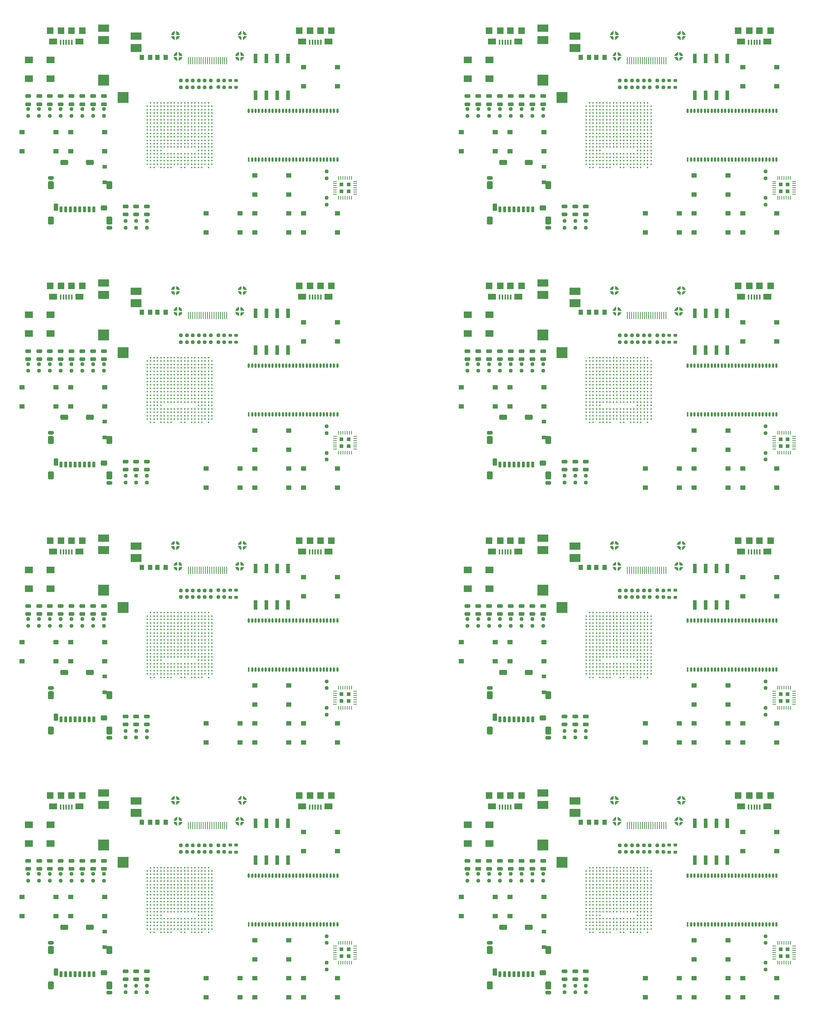
<source format=gbr>
%TF.GenerationSoftware,KiCad,Pcbnew,7.0.6+dfsg-1*%
%TF.CreationDate,2023-07-26T11:54:00+02:00*%
%TF.ProjectId,ulx3s_panel,756c7833-735f-4706-916e-656c2e6b6963,v3.1.8*%
%TF.SameCoordinates,Original*%
%TF.FileFunction,Paste,Top*%
%TF.FilePolarity,Positive*%
%FSLAX46Y46*%
G04 Gerber Fmt 4.6, Leading zero omitted, Abs format (unit mm)*
G04 Created by KiCad (PCBNEW 7.0.6+dfsg-1) date 2023-07-26 11:54:00*
%MOMM*%
%LPD*%
G01*
G04 APERTURE LIST*
G04 Aperture macros list*
%AMRoundRect*
0 Rectangle with rounded corners*
0 $1 Rounding radius*
0 $2 $3 $4 $5 $6 $7 $8 $9 X,Y pos of 4 corners*
0 Add a 4 corners polygon primitive as box body*
4,1,4,$2,$3,$4,$5,$6,$7,$8,$9,$2,$3,0*
0 Add four circle primitives for the rounded corners*
1,1,$1+$1,$2,$3*
1,1,$1+$1,$4,$5*
1,1,$1+$1,$6,$7*
1,1,$1+$1,$8,$9*
0 Add four rect primitives between the rounded corners*
20,1,$1+$1,$2,$3,$4,$5,0*
20,1,$1+$1,$4,$5,$6,$7,0*
20,1,$1+$1,$6,$7,$8,$9,0*
20,1,$1+$1,$8,$9,$2,$3,0*%
G04 Aperture macros list end*
%ADD10C,0.100000*%
%ADD11R,1.296000X1.046000*%
%ADD12R,1.095000X1.200000*%
%ADD13RoundRect,0.193750X0.456250X-0.243750X0.456250X0.243750X-0.456250X0.243750X-0.456250X-0.243750X0*%
%ADD14RoundRect,0.168750X0.256250X-0.218750X0.256250X0.218750X-0.256250X0.218750X-0.256250X-0.218750X0*%
%ADD15R,0.300000X1.250000*%
%ADD16R,1.546000X1.646000*%
%ADD17R,1.846000X1.346000*%
%ADD18R,1.646000X1.646000*%
%ADD19RoundRect,0.193750X-0.456250X0.243750X-0.456250X-0.243750X0.456250X-0.243750X0.456250X0.243750X0*%
%ADD20R,0.200000X1.800000*%
%ADD21RoundRect,0.150000X0.275000X-0.200000X0.275000X0.200000X-0.275000X0.200000X-0.275000X-0.200000X0*%
%ADD22RoundRect,0.168750X-0.256250X0.218750X-0.256250X-0.218750X0.256250X-0.218750X0.256250X0.218750X0*%
%ADD23R,1.900000X1.500000*%
%ADD24C,0.350000*%
%ADD25RoundRect,0.125000X-0.175000X-0.575000X0.175000X-0.575000X0.175000X0.575000X-0.175000X0.575000X0*%
%ADD26RoundRect,0.200000X0.350000X-0.250000X0.350000X0.250000X-0.350000X0.250000X-0.350000X-0.250000X0*%
%ADD27RoundRect,0.175000X-0.500000X-0.225000X0.500000X-0.225000X0.500000X0.225000X-0.500000X0.225000X0*%
%ADD28RoundRect,0.175000X0.500000X-0.225000X0.500000X0.225000X-0.500000X0.225000X-0.500000X-0.225000X0*%
%ADD29RoundRect,0.287500X-0.437500X0.337500X-0.437500X-0.337500X0.437500X-0.337500X0.437500X0.337500X0*%
%ADD30RoundRect,0.242500X-0.292500X0.607500X-0.292500X-0.607500X0.292500X-0.607500X0.292500X0.607500X0*%
%ADD31RoundRect,0.287500X-0.612500X0.337500X-0.612500X-0.337500X0.612500X-0.337500X0.612500X0.337500X0*%
%ADD32RoundRect,0.312500X-0.362500X-0.637500X0.362500X-0.637500X0.362500X0.637500X-0.362500X0.637500X0*%
%ADD33RoundRect,0.200000X-0.350000X0.250000X-0.350000X-0.250000X0.350000X-0.250000X0.350000X0.250000X0*%
%ADD34R,2.546000X1.746000*%
%ADD35R,2.546000X2.546000*%
%ADD36R,2.546000X1.946000*%
%ADD37R,0.850000X0.200000*%
%ADD38O,0.850000X0.200000*%
%ADD39O,0.200000X0.850000*%
%ADD40R,0.875000X0.875000*%
%ADD41R,0.920000X2.240000*%
%ADD42R,0.460000X1.100000*%
%ADD43O,0.460000X1.100000*%
G04 APERTURE END LIST*
%TO.C,GPDI1*%
D10*
X212746000Y-211092000D02*
X212246000Y-211392000D01*
X212246000Y-210792000D01*
X212446000Y-210592000D01*
X213046000Y-210592000D01*
X212746000Y-211092000D01*
G36*
X212746000Y-211092000D02*
G01*
X212246000Y-211392000D01*
X212246000Y-210792000D01*
X212446000Y-210592000D01*
X213046000Y-210592000D01*
X212746000Y-211092000D01*
G37*
X212746000Y-209692000D02*
X213046000Y-210192000D01*
X212446000Y-210192000D01*
X212246000Y-209992000D01*
X212246000Y-209392000D01*
X212746000Y-209692000D01*
G36*
X212746000Y-209692000D02*
G01*
X213046000Y-210192000D01*
X212446000Y-210192000D01*
X212246000Y-209992000D01*
X212246000Y-209392000D01*
X212746000Y-209692000D01*
G37*
X212146000Y-215992000D02*
X211646000Y-216292000D01*
X211646000Y-215692000D01*
X211846000Y-215492000D01*
X212446000Y-215492000D01*
X212146000Y-215992000D01*
G36*
X212146000Y-215992000D02*
G01*
X211646000Y-216292000D01*
X211646000Y-215692000D01*
X211846000Y-215492000D01*
X212446000Y-215492000D01*
X212146000Y-215992000D01*
G37*
X212146000Y-214592000D02*
X212446000Y-215092000D01*
X211846000Y-215092000D01*
X211646000Y-214892000D01*
X211646000Y-214292000D01*
X212146000Y-214592000D01*
G36*
X212146000Y-214592000D02*
G01*
X212446000Y-215092000D01*
X211846000Y-215092000D01*
X211646000Y-214892000D01*
X211646000Y-214292000D01*
X212146000Y-214592000D01*
G37*
X211846000Y-210792000D02*
X211846000Y-211392000D01*
X211346000Y-211092000D01*
X211046000Y-210592000D01*
X211646000Y-210592000D01*
X211846000Y-210792000D01*
G36*
X211846000Y-210792000D02*
G01*
X211846000Y-211392000D01*
X211346000Y-211092000D01*
X211046000Y-210592000D01*
X211646000Y-210592000D01*
X211846000Y-210792000D01*
G37*
X211846000Y-209992000D02*
X211646000Y-210192000D01*
X211046000Y-210192000D01*
X211346000Y-209692000D01*
X211846000Y-209392000D01*
X211846000Y-209992000D01*
G36*
X211846000Y-209992000D02*
G01*
X211646000Y-210192000D01*
X211046000Y-210192000D01*
X211346000Y-209692000D01*
X211846000Y-209392000D01*
X211846000Y-209992000D01*
G37*
X211246000Y-215692000D02*
X211246000Y-216292000D01*
X210746000Y-215992000D01*
X210446000Y-215492000D01*
X211046000Y-215492000D01*
X211246000Y-215692000D01*
G36*
X211246000Y-215692000D02*
G01*
X211246000Y-216292000D01*
X210746000Y-215992000D01*
X210446000Y-215492000D01*
X211046000Y-215492000D01*
X211246000Y-215692000D01*
G37*
X211246000Y-214892000D02*
X211046000Y-215092000D01*
X210446000Y-215092000D01*
X210746000Y-214592000D01*
X211246000Y-214292000D01*
X211246000Y-214892000D01*
G36*
X211246000Y-214892000D02*
G01*
X211046000Y-215092000D01*
X210446000Y-215092000D01*
X210746000Y-214592000D01*
X211246000Y-214292000D01*
X211246000Y-214892000D01*
G37*
X197646000Y-215992000D02*
X197146000Y-216292000D01*
X197146000Y-215692000D01*
X197346000Y-215492000D01*
X197946000Y-215492000D01*
X197646000Y-215992000D01*
G36*
X197646000Y-215992000D02*
G01*
X197146000Y-216292000D01*
X197146000Y-215692000D01*
X197346000Y-215492000D01*
X197946000Y-215492000D01*
X197646000Y-215992000D01*
G37*
X197646000Y-214592000D02*
X197946000Y-215092000D01*
X197346000Y-215092000D01*
X197146000Y-214892000D01*
X197146000Y-214292000D01*
X197646000Y-214592000D01*
G36*
X197646000Y-214592000D02*
G01*
X197946000Y-215092000D01*
X197346000Y-215092000D01*
X197146000Y-214892000D01*
X197146000Y-214292000D01*
X197646000Y-214592000D01*
G37*
X197046000Y-211092000D02*
X196546000Y-211392000D01*
X196546000Y-210792000D01*
X196746000Y-210592000D01*
X197346000Y-210592000D01*
X197046000Y-211092000D01*
G36*
X197046000Y-211092000D02*
G01*
X196546000Y-211392000D01*
X196546000Y-210792000D01*
X196746000Y-210592000D01*
X197346000Y-210592000D01*
X197046000Y-211092000D01*
G37*
X197046000Y-209692000D02*
X197346000Y-210192000D01*
X196746000Y-210192000D01*
X196546000Y-209992000D01*
X196546000Y-209392000D01*
X197046000Y-209692000D01*
G36*
X197046000Y-209692000D02*
G01*
X197346000Y-210192000D01*
X196746000Y-210192000D01*
X196546000Y-209992000D01*
X196546000Y-209392000D01*
X197046000Y-209692000D01*
G37*
X196746000Y-215692000D02*
X196746000Y-216292000D01*
X196246000Y-215992000D01*
X195946000Y-215492000D01*
X196546000Y-215492000D01*
X196746000Y-215692000D01*
G36*
X196746000Y-215692000D02*
G01*
X196746000Y-216292000D01*
X196246000Y-215992000D01*
X195946000Y-215492000D01*
X196546000Y-215492000D01*
X196746000Y-215692000D01*
G37*
X196746000Y-214892000D02*
X196546000Y-215092000D01*
X195946000Y-215092000D01*
X196246000Y-214592000D01*
X196746000Y-214292000D01*
X196746000Y-214892000D01*
G36*
X196746000Y-214892000D02*
G01*
X196546000Y-215092000D01*
X195946000Y-215092000D01*
X196246000Y-214592000D01*
X196746000Y-214292000D01*
X196746000Y-214892000D01*
G37*
X196146000Y-210792000D02*
X196146000Y-211392000D01*
X195646000Y-211092000D01*
X195346000Y-210592000D01*
X195946000Y-210592000D01*
X196146000Y-210792000D01*
G36*
X196146000Y-210792000D02*
G01*
X196146000Y-211392000D01*
X195646000Y-211092000D01*
X195346000Y-210592000D01*
X195946000Y-210592000D01*
X196146000Y-210792000D01*
G37*
X196146000Y-209992000D02*
X195946000Y-210192000D01*
X195346000Y-210192000D01*
X195646000Y-209692000D01*
X196146000Y-209392000D01*
X196146000Y-209992000D01*
G36*
X196146000Y-209992000D02*
G01*
X195946000Y-210192000D01*
X195346000Y-210192000D01*
X195646000Y-209692000D01*
X196146000Y-209392000D01*
X196146000Y-209992000D01*
G37*
X212746000Y-151292000D02*
X212246000Y-151592000D01*
X212246000Y-150992000D01*
X212446000Y-150792000D01*
X213046000Y-150792000D01*
X212746000Y-151292000D01*
G36*
X212746000Y-151292000D02*
G01*
X212246000Y-151592000D01*
X212246000Y-150992000D01*
X212446000Y-150792000D01*
X213046000Y-150792000D01*
X212746000Y-151292000D01*
G37*
X212746000Y-149892000D02*
X213046000Y-150392000D01*
X212446000Y-150392000D01*
X212246000Y-150192000D01*
X212246000Y-149592000D01*
X212746000Y-149892000D01*
G36*
X212746000Y-149892000D02*
G01*
X213046000Y-150392000D01*
X212446000Y-150392000D01*
X212246000Y-150192000D01*
X212246000Y-149592000D01*
X212746000Y-149892000D01*
G37*
X212146000Y-156192000D02*
X211646000Y-156492000D01*
X211646000Y-155892000D01*
X211846000Y-155692000D01*
X212446000Y-155692000D01*
X212146000Y-156192000D01*
G36*
X212146000Y-156192000D02*
G01*
X211646000Y-156492000D01*
X211646000Y-155892000D01*
X211846000Y-155692000D01*
X212446000Y-155692000D01*
X212146000Y-156192000D01*
G37*
X212146000Y-154792000D02*
X212446000Y-155292000D01*
X211846000Y-155292000D01*
X211646000Y-155092000D01*
X211646000Y-154492000D01*
X212146000Y-154792000D01*
G36*
X212146000Y-154792000D02*
G01*
X212446000Y-155292000D01*
X211846000Y-155292000D01*
X211646000Y-155092000D01*
X211646000Y-154492000D01*
X212146000Y-154792000D01*
G37*
X211846000Y-150992000D02*
X211846000Y-151592000D01*
X211346000Y-151292000D01*
X211046000Y-150792000D01*
X211646000Y-150792000D01*
X211846000Y-150992000D01*
G36*
X211846000Y-150992000D02*
G01*
X211846000Y-151592000D01*
X211346000Y-151292000D01*
X211046000Y-150792000D01*
X211646000Y-150792000D01*
X211846000Y-150992000D01*
G37*
X211846000Y-150192000D02*
X211646000Y-150392000D01*
X211046000Y-150392000D01*
X211346000Y-149892000D01*
X211846000Y-149592000D01*
X211846000Y-150192000D01*
G36*
X211846000Y-150192000D02*
G01*
X211646000Y-150392000D01*
X211046000Y-150392000D01*
X211346000Y-149892000D01*
X211846000Y-149592000D01*
X211846000Y-150192000D01*
G37*
X211246000Y-155892000D02*
X211246000Y-156492000D01*
X210746000Y-156192000D01*
X210446000Y-155692000D01*
X211046000Y-155692000D01*
X211246000Y-155892000D01*
G36*
X211246000Y-155892000D02*
G01*
X211246000Y-156492000D01*
X210746000Y-156192000D01*
X210446000Y-155692000D01*
X211046000Y-155692000D01*
X211246000Y-155892000D01*
G37*
X211246000Y-155092000D02*
X211046000Y-155292000D01*
X210446000Y-155292000D01*
X210746000Y-154792000D01*
X211246000Y-154492000D01*
X211246000Y-155092000D01*
G36*
X211246000Y-155092000D02*
G01*
X211046000Y-155292000D01*
X210446000Y-155292000D01*
X210746000Y-154792000D01*
X211246000Y-154492000D01*
X211246000Y-155092000D01*
G37*
X197646000Y-156192000D02*
X197146000Y-156492000D01*
X197146000Y-155892000D01*
X197346000Y-155692000D01*
X197946000Y-155692000D01*
X197646000Y-156192000D01*
G36*
X197646000Y-156192000D02*
G01*
X197146000Y-156492000D01*
X197146000Y-155892000D01*
X197346000Y-155692000D01*
X197946000Y-155692000D01*
X197646000Y-156192000D01*
G37*
X197646000Y-154792000D02*
X197946000Y-155292000D01*
X197346000Y-155292000D01*
X197146000Y-155092000D01*
X197146000Y-154492000D01*
X197646000Y-154792000D01*
G36*
X197646000Y-154792000D02*
G01*
X197946000Y-155292000D01*
X197346000Y-155292000D01*
X197146000Y-155092000D01*
X197146000Y-154492000D01*
X197646000Y-154792000D01*
G37*
X197046000Y-151292000D02*
X196546000Y-151592000D01*
X196546000Y-150992000D01*
X196746000Y-150792000D01*
X197346000Y-150792000D01*
X197046000Y-151292000D01*
G36*
X197046000Y-151292000D02*
G01*
X196546000Y-151592000D01*
X196546000Y-150992000D01*
X196746000Y-150792000D01*
X197346000Y-150792000D01*
X197046000Y-151292000D01*
G37*
X197046000Y-149892000D02*
X197346000Y-150392000D01*
X196746000Y-150392000D01*
X196546000Y-150192000D01*
X196546000Y-149592000D01*
X197046000Y-149892000D01*
G36*
X197046000Y-149892000D02*
G01*
X197346000Y-150392000D01*
X196746000Y-150392000D01*
X196546000Y-150192000D01*
X196546000Y-149592000D01*
X197046000Y-149892000D01*
G37*
X196746000Y-155892000D02*
X196746000Y-156492000D01*
X196246000Y-156192000D01*
X195946000Y-155692000D01*
X196546000Y-155692000D01*
X196746000Y-155892000D01*
G36*
X196746000Y-155892000D02*
G01*
X196746000Y-156492000D01*
X196246000Y-156192000D01*
X195946000Y-155692000D01*
X196546000Y-155692000D01*
X196746000Y-155892000D01*
G37*
X196746000Y-155092000D02*
X196546000Y-155292000D01*
X195946000Y-155292000D01*
X196246000Y-154792000D01*
X196746000Y-154492000D01*
X196746000Y-155092000D01*
G36*
X196746000Y-155092000D02*
G01*
X196546000Y-155292000D01*
X195946000Y-155292000D01*
X196246000Y-154792000D01*
X196746000Y-154492000D01*
X196746000Y-155092000D01*
G37*
X196146000Y-150992000D02*
X196146000Y-151592000D01*
X195646000Y-151292000D01*
X195346000Y-150792000D01*
X195946000Y-150792000D01*
X196146000Y-150992000D01*
G36*
X196146000Y-150992000D02*
G01*
X196146000Y-151592000D01*
X195646000Y-151292000D01*
X195346000Y-150792000D01*
X195946000Y-150792000D01*
X196146000Y-150992000D01*
G37*
X196146000Y-150192000D02*
X195946000Y-150392000D01*
X195346000Y-150392000D01*
X195646000Y-149892000D01*
X196146000Y-149592000D01*
X196146000Y-150192000D01*
G36*
X196146000Y-150192000D02*
G01*
X195946000Y-150392000D01*
X195346000Y-150392000D01*
X195646000Y-149892000D01*
X196146000Y-149592000D01*
X196146000Y-150192000D01*
G37*
X109766000Y-31692000D02*
X109266000Y-31992000D01*
X109266000Y-31392000D01*
X109466000Y-31192000D01*
X110066000Y-31192000D01*
X109766000Y-31692000D01*
G36*
X109766000Y-31692000D02*
G01*
X109266000Y-31992000D01*
X109266000Y-31392000D01*
X109466000Y-31192000D01*
X110066000Y-31192000D01*
X109766000Y-31692000D01*
G37*
X109766000Y-30292000D02*
X110066000Y-30792000D01*
X109466000Y-30792000D01*
X109266000Y-30592000D01*
X109266000Y-29992000D01*
X109766000Y-30292000D01*
G36*
X109766000Y-30292000D02*
G01*
X110066000Y-30792000D01*
X109466000Y-30792000D01*
X109266000Y-30592000D01*
X109266000Y-29992000D01*
X109766000Y-30292000D01*
G37*
X109166000Y-36592000D02*
X108666000Y-36892000D01*
X108666000Y-36292000D01*
X108866000Y-36092000D01*
X109466000Y-36092000D01*
X109166000Y-36592000D01*
G36*
X109166000Y-36592000D02*
G01*
X108666000Y-36892000D01*
X108666000Y-36292000D01*
X108866000Y-36092000D01*
X109466000Y-36092000D01*
X109166000Y-36592000D01*
G37*
X109166000Y-35192000D02*
X109466000Y-35692000D01*
X108866000Y-35692000D01*
X108666000Y-35492000D01*
X108666000Y-34892000D01*
X109166000Y-35192000D01*
G36*
X109166000Y-35192000D02*
G01*
X109466000Y-35692000D01*
X108866000Y-35692000D01*
X108666000Y-35492000D01*
X108666000Y-34892000D01*
X109166000Y-35192000D01*
G37*
X108866000Y-31392000D02*
X108866000Y-31992000D01*
X108366000Y-31692000D01*
X108066000Y-31192000D01*
X108666000Y-31192000D01*
X108866000Y-31392000D01*
G36*
X108866000Y-31392000D02*
G01*
X108866000Y-31992000D01*
X108366000Y-31692000D01*
X108066000Y-31192000D01*
X108666000Y-31192000D01*
X108866000Y-31392000D01*
G37*
X108866000Y-30592000D02*
X108666000Y-30792000D01*
X108066000Y-30792000D01*
X108366000Y-30292000D01*
X108866000Y-29992000D01*
X108866000Y-30592000D01*
G36*
X108866000Y-30592000D02*
G01*
X108666000Y-30792000D01*
X108066000Y-30792000D01*
X108366000Y-30292000D01*
X108866000Y-29992000D01*
X108866000Y-30592000D01*
G37*
X108266000Y-36292000D02*
X108266000Y-36892000D01*
X107766000Y-36592000D01*
X107466000Y-36092000D01*
X108066000Y-36092000D01*
X108266000Y-36292000D01*
G36*
X108266000Y-36292000D02*
G01*
X108266000Y-36892000D01*
X107766000Y-36592000D01*
X107466000Y-36092000D01*
X108066000Y-36092000D01*
X108266000Y-36292000D01*
G37*
X108266000Y-35492000D02*
X108066000Y-35692000D01*
X107466000Y-35692000D01*
X107766000Y-35192000D01*
X108266000Y-34892000D01*
X108266000Y-35492000D01*
G36*
X108266000Y-35492000D02*
G01*
X108066000Y-35692000D01*
X107466000Y-35692000D01*
X107766000Y-35192000D01*
X108266000Y-34892000D01*
X108266000Y-35492000D01*
G37*
X94666000Y-36592000D02*
X94166000Y-36892000D01*
X94166000Y-36292000D01*
X94366000Y-36092000D01*
X94966000Y-36092000D01*
X94666000Y-36592000D01*
G36*
X94666000Y-36592000D02*
G01*
X94166000Y-36892000D01*
X94166000Y-36292000D01*
X94366000Y-36092000D01*
X94966000Y-36092000D01*
X94666000Y-36592000D01*
G37*
X94666000Y-35192000D02*
X94966000Y-35692000D01*
X94366000Y-35692000D01*
X94166000Y-35492000D01*
X94166000Y-34892000D01*
X94666000Y-35192000D01*
G36*
X94666000Y-35192000D02*
G01*
X94966000Y-35692000D01*
X94366000Y-35692000D01*
X94166000Y-35492000D01*
X94166000Y-34892000D01*
X94666000Y-35192000D01*
G37*
X94066000Y-31692000D02*
X93566000Y-31992000D01*
X93566000Y-31392000D01*
X93766000Y-31192000D01*
X94366000Y-31192000D01*
X94066000Y-31692000D01*
G36*
X94066000Y-31692000D02*
G01*
X93566000Y-31992000D01*
X93566000Y-31392000D01*
X93766000Y-31192000D01*
X94366000Y-31192000D01*
X94066000Y-31692000D01*
G37*
X94066000Y-30292000D02*
X94366000Y-30792000D01*
X93766000Y-30792000D01*
X93566000Y-30592000D01*
X93566000Y-29992000D01*
X94066000Y-30292000D01*
G36*
X94066000Y-30292000D02*
G01*
X94366000Y-30792000D01*
X93766000Y-30792000D01*
X93566000Y-30592000D01*
X93566000Y-29992000D01*
X94066000Y-30292000D01*
G37*
X93766000Y-36292000D02*
X93766000Y-36892000D01*
X93266000Y-36592000D01*
X92966000Y-36092000D01*
X93566000Y-36092000D01*
X93766000Y-36292000D01*
G36*
X93766000Y-36292000D02*
G01*
X93766000Y-36892000D01*
X93266000Y-36592000D01*
X92966000Y-36092000D01*
X93566000Y-36092000D01*
X93766000Y-36292000D01*
G37*
X93766000Y-35492000D02*
X93566000Y-35692000D01*
X92966000Y-35692000D01*
X93266000Y-35192000D01*
X93766000Y-34892000D01*
X93766000Y-35492000D01*
G36*
X93766000Y-35492000D02*
G01*
X93566000Y-35692000D01*
X92966000Y-35692000D01*
X93266000Y-35192000D01*
X93766000Y-34892000D01*
X93766000Y-35492000D01*
G37*
X93166000Y-31392000D02*
X93166000Y-31992000D01*
X92666000Y-31692000D01*
X92366000Y-31192000D01*
X92966000Y-31192000D01*
X93166000Y-31392000D01*
G36*
X93166000Y-31392000D02*
G01*
X93166000Y-31992000D01*
X92666000Y-31692000D01*
X92366000Y-31192000D01*
X92966000Y-31192000D01*
X93166000Y-31392000D01*
G37*
X93166000Y-30592000D02*
X92966000Y-30792000D01*
X92366000Y-30792000D01*
X92666000Y-30292000D01*
X93166000Y-29992000D01*
X93166000Y-30592000D01*
G36*
X93166000Y-30592000D02*
G01*
X92966000Y-30792000D01*
X92366000Y-30792000D01*
X92666000Y-30292000D01*
X93166000Y-29992000D01*
X93166000Y-30592000D01*
G37*
X109766000Y-211092000D02*
X109266000Y-211392000D01*
X109266000Y-210792000D01*
X109466000Y-210592000D01*
X110066000Y-210592000D01*
X109766000Y-211092000D01*
G36*
X109766000Y-211092000D02*
G01*
X109266000Y-211392000D01*
X109266000Y-210792000D01*
X109466000Y-210592000D01*
X110066000Y-210592000D01*
X109766000Y-211092000D01*
G37*
X109766000Y-209692000D02*
X110066000Y-210192000D01*
X109466000Y-210192000D01*
X109266000Y-209992000D01*
X109266000Y-209392000D01*
X109766000Y-209692000D01*
G36*
X109766000Y-209692000D02*
G01*
X110066000Y-210192000D01*
X109466000Y-210192000D01*
X109266000Y-209992000D01*
X109266000Y-209392000D01*
X109766000Y-209692000D01*
G37*
X109166000Y-215992000D02*
X108666000Y-216292000D01*
X108666000Y-215692000D01*
X108866000Y-215492000D01*
X109466000Y-215492000D01*
X109166000Y-215992000D01*
G36*
X109166000Y-215992000D02*
G01*
X108666000Y-216292000D01*
X108666000Y-215692000D01*
X108866000Y-215492000D01*
X109466000Y-215492000D01*
X109166000Y-215992000D01*
G37*
X109166000Y-214592000D02*
X109466000Y-215092000D01*
X108866000Y-215092000D01*
X108666000Y-214892000D01*
X108666000Y-214292000D01*
X109166000Y-214592000D01*
G36*
X109166000Y-214592000D02*
G01*
X109466000Y-215092000D01*
X108866000Y-215092000D01*
X108666000Y-214892000D01*
X108666000Y-214292000D01*
X109166000Y-214592000D01*
G37*
X108866000Y-210792000D02*
X108866000Y-211392000D01*
X108366000Y-211092000D01*
X108066000Y-210592000D01*
X108666000Y-210592000D01*
X108866000Y-210792000D01*
G36*
X108866000Y-210792000D02*
G01*
X108866000Y-211392000D01*
X108366000Y-211092000D01*
X108066000Y-210592000D01*
X108666000Y-210592000D01*
X108866000Y-210792000D01*
G37*
X108866000Y-209992000D02*
X108666000Y-210192000D01*
X108066000Y-210192000D01*
X108366000Y-209692000D01*
X108866000Y-209392000D01*
X108866000Y-209992000D01*
G36*
X108866000Y-209992000D02*
G01*
X108666000Y-210192000D01*
X108066000Y-210192000D01*
X108366000Y-209692000D01*
X108866000Y-209392000D01*
X108866000Y-209992000D01*
G37*
X108266000Y-215692000D02*
X108266000Y-216292000D01*
X107766000Y-215992000D01*
X107466000Y-215492000D01*
X108066000Y-215492000D01*
X108266000Y-215692000D01*
G36*
X108266000Y-215692000D02*
G01*
X108266000Y-216292000D01*
X107766000Y-215992000D01*
X107466000Y-215492000D01*
X108066000Y-215492000D01*
X108266000Y-215692000D01*
G37*
X108266000Y-214892000D02*
X108066000Y-215092000D01*
X107466000Y-215092000D01*
X107766000Y-214592000D01*
X108266000Y-214292000D01*
X108266000Y-214892000D01*
G36*
X108266000Y-214892000D02*
G01*
X108066000Y-215092000D01*
X107466000Y-215092000D01*
X107766000Y-214592000D01*
X108266000Y-214292000D01*
X108266000Y-214892000D01*
G37*
X94666000Y-215992000D02*
X94166000Y-216292000D01*
X94166000Y-215692000D01*
X94366000Y-215492000D01*
X94966000Y-215492000D01*
X94666000Y-215992000D01*
G36*
X94666000Y-215992000D02*
G01*
X94166000Y-216292000D01*
X94166000Y-215692000D01*
X94366000Y-215492000D01*
X94966000Y-215492000D01*
X94666000Y-215992000D01*
G37*
X94666000Y-214592000D02*
X94966000Y-215092000D01*
X94366000Y-215092000D01*
X94166000Y-214892000D01*
X94166000Y-214292000D01*
X94666000Y-214592000D01*
G36*
X94666000Y-214592000D02*
G01*
X94966000Y-215092000D01*
X94366000Y-215092000D01*
X94166000Y-214892000D01*
X94166000Y-214292000D01*
X94666000Y-214592000D01*
G37*
X94066000Y-211092000D02*
X93566000Y-211392000D01*
X93566000Y-210792000D01*
X93766000Y-210592000D01*
X94366000Y-210592000D01*
X94066000Y-211092000D01*
G36*
X94066000Y-211092000D02*
G01*
X93566000Y-211392000D01*
X93566000Y-210792000D01*
X93766000Y-210592000D01*
X94366000Y-210592000D01*
X94066000Y-211092000D01*
G37*
X94066000Y-209692000D02*
X94366000Y-210192000D01*
X93766000Y-210192000D01*
X93566000Y-209992000D01*
X93566000Y-209392000D01*
X94066000Y-209692000D01*
G36*
X94066000Y-209692000D02*
G01*
X94366000Y-210192000D01*
X93766000Y-210192000D01*
X93566000Y-209992000D01*
X93566000Y-209392000D01*
X94066000Y-209692000D01*
G37*
X93766000Y-215692000D02*
X93766000Y-216292000D01*
X93266000Y-215992000D01*
X92966000Y-215492000D01*
X93566000Y-215492000D01*
X93766000Y-215692000D01*
G36*
X93766000Y-215692000D02*
G01*
X93766000Y-216292000D01*
X93266000Y-215992000D01*
X92966000Y-215492000D01*
X93566000Y-215492000D01*
X93766000Y-215692000D01*
G37*
X93766000Y-214892000D02*
X93566000Y-215092000D01*
X92966000Y-215092000D01*
X93266000Y-214592000D01*
X93766000Y-214292000D01*
X93766000Y-214892000D01*
G36*
X93766000Y-214892000D02*
G01*
X93566000Y-215092000D01*
X92966000Y-215092000D01*
X93266000Y-214592000D01*
X93766000Y-214292000D01*
X93766000Y-214892000D01*
G37*
X93166000Y-210792000D02*
X93166000Y-211392000D01*
X92666000Y-211092000D01*
X92366000Y-210592000D01*
X92966000Y-210592000D01*
X93166000Y-210792000D01*
G36*
X93166000Y-210792000D02*
G01*
X93166000Y-211392000D01*
X92666000Y-211092000D01*
X92366000Y-210592000D01*
X92966000Y-210592000D01*
X93166000Y-210792000D01*
G37*
X93166000Y-209992000D02*
X92966000Y-210192000D01*
X92366000Y-210192000D01*
X92666000Y-209692000D01*
X93166000Y-209392000D01*
X93166000Y-209992000D01*
G36*
X93166000Y-209992000D02*
G01*
X92966000Y-210192000D01*
X92366000Y-210192000D01*
X92666000Y-209692000D01*
X93166000Y-209392000D01*
X93166000Y-209992000D01*
G37*
X109766000Y-151292000D02*
X109266000Y-151592000D01*
X109266000Y-150992000D01*
X109466000Y-150792000D01*
X110066000Y-150792000D01*
X109766000Y-151292000D01*
G36*
X109766000Y-151292000D02*
G01*
X109266000Y-151592000D01*
X109266000Y-150992000D01*
X109466000Y-150792000D01*
X110066000Y-150792000D01*
X109766000Y-151292000D01*
G37*
X109766000Y-149892000D02*
X110066000Y-150392000D01*
X109466000Y-150392000D01*
X109266000Y-150192000D01*
X109266000Y-149592000D01*
X109766000Y-149892000D01*
G36*
X109766000Y-149892000D02*
G01*
X110066000Y-150392000D01*
X109466000Y-150392000D01*
X109266000Y-150192000D01*
X109266000Y-149592000D01*
X109766000Y-149892000D01*
G37*
X109166000Y-156192000D02*
X108666000Y-156492000D01*
X108666000Y-155892000D01*
X108866000Y-155692000D01*
X109466000Y-155692000D01*
X109166000Y-156192000D01*
G36*
X109166000Y-156192000D02*
G01*
X108666000Y-156492000D01*
X108666000Y-155892000D01*
X108866000Y-155692000D01*
X109466000Y-155692000D01*
X109166000Y-156192000D01*
G37*
X109166000Y-154792000D02*
X109466000Y-155292000D01*
X108866000Y-155292000D01*
X108666000Y-155092000D01*
X108666000Y-154492000D01*
X109166000Y-154792000D01*
G36*
X109166000Y-154792000D02*
G01*
X109466000Y-155292000D01*
X108866000Y-155292000D01*
X108666000Y-155092000D01*
X108666000Y-154492000D01*
X109166000Y-154792000D01*
G37*
X108866000Y-150992000D02*
X108866000Y-151592000D01*
X108366000Y-151292000D01*
X108066000Y-150792000D01*
X108666000Y-150792000D01*
X108866000Y-150992000D01*
G36*
X108866000Y-150992000D02*
G01*
X108866000Y-151592000D01*
X108366000Y-151292000D01*
X108066000Y-150792000D01*
X108666000Y-150792000D01*
X108866000Y-150992000D01*
G37*
X108866000Y-150192000D02*
X108666000Y-150392000D01*
X108066000Y-150392000D01*
X108366000Y-149892000D01*
X108866000Y-149592000D01*
X108866000Y-150192000D01*
G36*
X108866000Y-150192000D02*
G01*
X108666000Y-150392000D01*
X108066000Y-150392000D01*
X108366000Y-149892000D01*
X108866000Y-149592000D01*
X108866000Y-150192000D01*
G37*
X108266000Y-155892000D02*
X108266000Y-156492000D01*
X107766000Y-156192000D01*
X107466000Y-155692000D01*
X108066000Y-155692000D01*
X108266000Y-155892000D01*
G36*
X108266000Y-155892000D02*
G01*
X108266000Y-156492000D01*
X107766000Y-156192000D01*
X107466000Y-155692000D01*
X108066000Y-155692000D01*
X108266000Y-155892000D01*
G37*
X108266000Y-155092000D02*
X108066000Y-155292000D01*
X107466000Y-155292000D01*
X107766000Y-154792000D01*
X108266000Y-154492000D01*
X108266000Y-155092000D01*
G36*
X108266000Y-155092000D02*
G01*
X108066000Y-155292000D01*
X107466000Y-155292000D01*
X107766000Y-154792000D01*
X108266000Y-154492000D01*
X108266000Y-155092000D01*
G37*
X94666000Y-156192000D02*
X94166000Y-156492000D01*
X94166000Y-155892000D01*
X94366000Y-155692000D01*
X94966000Y-155692000D01*
X94666000Y-156192000D01*
G36*
X94666000Y-156192000D02*
G01*
X94166000Y-156492000D01*
X94166000Y-155892000D01*
X94366000Y-155692000D01*
X94966000Y-155692000D01*
X94666000Y-156192000D01*
G37*
X94666000Y-154792000D02*
X94966000Y-155292000D01*
X94366000Y-155292000D01*
X94166000Y-155092000D01*
X94166000Y-154492000D01*
X94666000Y-154792000D01*
G36*
X94666000Y-154792000D02*
G01*
X94966000Y-155292000D01*
X94366000Y-155292000D01*
X94166000Y-155092000D01*
X94166000Y-154492000D01*
X94666000Y-154792000D01*
G37*
X94066000Y-151292000D02*
X93566000Y-151592000D01*
X93566000Y-150992000D01*
X93766000Y-150792000D01*
X94366000Y-150792000D01*
X94066000Y-151292000D01*
G36*
X94066000Y-151292000D02*
G01*
X93566000Y-151592000D01*
X93566000Y-150992000D01*
X93766000Y-150792000D01*
X94366000Y-150792000D01*
X94066000Y-151292000D01*
G37*
X94066000Y-149892000D02*
X94366000Y-150392000D01*
X93766000Y-150392000D01*
X93566000Y-150192000D01*
X93566000Y-149592000D01*
X94066000Y-149892000D01*
G36*
X94066000Y-149892000D02*
G01*
X94366000Y-150392000D01*
X93766000Y-150392000D01*
X93566000Y-150192000D01*
X93566000Y-149592000D01*
X94066000Y-149892000D01*
G37*
X93766000Y-155892000D02*
X93766000Y-156492000D01*
X93266000Y-156192000D01*
X92966000Y-155692000D01*
X93566000Y-155692000D01*
X93766000Y-155892000D01*
G36*
X93766000Y-155892000D02*
G01*
X93766000Y-156492000D01*
X93266000Y-156192000D01*
X92966000Y-155692000D01*
X93566000Y-155692000D01*
X93766000Y-155892000D01*
G37*
X93766000Y-155092000D02*
X93566000Y-155292000D01*
X92966000Y-155292000D01*
X93266000Y-154792000D01*
X93766000Y-154492000D01*
X93766000Y-155092000D01*
G36*
X93766000Y-155092000D02*
G01*
X93566000Y-155292000D01*
X92966000Y-155292000D01*
X93266000Y-154792000D01*
X93766000Y-154492000D01*
X93766000Y-155092000D01*
G37*
X93166000Y-150992000D02*
X93166000Y-151592000D01*
X92666000Y-151292000D01*
X92366000Y-150792000D01*
X92966000Y-150792000D01*
X93166000Y-150992000D01*
G36*
X93166000Y-150992000D02*
G01*
X93166000Y-151592000D01*
X92666000Y-151292000D01*
X92366000Y-150792000D01*
X92966000Y-150792000D01*
X93166000Y-150992000D01*
G37*
X93166000Y-150192000D02*
X92966000Y-150392000D01*
X92366000Y-150392000D01*
X92666000Y-149892000D01*
X93166000Y-149592000D01*
X93166000Y-150192000D01*
G36*
X93166000Y-150192000D02*
G01*
X92966000Y-150392000D01*
X92366000Y-150392000D01*
X92666000Y-149892000D01*
X93166000Y-149592000D01*
X93166000Y-150192000D01*
G37*
X109766000Y-91492000D02*
X109266000Y-91792000D01*
X109266000Y-91192000D01*
X109466000Y-90992000D01*
X110066000Y-90992000D01*
X109766000Y-91492000D01*
G36*
X109766000Y-91492000D02*
G01*
X109266000Y-91792000D01*
X109266000Y-91192000D01*
X109466000Y-90992000D01*
X110066000Y-90992000D01*
X109766000Y-91492000D01*
G37*
X109766000Y-90092000D02*
X110066000Y-90592000D01*
X109466000Y-90592000D01*
X109266000Y-90392000D01*
X109266000Y-89792000D01*
X109766000Y-90092000D01*
G36*
X109766000Y-90092000D02*
G01*
X110066000Y-90592000D01*
X109466000Y-90592000D01*
X109266000Y-90392000D01*
X109266000Y-89792000D01*
X109766000Y-90092000D01*
G37*
X109166000Y-96392000D02*
X108666000Y-96692000D01*
X108666000Y-96092000D01*
X108866000Y-95892000D01*
X109466000Y-95892000D01*
X109166000Y-96392000D01*
G36*
X109166000Y-96392000D02*
G01*
X108666000Y-96692000D01*
X108666000Y-96092000D01*
X108866000Y-95892000D01*
X109466000Y-95892000D01*
X109166000Y-96392000D01*
G37*
X109166000Y-94992000D02*
X109466000Y-95492000D01*
X108866000Y-95492000D01*
X108666000Y-95292000D01*
X108666000Y-94692000D01*
X109166000Y-94992000D01*
G36*
X109166000Y-94992000D02*
G01*
X109466000Y-95492000D01*
X108866000Y-95492000D01*
X108666000Y-95292000D01*
X108666000Y-94692000D01*
X109166000Y-94992000D01*
G37*
X108866000Y-91192000D02*
X108866000Y-91792000D01*
X108366000Y-91492000D01*
X108066000Y-90992000D01*
X108666000Y-90992000D01*
X108866000Y-91192000D01*
G36*
X108866000Y-91192000D02*
G01*
X108866000Y-91792000D01*
X108366000Y-91492000D01*
X108066000Y-90992000D01*
X108666000Y-90992000D01*
X108866000Y-91192000D01*
G37*
X108866000Y-90392000D02*
X108666000Y-90592000D01*
X108066000Y-90592000D01*
X108366000Y-90092000D01*
X108866000Y-89792000D01*
X108866000Y-90392000D01*
G36*
X108866000Y-90392000D02*
G01*
X108666000Y-90592000D01*
X108066000Y-90592000D01*
X108366000Y-90092000D01*
X108866000Y-89792000D01*
X108866000Y-90392000D01*
G37*
X108266000Y-96092000D02*
X108266000Y-96692000D01*
X107766000Y-96392000D01*
X107466000Y-95892000D01*
X108066000Y-95892000D01*
X108266000Y-96092000D01*
G36*
X108266000Y-96092000D02*
G01*
X108266000Y-96692000D01*
X107766000Y-96392000D01*
X107466000Y-95892000D01*
X108066000Y-95892000D01*
X108266000Y-96092000D01*
G37*
X108266000Y-95292000D02*
X108066000Y-95492000D01*
X107466000Y-95492000D01*
X107766000Y-94992000D01*
X108266000Y-94692000D01*
X108266000Y-95292000D01*
G36*
X108266000Y-95292000D02*
G01*
X108066000Y-95492000D01*
X107466000Y-95492000D01*
X107766000Y-94992000D01*
X108266000Y-94692000D01*
X108266000Y-95292000D01*
G37*
X94666000Y-96392000D02*
X94166000Y-96692000D01*
X94166000Y-96092000D01*
X94366000Y-95892000D01*
X94966000Y-95892000D01*
X94666000Y-96392000D01*
G36*
X94666000Y-96392000D02*
G01*
X94166000Y-96692000D01*
X94166000Y-96092000D01*
X94366000Y-95892000D01*
X94966000Y-95892000D01*
X94666000Y-96392000D01*
G37*
X94666000Y-94992000D02*
X94966000Y-95492000D01*
X94366000Y-95492000D01*
X94166000Y-95292000D01*
X94166000Y-94692000D01*
X94666000Y-94992000D01*
G36*
X94666000Y-94992000D02*
G01*
X94966000Y-95492000D01*
X94366000Y-95492000D01*
X94166000Y-95292000D01*
X94166000Y-94692000D01*
X94666000Y-94992000D01*
G37*
X94066000Y-91492000D02*
X93566000Y-91792000D01*
X93566000Y-91192000D01*
X93766000Y-90992000D01*
X94366000Y-90992000D01*
X94066000Y-91492000D01*
G36*
X94066000Y-91492000D02*
G01*
X93566000Y-91792000D01*
X93566000Y-91192000D01*
X93766000Y-90992000D01*
X94366000Y-90992000D01*
X94066000Y-91492000D01*
G37*
X94066000Y-90092000D02*
X94366000Y-90592000D01*
X93766000Y-90592000D01*
X93566000Y-90392000D01*
X93566000Y-89792000D01*
X94066000Y-90092000D01*
G36*
X94066000Y-90092000D02*
G01*
X94366000Y-90592000D01*
X93766000Y-90592000D01*
X93566000Y-90392000D01*
X93566000Y-89792000D01*
X94066000Y-90092000D01*
G37*
X93766000Y-96092000D02*
X93766000Y-96692000D01*
X93266000Y-96392000D01*
X92966000Y-95892000D01*
X93566000Y-95892000D01*
X93766000Y-96092000D01*
G36*
X93766000Y-96092000D02*
G01*
X93766000Y-96692000D01*
X93266000Y-96392000D01*
X92966000Y-95892000D01*
X93566000Y-95892000D01*
X93766000Y-96092000D01*
G37*
X93766000Y-95292000D02*
X93566000Y-95492000D01*
X92966000Y-95492000D01*
X93266000Y-94992000D01*
X93766000Y-94692000D01*
X93766000Y-95292000D01*
G36*
X93766000Y-95292000D02*
G01*
X93566000Y-95492000D01*
X92966000Y-95492000D01*
X93266000Y-94992000D01*
X93766000Y-94692000D01*
X93766000Y-95292000D01*
G37*
X93166000Y-91192000D02*
X93166000Y-91792000D01*
X92666000Y-91492000D01*
X92366000Y-90992000D01*
X92966000Y-90992000D01*
X93166000Y-91192000D01*
G36*
X93166000Y-91192000D02*
G01*
X93166000Y-91792000D01*
X92666000Y-91492000D01*
X92366000Y-90992000D01*
X92966000Y-90992000D01*
X93166000Y-91192000D01*
G37*
X93166000Y-90392000D02*
X92966000Y-90592000D01*
X92366000Y-90592000D01*
X92666000Y-90092000D01*
X93166000Y-89792000D01*
X93166000Y-90392000D01*
G36*
X93166000Y-90392000D02*
G01*
X92966000Y-90592000D01*
X92366000Y-90592000D01*
X92666000Y-90092000D01*
X93166000Y-89792000D01*
X93166000Y-90392000D01*
G37*
X212746000Y-31692000D02*
X212246000Y-31992000D01*
X212246000Y-31392000D01*
X212446000Y-31192000D01*
X213046000Y-31192000D01*
X212746000Y-31692000D01*
G36*
X212746000Y-31692000D02*
G01*
X212246000Y-31992000D01*
X212246000Y-31392000D01*
X212446000Y-31192000D01*
X213046000Y-31192000D01*
X212746000Y-31692000D01*
G37*
X212746000Y-30292000D02*
X213046000Y-30792000D01*
X212446000Y-30792000D01*
X212246000Y-30592000D01*
X212246000Y-29992000D01*
X212746000Y-30292000D01*
G36*
X212746000Y-30292000D02*
G01*
X213046000Y-30792000D01*
X212446000Y-30792000D01*
X212246000Y-30592000D01*
X212246000Y-29992000D01*
X212746000Y-30292000D01*
G37*
X212146000Y-36592000D02*
X211646000Y-36892000D01*
X211646000Y-36292000D01*
X211846000Y-36092000D01*
X212446000Y-36092000D01*
X212146000Y-36592000D01*
G36*
X212146000Y-36592000D02*
G01*
X211646000Y-36892000D01*
X211646000Y-36292000D01*
X211846000Y-36092000D01*
X212446000Y-36092000D01*
X212146000Y-36592000D01*
G37*
X212146000Y-35192000D02*
X212446000Y-35692000D01*
X211846000Y-35692000D01*
X211646000Y-35492000D01*
X211646000Y-34892000D01*
X212146000Y-35192000D01*
G36*
X212146000Y-35192000D02*
G01*
X212446000Y-35692000D01*
X211846000Y-35692000D01*
X211646000Y-35492000D01*
X211646000Y-34892000D01*
X212146000Y-35192000D01*
G37*
X211846000Y-31392000D02*
X211846000Y-31992000D01*
X211346000Y-31692000D01*
X211046000Y-31192000D01*
X211646000Y-31192000D01*
X211846000Y-31392000D01*
G36*
X211846000Y-31392000D02*
G01*
X211846000Y-31992000D01*
X211346000Y-31692000D01*
X211046000Y-31192000D01*
X211646000Y-31192000D01*
X211846000Y-31392000D01*
G37*
X211846000Y-30592000D02*
X211646000Y-30792000D01*
X211046000Y-30792000D01*
X211346000Y-30292000D01*
X211846000Y-29992000D01*
X211846000Y-30592000D01*
G36*
X211846000Y-30592000D02*
G01*
X211646000Y-30792000D01*
X211046000Y-30792000D01*
X211346000Y-30292000D01*
X211846000Y-29992000D01*
X211846000Y-30592000D01*
G37*
X211246000Y-36292000D02*
X211246000Y-36892000D01*
X210746000Y-36592000D01*
X210446000Y-36092000D01*
X211046000Y-36092000D01*
X211246000Y-36292000D01*
G36*
X211246000Y-36292000D02*
G01*
X211246000Y-36892000D01*
X210746000Y-36592000D01*
X210446000Y-36092000D01*
X211046000Y-36092000D01*
X211246000Y-36292000D01*
G37*
X211246000Y-35492000D02*
X211046000Y-35692000D01*
X210446000Y-35692000D01*
X210746000Y-35192000D01*
X211246000Y-34892000D01*
X211246000Y-35492000D01*
G36*
X211246000Y-35492000D02*
G01*
X211046000Y-35692000D01*
X210446000Y-35692000D01*
X210746000Y-35192000D01*
X211246000Y-34892000D01*
X211246000Y-35492000D01*
G37*
X197646000Y-36592000D02*
X197146000Y-36892000D01*
X197146000Y-36292000D01*
X197346000Y-36092000D01*
X197946000Y-36092000D01*
X197646000Y-36592000D01*
G36*
X197646000Y-36592000D02*
G01*
X197146000Y-36892000D01*
X197146000Y-36292000D01*
X197346000Y-36092000D01*
X197946000Y-36092000D01*
X197646000Y-36592000D01*
G37*
X197646000Y-35192000D02*
X197946000Y-35692000D01*
X197346000Y-35692000D01*
X197146000Y-35492000D01*
X197146000Y-34892000D01*
X197646000Y-35192000D01*
G36*
X197646000Y-35192000D02*
G01*
X197946000Y-35692000D01*
X197346000Y-35692000D01*
X197146000Y-35492000D01*
X197146000Y-34892000D01*
X197646000Y-35192000D01*
G37*
X197046000Y-31692000D02*
X196546000Y-31992000D01*
X196546000Y-31392000D01*
X196746000Y-31192000D01*
X197346000Y-31192000D01*
X197046000Y-31692000D01*
G36*
X197046000Y-31692000D02*
G01*
X196546000Y-31992000D01*
X196546000Y-31392000D01*
X196746000Y-31192000D01*
X197346000Y-31192000D01*
X197046000Y-31692000D01*
G37*
X197046000Y-30292000D02*
X197346000Y-30792000D01*
X196746000Y-30792000D01*
X196546000Y-30592000D01*
X196546000Y-29992000D01*
X197046000Y-30292000D01*
G36*
X197046000Y-30292000D02*
G01*
X197346000Y-30792000D01*
X196746000Y-30792000D01*
X196546000Y-30592000D01*
X196546000Y-29992000D01*
X197046000Y-30292000D01*
G37*
X196746000Y-36292000D02*
X196746000Y-36892000D01*
X196246000Y-36592000D01*
X195946000Y-36092000D01*
X196546000Y-36092000D01*
X196746000Y-36292000D01*
G36*
X196746000Y-36292000D02*
G01*
X196746000Y-36892000D01*
X196246000Y-36592000D01*
X195946000Y-36092000D01*
X196546000Y-36092000D01*
X196746000Y-36292000D01*
G37*
X196746000Y-35492000D02*
X196546000Y-35692000D01*
X195946000Y-35692000D01*
X196246000Y-35192000D01*
X196746000Y-34892000D01*
X196746000Y-35492000D01*
G36*
X196746000Y-35492000D02*
G01*
X196546000Y-35692000D01*
X195946000Y-35692000D01*
X196246000Y-35192000D01*
X196746000Y-34892000D01*
X196746000Y-35492000D01*
G37*
X196146000Y-31392000D02*
X196146000Y-31992000D01*
X195646000Y-31692000D01*
X195346000Y-31192000D01*
X195946000Y-31192000D01*
X196146000Y-31392000D01*
G36*
X196146000Y-31392000D02*
G01*
X196146000Y-31992000D01*
X195646000Y-31692000D01*
X195346000Y-31192000D01*
X195946000Y-31192000D01*
X196146000Y-31392000D01*
G37*
X196146000Y-30592000D02*
X195946000Y-30792000D01*
X195346000Y-30792000D01*
X195646000Y-30292000D01*
X196146000Y-29992000D01*
X196146000Y-30592000D01*
G36*
X196146000Y-30592000D02*
G01*
X195946000Y-30792000D01*
X195346000Y-30792000D01*
X195646000Y-30292000D01*
X196146000Y-29992000D01*
X196146000Y-30592000D01*
G37*
X212746000Y-91492000D02*
X212246000Y-91792000D01*
X212246000Y-91192000D01*
X212446000Y-90992000D01*
X213046000Y-90992000D01*
X212746000Y-91492000D01*
G36*
X212746000Y-91492000D02*
G01*
X212246000Y-91792000D01*
X212246000Y-91192000D01*
X212446000Y-90992000D01*
X213046000Y-90992000D01*
X212746000Y-91492000D01*
G37*
X212746000Y-90092000D02*
X213046000Y-90592000D01*
X212446000Y-90592000D01*
X212246000Y-90392000D01*
X212246000Y-89792000D01*
X212746000Y-90092000D01*
G36*
X212746000Y-90092000D02*
G01*
X213046000Y-90592000D01*
X212446000Y-90592000D01*
X212246000Y-90392000D01*
X212246000Y-89792000D01*
X212746000Y-90092000D01*
G37*
X212146000Y-96392000D02*
X211646000Y-96692000D01*
X211646000Y-96092000D01*
X211846000Y-95892000D01*
X212446000Y-95892000D01*
X212146000Y-96392000D01*
G36*
X212146000Y-96392000D02*
G01*
X211646000Y-96692000D01*
X211646000Y-96092000D01*
X211846000Y-95892000D01*
X212446000Y-95892000D01*
X212146000Y-96392000D01*
G37*
X212146000Y-94992000D02*
X212446000Y-95492000D01*
X211846000Y-95492000D01*
X211646000Y-95292000D01*
X211646000Y-94692000D01*
X212146000Y-94992000D01*
G36*
X212146000Y-94992000D02*
G01*
X212446000Y-95492000D01*
X211846000Y-95492000D01*
X211646000Y-95292000D01*
X211646000Y-94692000D01*
X212146000Y-94992000D01*
G37*
X211846000Y-91192000D02*
X211846000Y-91792000D01*
X211346000Y-91492000D01*
X211046000Y-90992000D01*
X211646000Y-90992000D01*
X211846000Y-91192000D01*
G36*
X211846000Y-91192000D02*
G01*
X211846000Y-91792000D01*
X211346000Y-91492000D01*
X211046000Y-90992000D01*
X211646000Y-90992000D01*
X211846000Y-91192000D01*
G37*
X211846000Y-90392000D02*
X211646000Y-90592000D01*
X211046000Y-90592000D01*
X211346000Y-90092000D01*
X211846000Y-89792000D01*
X211846000Y-90392000D01*
G36*
X211846000Y-90392000D02*
G01*
X211646000Y-90592000D01*
X211046000Y-90592000D01*
X211346000Y-90092000D01*
X211846000Y-89792000D01*
X211846000Y-90392000D01*
G37*
X211246000Y-96092000D02*
X211246000Y-96692000D01*
X210746000Y-96392000D01*
X210446000Y-95892000D01*
X211046000Y-95892000D01*
X211246000Y-96092000D01*
G36*
X211246000Y-96092000D02*
G01*
X211246000Y-96692000D01*
X210746000Y-96392000D01*
X210446000Y-95892000D01*
X211046000Y-95892000D01*
X211246000Y-96092000D01*
G37*
X211246000Y-95292000D02*
X211046000Y-95492000D01*
X210446000Y-95492000D01*
X210746000Y-94992000D01*
X211246000Y-94692000D01*
X211246000Y-95292000D01*
G36*
X211246000Y-95292000D02*
G01*
X211046000Y-95492000D01*
X210446000Y-95492000D01*
X210746000Y-94992000D01*
X211246000Y-94692000D01*
X211246000Y-95292000D01*
G37*
X197646000Y-96392000D02*
X197146000Y-96692000D01*
X197146000Y-96092000D01*
X197346000Y-95892000D01*
X197946000Y-95892000D01*
X197646000Y-96392000D01*
G36*
X197646000Y-96392000D02*
G01*
X197146000Y-96692000D01*
X197146000Y-96092000D01*
X197346000Y-95892000D01*
X197946000Y-95892000D01*
X197646000Y-96392000D01*
G37*
X197646000Y-94992000D02*
X197946000Y-95492000D01*
X197346000Y-95492000D01*
X197146000Y-95292000D01*
X197146000Y-94692000D01*
X197646000Y-94992000D01*
G36*
X197646000Y-94992000D02*
G01*
X197946000Y-95492000D01*
X197346000Y-95492000D01*
X197146000Y-95292000D01*
X197146000Y-94692000D01*
X197646000Y-94992000D01*
G37*
X197046000Y-91492000D02*
X196546000Y-91792000D01*
X196546000Y-91192000D01*
X196746000Y-90992000D01*
X197346000Y-90992000D01*
X197046000Y-91492000D01*
G36*
X197046000Y-91492000D02*
G01*
X196546000Y-91792000D01*
X196546000Y-91192000D01*
X196746000Y-90992000D01*
X197346000Y-90992000D01*
X197046000Y-91492000D01*
G37*
X197046000Y-90092000D02*
X197346000Y-90592000D01*
X196746000Y-90592000D01*
X196546000Y-90392000D01*
X196546000Y-89792000D01*
X197046000Y-90092000D01*
G36*
X197046000Y-90092000D02*
G01*
X197346000Y-90592000D01*
X196746000Y-90592000D01*
X196546000Y-90392000D01*
X196546000Y-89792000D01*
X197046000Y-90092000D01*
G37*
X196746000Y-96092000D02*
X196746000Y-96692000D01*
X196246000Y-96392000D01*
X195946000Y-95892000D01*
X196546000Y-95892000D01*
X196746000Y-96092000D01*
G36*
X196746000Y-96092000D02*
G01*
X196746000Y-96692000D01*
X196246000Y-96392000D01*
X195946000Y-95892000D01*
X196546000Y-95892000D01*
X196746000Y-96092000D01*
G37*
X196746000Y-95292000D02*
X196546000Y-95492000D01*
X195946000Y-95492000D01*
X196246000Y-94992000D01*
X196746000Y-94692000D01*
X196746000Y-95292000D01*
G36*
X196746000Y-95292000D02*
G01*
X196546000Y-95492000D01*
X195946000Y-95492000D01*
X196246000Y-94992000D01*
X196746000Y-94692000D01*
X196746000Y-95292000D01*
G37*
X196146000Y-91192000D02*
X196146000Y-91792000D01*
X195646000Y-91492000D01*
X195346000Y-90992000D01*
X195946000Y-90992000D01*
X196146000Y-91192000D01*
G36*
X196146000Y-91192000D02*
G01*
X196146000Y-91792000D01*
X195646000Y-91492000D01*
X195346000Y-90992000D01*
X195946000Y-90992000D01*
X196146000Y-91192000D01*
G37*
X196146000Y-90392000D02*
X195946000Y-90592000D01*
X195346000Y-90592000D01*
X195646000Y-90092000D01*
X196146000Y-89792000D01*
X196146000Y-90392000D01*
G36*
X196146000Y-90392000D02*
G01*
X195946000Y-90592000D01*
X195346000Y-90592000D01*
X195646000Y-90092000D01*
X196146000Y-89792000D01*
X196146000Y-90392000D01*
G37*
%TD*%
D11*
%TO.C,B1*%
X57470000Y-113490000D03*
X65430000Y-113490000D03*
X57470000Y-117990000D03*
X65430000Y-117990000D03*
%TD*%
D12*
%TO.C,RV3*%
X89199500Y-215546000D03*
X91134500Y-215546000D03*
%TD*%
D11*
%TO.C,B2*%
X68900000Y-53690000D03*
X76860000Y-53690000D03*
X68900000Y-58190000D03*
X76860000Y-58190000D03*
%TD*%
%TO.C,B3*%
X112080000Y-63850000D03*
X120040000Y-63850000D03*
X112080000Y-68350000D03*
X120040000Y-68350000D03*
%TD*%
D13*
%TO.C,D19*%
X189700000Y-252417500D03*
X189700000Y-250542500D03*
%TD*%
D14*
%TO.C,R42*%
X74150000Y-169469500D03*
X74150000Y-167894500D03*
%TD*%
D15*
%TO.C,US1*%
X172080000Y-211980000D03*
X171430000Y-211980000D03*
X170780000Y-211980000D03*
X170130000Y-211980000D03*
X169480000Y-211980000D03*
D16*
X174580000Y-209305000D03*
D17*
X173880000Y-211855000D03*
D18*
X171980000Y-209305000D03*
X169580000Y-209305000D03*
D17*
X167680000Y-211855000D03*
D16*
X166980000Y-209305000D03*
%TD*%
D13*
%TO.C,D19*%
X86720000Y-73017500D03*
X86720000Y-71142500D03*
%TD*%
D12*
%TO.C,RV3*%
X89199500Y-95946000D03*
X91134500Y-95946000D03*
%TD*%
D14*
%TO.C,C41*%
X98915000Y-162738500D03*
X98915000Y-161163500D03*
%TD*%
D11*
%TO.C,B1*%
X57470000Y-53690000D03*
X65430000Y-53690000D03*
X57470000Y-58190000D03*
X65430000Y-58190000D03*
%TD*%
D14*
%TO.C,C43*%
X101709000Y-162738500D03*
X101709000Y-161163500D03*
%TD*%
D19*
%TO.C,D6*%
X164445000Y-224641500D03*
X164445000Y-226516500D03*
%TD*%
D11*
%TO.C,B4*%
X120040000Y-256640000D03*
X112080000Y-256640000D03*
X120040000Y-252140000D03*
X112080000Y-252140000D03*
%TD*%
D13*
%TO.C,D19*%
X86720000Y-192617500D03*
X86720000Y-190742500D03*
%TD*%
D11*
%TO.C,B6*%
X131470000Y-196840000D03*
X123510000Y-196840000D03*
X131470000Y-192340000D03*
X123510000Y-192340000D03*
%TD*%
D20*
%TO.C,GPDI1*%
X199446000Y-216292000D03*
X199946000Y-216292000D03*
X200446000Y-216292000D03*
X200946000Y-216292000D03*
X201446000Y-216292000D03*
X201946000Y-216292000D03*
X202446000Y-216292000D03*
X202946000Y-216292000D03*
X203446000Y-216292000D03*
X203946000Y-216292000D03*
X204446000Y-216292000D03*
X204946000Y-216292000D03*
X205446000Y-216292000D03*
X205946000Y-216292000D03*
X206446000Y-216292000D03*
X206946000Y-216292000D03*
X207446000Y-216292000D03*
X207946000Y-216292000D03*
X208446000Y-216292000D03*
%TD*%
D11*
%TO.C,B3*%
X112080000Y-243250000D03*
X120040000Y-243250000D03*
X112080000Y-247750000D03*
X120040000Y-247750000D03*
%TD*%
%TO.C,B5*%
X211590000Y-137040000D03*
X203630000Y-137040000D03*
X211590000Y-132540000D03*
X203630000Y-132540000D03*
%TD*%
D19*
%TO.C,D0*%
X76690000Y-105041500D03*
X76690000Y-106916500D03*
%TD*%
D12*
%TO.C,RV3*%
X89199500Y-36146000D03*
X91134500Y-36146000D03*
%TD*%
D21*
%TO.C,R67*%
X210658000Y-162776000D03*
X210658000Y-161126000D03*
%TD*%
D12*
%TO.C,RV2*%
X85516500Y-155746000D03*
X87451500Y-155746000D03*
%TD*%
D14*
%TO.C,C39*%
X199101000Y-43138500D03*
X199101000Y-41563500D03*
%TD*%
%TO.C,C59*%
X128887000Y-184074500D03*
X128887000Y-182499500D03*
%TD*%
D22*
%TO.C,R62*%
X81720000Y-194092500D03*
X81720000Y-195667500D03*
%TD*%
D12*
%TO.C,RV3*%
X192179500Y-155746000D03*
X194114500Y-155746000D03*
%TD*%
D11*
%TO.C,B0*%
X234450000Y-102750000D03*
X226490000Y-102750000D03*
X234450000Y-98250000D03*
X226490000Y-98250000D03*
%TD*%
D14*
%TO.C,C40*%
X97518000Y-222538500D03*
X97518000Y-220963500D03*
%TD*%
%TO.C,C43*%
X101709000Y-43138500D03*
X101709000Y-41563500D03*
%TD*%
D22*
%TO.C,C62*%
X128887000Y-69122500D03*
X128887000Y-70697500D03*
%TD*%
D11*
%TO.C,B0*%
X131470000Y-162550000D03*
X123510000Y-162550000D03*
X131470000Y-158050000D03*
X123510000Y-158050000D03*
%TD*%
D23*
%TO.C,Y1*%
X64132000Y-96540000D03*
X59052000Y-96540000D03*
X59052000Y-100940000D03*
X64132000Y-100940000D03*
%TD*%
D14*
%TO.C,R44*%
X69070000Y-49869500D03*
X69070000Y-48294500D03*
%TD*%
D22*
%TO.C,R36*%
X84220000Y-194092500D03*
X84220000Y-195667500D03*
%TD*%
%TO.C,C62*%
X128887000Y-188722500D03*
X128887000Y-190297500D03*
%TD*%
D11*
%TO.C,B1*%
X160450000Y-113490000D03*
X168410000Y-113490000D03*
X160450000Y-117990000D03*
X168410000Y-117990000D03*
%TD*%
D22*
%TO.C,C62*%
X128887000Y-248522500D03*
X128887000Y-250097500D03*
%TD*%
D19*
%TO.C,D22*%
X184700000Y-190742500D03*
X184700000Y-192617500D03*
%TD*%
D15*
%TO.C,US1*%
X69100000Y-92380000D03*
X68450000Y-92380000D03*
X67800000Y-92380000D03*
X67150000Y-92380000D03*
X66500000Y-92380000D03*
D16*
X71600000Y-89705000D03*
D17*
X70900000Y-92255000D03*
D18*
X69000000Y-89705000D03*
X66600000Y-89705000D03*
D17*
X64700000Y-92255000D03*
D16*
X64000000Y-89705000D03*
%TD*%
D11*
%TO.C,B4*%
X120040000Y-196840000D03*
X112080000Y-196840000D03*
X120040000Y-192340000D03*
X112080000Y-192340000D03*
%TD*%
D14*
%TO.C,R48*%
X58910000Y-229269500D03*
X58910000Y-227694500D03*
%TD*%
%TO.C,C59*%
X128887000Y-124274500D03*
X128887000Y-122699500D03*
%TD*%
D13*
%TO.C,D18*%
X84220000Y-252417500D03*
X84220000Y-250542500D03*
%TD*%
D24*
%TO.C,U1*%
X87600000Y-46780000D03*
X88400000Y-46780000D03*
X89200000Y-46780000D03*
X90000000Y-46780000D03*
X90800000Y-46780000D03*
X91600000Y-46780000D03*
X92400000Y-46780000D03*
X93200000Y-46780000D03*
X94000000Y-46780000D03*
X94800000Y-46780000D03*
X95600000Y-46780000D03*
X96400000Y-46780000D03*
X97200000Y-46780000D03*
X98000000Y-46780000D03*
X98800000Y-46780000D03*
X99600000Y-46780000D03*
X100400000Y-46780000D03*
X101200000Y-46780000D03*
X86800000Y-47580000D03*
X87600000Y-47580000D03*
X88400000Y-47580000D03*
X89200000Y-47580000D03*
X90000000Y-47580000D03*
X90800000Y-47580000D03*
X91600000Y-47580000D03*
X92400000Y-47580000D03*
X93200000Y-47580000D03*
X94000000Y-47580000D03*
X94800000Y-47580000D03*
X95600000Y-47580000D03*
X96400000Y-47580000D03*
X97200000Y-47580000D03*
X98000000Y-47580000D03*
X98800000Y-47580000D03*
X99600000Y-47580000D03*
X100400000Y-47580000D03*
X101200000Y-47580000D03*
X102000000Y-47580000D03*
X86800000Y-48380000D03*
X87600000Y-48380000D03*
X88400000Y-48380000D03*
X89200000Y-48380000D03*
X90000000Y-48380000D03*
X90800000Y-48380000D03*
X91600000Y-48380000D03*
X92400000Y-48380000D03*
X93200000Y-48380000D03*
X94000000Y-48380000D03*
X94800000Y-48380000D03*
X95600000Y-48380000D03*
X96400000Y-48380000D03*
X97200000Y-48380000D03*
X98000000Y-48380000D03*
X98800000Y-48380000D03*
X99600000Y-48380000D03*
X100400000Y-48380000D03*
X101200000Y-48380000D03*
X102000000Y-48380000D03*
X86800000Y-49180000D03*
X87600000Y-49180000D03*
X88400000Y-49180000D03*
X89200000Y-49180000D03*
X90000000Y-49180000D03*
X90800000Y-49180000D03*
X91600000Y-49180000D03*
X92400000Y-49180000D03*
X93200000Y-49180000D03*
X94000000Y-49180000D03*
X94800000Y-49180000D03*
X95600000Y-49180000D03*
X96400000Y-49180000D03*
X97200000Y-49180000D03*
X98000000Y-49180000D03*
X98800000Y-49180000D03*
X99600000Y-49180000D03*
X100400000Y-49180000D03*
X101200000Y-49180000D03*
X102000000Y-49180000D03*
X86800000Y-49980000D03*
X87600000Y-49980000D03*
X88400000Y-49980000D03*
X89200000Y-49980000D03*
X90000000Y-49980000D03*
X90800000Y-49980000D03*
X91600000Y-49980000D03*
X92400000Y-49980000D03*
X93200000Y-49980000D03*
X94000000Y-49980000D03*
X94800000Y-49980000D03*
X95600000Y-49980000D03*
X96400000Y-49980000D03*
X97200000Y-49980000D03*
X98000000Y-49980000D03*
X98800000Y-49980000D03*
X99600000Y-49980000D03*
X100400000Y-49980000D03*
X101200000Y-49980000D03*
X102000000Y-49980000D03*
X86800000Y-50780000D03*
X87600000Y-50780000D03*
X88400000Y-50780000D03*
X89200000Y-50780000D03*
X90000000Y-50780000D03*
X90800000Y-50780000D03*
X91600000Y-50780000D03*
X92400000Y-50780000D03*
X93200000Y-50780000D03*
X94000000Y-50780000D03*
X94800000Y-50780000D03*
X95600000Y-50780000D03*
X96400000Y-50780000D03*
X97200000Y-50780000D03*
X98000000Y-50780000D03*
X98800000Y-50780000D03*
X99600000Y-50780000D03*
X100400000Y-50780000D03*
X101200000Y-50780000D03*
X102000000Y-50780000D03*
X86800000Y-51580000D03*
X87600000Y-51580000D03*
X88400000Y-51580000D03*
X89200000Y-51580000D03*
X90000000Y-51580000D03*
X90800000Y-51580000D03*
X91600000Y-51580000D03*
X92400000Y-51580000D03*
X93200000Y-51580000D03*
X94000000Y-51580000D03*
X94800000Y-51580000D03*
X95600000Y-51580000D03*
X96400000Y-51580000D03*
X97200000Y-51580000D03*
X98000000Y-51580000D03*
X98800000Y-51580000D03*
X99600000Y-51580000D03*
X100400000Y-51580000D03*
X101200000Y-51580000D03*
X102000000Y-51580000D03*
X86800000Y-52380000D03*
X87600000Y-52380000D03*
X88400000Y-52380000D03*
X89200000Y-52380000D03*
X90000000Y-52380000D03*
X90800000Y-52380000D03*
X91600000Y-52380000D03*
X92400000Y-52380000D03*
X93200000Y-52380000D03*
X94000000Y-52380000D03*
X94800000Y-52380000D03*
X95600000Y-52380000D03*
X96400000Y-52380000D03*
X97200000Y-52380000D03*
X98000000Y-52380000D03*
X98800000Y-52380000D03*
X99600000Y-52380000D03*
X100400000Y-52380000D03*
X101200000Y-52380000D03*
X102000000Y-52380000D03*
X86800000Y-53180000D03*
X87600000Y-53180000D03*
X88400000Y-53180000D03*
X89200000Y-53180000D03*
X90000000Y-53180000D03*
X90800000Y-53180000D03*
X91600000Y-53180000D03*
X92400000Y-53180000D03*
X93200000Y-53180000D03*
X94000000Y-53180000D03*
X94800000Y-53180000D03*
X95600000Y-53180000D03*
X96400000Y-53180000D03*
X97200000Y-53180000D03*
X98000000Y-53180000D03*
X98800000Y-53180000D03*
X99600000Y-53180000D03*
X100400000Y-53180000D03*
X101200000Y-53180000D03*
X102000000Y-53180000D03*
X86800000Y-53980000D03*
X87600000Y-53980000D03*
X88400000Y-53980000D03*
X89200000Y-53980000D03*
X90000000Y-53980000D03*
X90800000Y-53980000D03*
X91600000Y-53980000D03*
X92400000Y-53980000D03*
X93200000Y-53980000D03*
X94000000Y-53980000D03*
X94800000Y-53980000D03*
X95600000Y-53980000D03*
X96400000Y-53980000D03*
X97200000Y-53980000D03*
X98000000Y-53980000D03*
X98800000Y-53980000D03*
X99600000Y-53980000D03*
X100400000Y-53980000D03*
X101200000Y-53980000D03*
X102000000Y-53980000D03*
X86800000Y-54780000D03*
X87600000Y-54780000D03*
X88400000Y-54780000D03*
X89200000Y-54780000D03*
X90000000Y-54780000D03*
X90800000Y-54780000D03*
X91600000Y-54780000D03*
X92400000Y-54780000D03*
X93200000Y-54780000D03*
X94000000Y-54780000D03*
X94800000Y-54780000D03*
X95600000Y-54780000D03*
X96400000Y-54780000D03*
X97200000Y-54780000D03*
X98000000Y-54780000D03*
X98800000Y-54780000D03*
X99600000Y-54780000D03*
X100400000Y-54780000D03*
X101200000Y-54780000D03*
X102000000Y-54780000D03*
X86800000Y-55580000D03*
X87600000Y-55580000D03*
X88400000Y-55580000D03*
X89200000Y-55580000D03*
X90000000Y-55580000D03*
X90800000Y-55580000D03*
X91600000Y-55580000D03*
X92400000Y-55580000D03*
X93200000Y-55580000D03*
X94000000Y-55580000D03*
X94800000Y-55580000D03*
X95600000Y-55580000D03*
X96400000Y-55580000D03*
X97200000Y-55580000D03*
X98000000Y-55580000D03*
X98800000Y-55580000D03*
X99600000Y-55580000D03*
X100400000Y-55580000D03*
X101200000Y-55580000D03*
X102000000Y-55580000D03*
X86800000Y-56380000D03*
X87600000Y-56380000D03*
X88400000Y-56380000D03*
X89200000Y-56380000D03*
X90000000Y-56380000D03*
X90800000Y-56380000D03*
X91600000Y-56380000D03*
X92400000Y-56380000D03*
X93200000Y-56380000D03*
X94000000Y-56380000D03*
X94800000Y-56380000D03*
X95600000Y-56380000D03*
X96400000Y-56380000D03*
X97200000Y-56380000D03*
X98000000Y-56380000D03*
X98800000Y-56380000D03*
X99600000Y-56380000D03*
X100400000Y-56380000D03*
X101200000Y-56380000D03*
X102000000Y-56380000D03*
X86800000Y-57180000D03*
X87600000Y-57180000D03*
X88400000Y-57180000D03*
X89200000Y-57180000D03*
X90000000Y-57180000D03*
X90800000Y-57180000D03*
X91600000Y-57180000D03*
X92400000Y-57180000D03*
X93200000Y-57180000D03*
X94000000Y-57180000D03*
X94800000Y-57180000D03*
X95600000Y-57180000D03*
X96400000Y-57180000D03*
X97200000Y-57180000D03*
X98000000Y-57180000D03*
X98800000Y-57180000D03*
X99600000Y-57180000D03*
X100400000Y-57180000D03*
X101200000Y-57180000D03*
X102000000Y-57180000D03*
X86800000Y-57980000D03*
X87600000Y-57980000D03*
X88400000Y-57980000D03*
X89200000Y-57980000D03*
X90000000Y-57980000D03*
X98800000Y-57980000D03*
X99600000Y-57980000D03*
X100400000Y-57980000D03*
X101200000Y-57980000D03*
X102000000Y-57980000D03*
X86800000Y-58780000D03*
X87600000Y-58780000D03*
X88400000Y-58780000D03*
X89200000Y-58780000D03*
X90000000Y-58780000D03*
X90800000Y-58780000D03*
X91600000Y-58780000D03*
X92400000Y-58780000D03*
X93200000Y-58780000D03*
X94000000Y-58780000D03*
X94800000Y-58780000D03*
X95600000Y-58780000D03*
X96400000Y-58780000D03*
X97200000Y-58780000D03*
X98000000Y-58780000D03*
X98800000Y-58780000D03*
X99600000Y-58780000D03*
X100400000Y-58780000D03*
X101200000Y-58780000D03*
X102000000Y-58780000D03*
X86800000Y-59580000D03*
X87600000Y-59580000D03*
X88400000Y-59580000D03*
X89200000Y-59580000D03*
X90000000Y-59580000D03*
X90800000Y-59580000D03*
X91600000Y-59580000D03*
X92400000Y-59580000D03*
X93200000Y-59580000D03*
X94000000Y-59580000D03*
X94800000Y-59580000D03*
X95600000Y-59580000D03*
X96400000Y-59580000D03*
X97200000Y-59580000D03*
X98000000Y-59580000D03*
X98800000Y-59580000D03*
X99600000Y-59580000D03*
X100400000Y-59580000D03*
X101200000Y-59580000D03*
X102000000Y-59580000D03*
X86800000Y-60380000D03*
X87600000Y-60380000D03*
X88400000Y-60380000D03*
X89200000Y-60380000D03*
X90000000Y-60380000D03*
X90800000Y-60380000D03*
X91600000Y-60380000D03*
X92400000Y-60380000D03*
X93200000Y-60380000D03*
X94000000Y-60380000D03*
X94800000Y-60380000D03*
X95600000Y-60380000D03*
X96400000Y-60380000D03*
X97200000Y-60380000D03*
X98000000Y-60380000D03*
X98800000Y-60380000D03*
X99600000Y-60380000D03*
X100400000Y-60380000D03*
X101200000Y-60380000D03*
X102000000Y-60380000D03*
X86800000Y-61180000D03*
X87600000Y-61180000D03*
X88400000Y-61180000D03*
X89200000Y-61180000D03*
X90000000Y-61180000D03*
X90800000Y-61180000D03*
X91600000Y-61180000D03*
X92400000Y-61180000D03*
X93200000Y-61180000D03*
X94000000Y-61180000D03*
X94800000Y-61180000D03*
X95600000Y-61180000D03*
X96400000Y-61180000D03*
X97200000Y-61180000D03*
X98000000Y-61180000D03*
X98800000Y-61180000D03*
X99600000Y-61180000D03*
X100400000Y-61180000D03*
X101200000Y-61180000D03*
X102000000Y-61180000D03*
X87600000Y-61980000D03*
X88400000Y-61980000D03*
X90000000Y-61980000D03*
X90800000Y-61980000D03*
X91600000Y-61980000D03*
X92400000Y-61980000D03*
X94800000Y-61980000D03*
X95600000Y-61980000D03*
X97200000Y-61980000D03*
X98000000Y-61980000D03*
X98800000Y-61980000D03*
X99600000Y-61980000D03*
X101200000Y-61980000D03*
%TD*%
%TO.C,U1*%
X190580000Y-46780000D03*
X191380000Y-46780000D03*
X192180000Y-46780000D03*
X192980000Y-46780000D03*
X193780000Y-46780000D03*
X194580000Y-46780000D03*
X195380000Y-46780000D03*
X196180000Y-46780000D03*
X196980000Y-46780000D03*
X197780000Y-46780000D03*
X198580000Y-46780000D03*
X199380000Y-46780000D03*
X200180000Y-46780000D03*
X200980000Y-46780000D03*
X201780000Y-46780000D03*
X202580000Y-46780000D03*
X203380000Y-46780000D03*
X204180000Y-46780000D03*
X189780000Y-47580000D03*
X190580000Y-47580000D03*
X191380000Y-47580000D03*
X192180000Y-47580000D03*
X192980000Y-47580000D03*
X193780000Y-47580000D03*
X194580000Y-47580000D03*
X195380000Y-47580000D03*
X196180000Y-47580000D03*
X196980000Y-47580000D03*
X197780000Y-47580000D03*
X198580000Y-47580000D03*
X199380000Y-47580000D03*
X200180000Y-47580000D03*
X200980000Y-47580000D03*
X201780000Y-47580000D03*
X202580000Y-47580000D03*
X203380000Y-47580000D03*
X204180000Y-47580000D03*
X204980000Y-47580000D03*
X189780000Y-48380000D03*
X190580000Y-48380000D03*
X191380000Y-48380000D03*
X192180000Y-48380000D03*
X192980000Y-48380000D03*
X193780000Y-48380000D03*
X194580000Y-48380000D03*
X195380000Y-48380000D03*
X196180000Y-48380000D03*
X196980000Y-48380000D03*
X197780000Y-48380000D03*
X198580000Y-48380000D03*
X199380000Y-48380000D03*
X200180000Y-48380000D03*
X200980000Y-48380000D03*
X201780000Y-48380000D03*
X202580000Y-48380000D03*
X203380000Y-48380000D03*
X204180000Y-48380000D03*
X204980000Y-48380000D03*
X189780000Y-49180000D03*
X190580000Y-49180000D03*
X191380000Y-49180000D03*
X192180000Y-49180000D03*
X192980000Y-49180000D03*
X193780000Y-49180000D03*
X194580000Y-49180000D03*
X195380000Y-49180000D03*
X196180000Y-49180000D03*
X196980000Y-49180000D03*
X197780000Y-49180000D03*
X198580000Y-49180000D03*
X199380000Y-49180000D03*
X200180000Y-49180000D03*
X200980000Y-49180000D03*
X201780000Y-49180000D03*
X202580000Y-49180000D03*
X203380000Y-49180000D03*
X204180000Y-49180000D03*
X204980000Y-49180000D03*
X189780000Y-49980000D03*
X190580000Y-49980000D03*
X191380000Y-49980000D03*
X192180000Y-49980000D03*
X192980000Y-49980000D03*
X193780000Y-49980000D03*
X194580000Y-49980000D03*
X195380000Y-49980000D03*
X196180000Y-49980000D03*
X196980000Y-49980000D03*
X197780000Y-49980000D03*
X198580000Y-49980000D03*
X199380000Y-49980000D03*
X200180000Y-49980000D03*
X200980000Y-49980000D03*
X201780000Y-49980000D03*
X202580000Y-49980000D03*
X203380000Y-49980000D03*
X204180000Y-49980000D03*
X204980000Y-49980000D03*
X189780000Y-50780000D03*
X190580000Y-50780000D03*
X191380000Y-50780000D03*
X192180000Y-50780000D03*
X192980000Y-50780000D03*
X193780000Y-50780000D03*
X194580000Y-50780000D03*
X195380000Y-50780000D03*
X196180000Y-50780000D03*
X196980000Y-50780000D03*
X197780000Y-50780000D03*
X198580000Y-50780000D03*
X199380000Y-50780000D03*
X200180000Y-50780000D03*
X200980000Y-50780000D03*
X201780000Y-50780000D03*
X202580000Y-50780000D03*
X203380000Y-50780000D03*
X204180000Y-50780000D03*
X204980000Y-50780000D03*
X189780000Y-51580000D03*
X190580000Y-51580000D03*
X191380000Y-51580000D03*
X192180000Y-51580000D03*
X192980000Y-51580000D03*
X193780000Y-51580000D03*
X194580000Y-51580000D03*
X195380000Y-51580000D03*
X196180000Y-51580000D03*
X196980000Y-51580000D03*
X197780000Y-51580000D03*
X198580000Y-51580000D03*
X199380000Y-51580000D03*
X200180000Y-51580000D03*
X200980000Y-51580000D03*
X201780000Y-51580000D03*
X202580000Y-51580000D03*
X203380000Y-51580000D03*
X204180000Y-51580000D03*
X204980000Y-51580000D03*
X189780000Y-52380000D03*
X190580000Y-52380000D03*
X191380000Y-52380000D03*
X192180000Y-52380000D03*
X192980000Y-52380000D03*
X193780000Y-52380000D03*
X194580000Y-52380000D03*
X195380000Y-52380000D03*
X196180000Y-52380000D03*
X196980000Y-52380000D03*
X197780000Y-52380000D03*
X198580000Y-52380000D03*
X199380000Y-52380000D03*
X200180000Y-52380000D03*
X200980000Y-52380000D03*
X201780000Y-52380000D03*
X202580000Y-52380000D03*
X203380000Y-52380000D03*
X204180000Y-52380000D03*
X204980000Y-52380000D03*
X189780000Y-53180000D03*
X190580000Y-53180000D03*
X191380000Y-53180000D03*
X192180000Y-53180000D03*
X192980000Y-53180000D03*
X193780000Y-53180000D03*
X194580000Y-53180000D03*
X195380000Y-53180000D03*
X196180000Y-53180000D03*
X196980000Y-53180000D03*
X197780000Y-53180000D03*
X198580000Y-53180000D03*
X199380000Y-53180000D03*
X200180000Y-53180000D03*
X200980000Y-53180000D03*
X201780000Y-53180000D03*
X202580000Y-53180000D03*
X203380000Y-53180000D03*
X204180000Y-53180000D03*
X204980000Y-53180000D03*
X189780000Y-53980000D03*
X190580000Y-53980000D03*
X191380000Y-53980000D03*
X192180000Y-53980000D03*
X192980000Y-53980000D03*
X193780000Y-53980000D03*
X194580000Y-53980000D03*
X195380000Y-53980000D03*
X196180000Y-53980000D03*
X196980000Y-53980000D03*
X197780000Y-53980000D03*
X198580000Y-53980000D03*
X199380000Y-53980000D03*
X200180000Y-53980000D03*
X200980000Y-53980000D03*
X201780000Y-53980000D03*
X202580000Y-53980000D03*
X203380000Y-53980000D03*
X204180000Y-53980000D03*
X204980000Y-53980000D03*
X189780000Y-54780000D03*
X190580000Y-54780000D03*
X191380000Y-54780000D03*
X192180000Y-54780000D03*
X192980000Y-54780000D03*
X193780000Y-54780000D03*
X194580000Y-54780000D03*
X195380000Y-54780000D03*
X196180000Y-54780000D03*
X196980000Y-54780000D03*
X197780000Y-54780000D03*
X198580000Y-54780000D03*
X199380000Y-54780000D03*
X200180000Y-54780000D03*
X200980000Y-54780000D03*
X201780000Y-54780000D03*
X202580000Y-54780000D03*
X203380000Y-54780000D03*
X204180000Y-54780000D03*
X204980000Y-54780000D03*
X189780000Y-55580000D03*
X190580000Y-55580000D03*
X191380000Y-55580000D03*
X192180000Y-55580000D03*
X192980000Y-55580000D03*
X193780000Y-55580000D03*
X194580000Y-55580000D03*
X195380000Y-55580000D03*
X196180000Y-55580000D03*
X196980000Y-55580000D03*
X197780000Y-55580000D03*
X198580000Y-55580000D03*
X199380000Y-55580000D03*
X200180000Y-55580000D03*
X200980000Y-55580000D03*
X201780000Y-55580000D03*
X202580000Y-55580000D03*
X203380000Y-55580000D03*
X204180000Y-55580000D03*
X204980000Y-55580000D03*
X189780000Y-56380000D03*
X190580000Y-56380000D03*
X191380000Y-56380000D03*
X192180000Y-56380000D03*
X192980000Y-56380000D03*
X193780000Y-56380000D03*
X194580000Y-56380000D03*
X195380000Y-56380000D03*
X196180000Y-56380000D03*
X196980000Y-56380000D03*
X197780000Y-56380000D03*
X198580000Y-56380000D03*
X199380000Y-56380000D03*
X200180000Y-56380000D03*
X200980000Y-56380000D03*
X201780000Y-56380000D03*
X202580000Y-56380000D03*
X203380000Y-56380000D03*
X204180000Y-56380000D03*
X204980000Y-56380000D03*
X189780000Y-57180000D03*
X190580000Y-57180000D03*
X191380000Y-57180000D03*
X192180000Y-57180000D03*
X192980000Y-57180000D03*
X193780000Y-57180000D03*
X194580000Y-57180000D03*
X195380000Y-57180000D03*
X196180000Y-57180000D03*
X196980000Y-57180000D03*
X197780000Y-57180000D03*
X198580000Y-57180000D03*
X199380000Y-57180000D03*
X200180000Y-57180000D03*
X200980000Y-57180000D03*
X201780000Y-57180000D03*
X202580000Y-57180000D03*
X203380000Y-57180000D03*
X204180000Y-57180000D03*
X204980000Y-57180000D03*
X189780000Y-57980000D03*
X190580000Y-57980000D03*
X191380000Y-57980000D03*
X192180000Y-57980000D03*
X192980000Y-57980000D03*
X201780000Y-57980000D03*
X202580000Y-57980000D03*
X203380000Y-57980000D03*
X204180000Y-57980000D03*
X204980000Y-57980000D03*
X189780000Y-58780000D03*
X190580000Y-58780000D03*
X191380000Y-58780000D03*
X192180000Y-58780000D03*
X192980000Y-58780000D03*
X193780000Y-58780000D03*
X194580000Y-58780000D03*
X195380000Y-58780000D03*
X196180000Y-58780000D03*
X196980000Y-58780000D03*
X197780000Y-58780000D03*
X198580000Y-58780000D03*
X199380000Y-58780000D03*
X200180000Y-58780000D03*
X200980000Y-58780000D03*
X201780000Y-58780000D03*
X202580000Y-58780000D03*
X203380000Y-58780000D03*
X204180000Y-58780000D03*
X204980000Y-58780000D03*
X189780000Y-59580000D03*
X190580000Y-59580000D03*
X191380000Y-59580000D03*
X192180000Y-59580000D03*
X192980000Y-59580000D03*
X193780000Y-59580000D03*
X194580000Y-59580000D03*
X195380000Y-59580000D03*
X196180000Y-59580000D03*
X196980000Y-59580000D03*
X197780000Y-59580000D03*
X198580000Y-59580000D03*
X199380000Y-59580000D03*
X200180000Y-59580000D03*
X200980000Y-59580000D03*
X201780000Y-59580000D03*
X202580000Y-59580000D03*
X203380000Y-59580000D03*
X204180000Y-59580000D03*
X204980000Y-59580000D03*
X189780000Y-60380000D03*
X190580000Y-60380000D03*
X191380000Y-60380000D03*
X192180000Y-60380000D03*
X192980000Y-60380000D03*
X193780000Y-60380000D03*
X194580000Y-60380000D03*
X195380000Y-60380000D03*
X196180000Y-60380000D03*
X196980000Y-60380000D03*
X197780000Y-60380000D03*
X198580000Y-60380000D03*
X199380000Y-60380000D03*
X200180000Y-60380000D03*
X200980000Y-60380000D03*
X201780000Y-60380000D03*
X202580000Y-60380000D03*
X203380000Y-60380000D03*
X204180000Y-60380000D03*
X204980000Y-60380000D03*
X189780000Y-61180000D03*
X190580000Y-61180000D03*
X191380000Y-61180000D03*
X192180000Y-61180000D03*
X192980000Y-61180000D03*
X193780000Y-61180000D03*
X194580000Y-61180000D03*
X195380000Y-61180000D03*
X196180000Y-61180000D03*
X196980000Y-61180000D03*
X197780000Y-61180000D03*
X198580000Y-61180000D03*
X199380000Y-61180000D03*
X200180000Y-61180000D03*
X200980000Y-61180000D03*
X201780000Y-61180000D03*
X202580000Y-61180000D03*
X203380000Y-61180000D03*
X204180000Y-61180000D03*
X204980000Y-61180000D03*
X190580000Y-61980000D03*
X191380000Y-61980000D03*
X192980000Y-61980000D03*
X193780000Y-61980000D03*
X194580000Y-61980000D03*
X195380000Y-61980000D03*
X197780000Y-61980000D03*
X198580000Y-61980000D03*
X200180000Y-61980000D03*
X200980000Y-61980000D03*
X201780000Y-61980000D03*
X202580000Y-61980000D03*
X204180000Y-61980000D03*
%TD*%
D11*
%TO.C,B5*%
X211590000Y-196840000D03*
X203630000Y-196840000D03*
X211590000Y-192340000D03*
X203630000Y-192340000D03*
%TD*%
D19*
%TO.C,D7*%
X161890000Y-164841500D03*
X161890000Y-166716500D03*
%TD*%
D14*
%TO.C,R43*%
X174590000Y-49869500D03*
X174590000Y-48294500D03*
%TD*%
%TO.C,R45*%
X169510000Y-229269500D03*
X169510000Y-227694500D03*
%TD*%
%TO.C,R37*%
X86720000Y-76067500D03*
X86720000Y-74492500D03*
%TD*%
D19*
%TO.C,D22*%
X81720000Y-190742500D03*
X81720000Y-192617500D03*
%TD*%
D25*
%TO.C,SD1*%
X74252000Y-71830000D03*
X73152000Y-71830000D03*
X72052000Y-71830000D03*
X70952000Y-71830000D03*
X69852000Y-71830000D03*
X68752000Y-71830000D03*
X67652000Y-71830000D03*
X66552000Y-71830000D03*
D26*
X76852000Y-61780000D03*
D27*
X77927000Y-76130000D03*
D28*
X64177000Y-64430000D03*
D29*
X76652000Y-71480000D03*
D30*
X65352000Y-71280000D03*
D31*
X67352000Y-60780000D03*
X73352000Y-60780000D03*
D32*
X77927000Y-74430000D03*
X64177000Y-74430000D03*
X64177000Y-66130000D03*
D33*
X76852000Y-65480000D03*
D32*
X77927000Y-66130000D03*
%TD*%
D22*
%TO.C,C62*%
X231867000Y-128922500D03*
X231867000Y-130497500D03*
%TD*%
D19*
%TO.C,D3*%
X172050000Y-164841500D03*
X172050000Y-166716500D03*
%TD*%
D13*
%TO.C,D19*%
X189700000Y-132817500D03*
X189700000Y-130942500D03*
%TD*%
%TO.C,D18*%
X187200000Y-73017500D03*
X187200000Y-71142500D03*
%TD*%
D19*
%TO.C,D4*%
X169510000Y-164841500D03*
X169510000Y-166716500D03*
%TD*%
D14*
%TO.C,R47*%
X61450000Y-229269500D03*
X61450000Y-227694500D03*
%TD*%
%TO.C,C42*%
X100312000Y-162738500D03*
X100312000Y-161163500D03*
%TD*%
%TO.C,C39*%
X199101000Y-222538500D03*
X199101000Y-220963500D03*
%TD*%
%TO.C,C41*%
X201895000Y-162738500D03*
X201895000Y-161163500D03*
%TD*%
D21*
%TO.C,R55*%
X209261000Y-102976000D03*
X209261000Y-101326000D03*
%TD*%
D22*
%TO.C,R36*%
X187200000Y-74492500D03*
X187200000Y-76067500D03*
%TD*%
D14*
%TO.C,R45*%
X66530000Y-49869500D03*
X66530000Y-48294500D03*
%TD*%
D11*
%TO.C,B6*%
X131470000Y-77240000D03*
X123510000Y-77240000D03*
X131470000Y-72740000D03*
X123510000Y-72740000D03*
%TD*%
D14*
%TO.C,R48*%
X58910000Y-109669500D03*
X58910000Y-108094500D03*
%TD*%
D22*
%TO.C,C62*%
X231867000Y-248522500D03*
X231867000Y-250097500D03*
%TD*%
D19*
%TO.C,D7*%
X58910000Y-164841500D03*
X58910000Y-166716500D03*
%TD*%
D15*
%TO.C,US2*%
X230500000Y-211980000D03*
X229850000Y-211980000D03*
X229200000Y-211980000D03*
X228550000Y-211980000D03*
X227900000Y-211980000D03*
D16*
X233000000Y-209305000D03*
D17*
X232300000Y-211855000D03*
D18*
X230400000Y-209305000D03*
X228000000Y-209305000D03*
D17*
X226100000Y-211855000D03*
D16*
X225400000Y-209305000D03*
%TD*%
D14*
%TO.C,R37*%
X189700000Y-76067500D03*
X189700000Y-74492500D03*
%TD*%
D24*
%TO.C,U1*%
X190580000Y-166380000D03*
X191380000Y-166380000D03*
X192180000Y-166380000D03*
X192980000Y-166380000D03*
X193780000Y-166380000D03*
X194580000Y-166380000D03*
X195380000Y-166380000D03*
X196180000Y-166380000D03*
X196980000Y-166380000D03*
X197780000Y-166380000D03*
X198580000Y-166380000D03*
X199380000Y-166380000D03*
X200180000Y-166380000D03*
X200980000Y-166380000D03*
X201780000Y-166380000D03*
X202580000Y-166380000D03*
X203380000Y-166380000D03*
X204180000Y-166380000D03*
X189780000Y-167180000D03*
X190580000Y-167180000D03*
X191380000Y-167180000D03*
X192180000Y-167180000D03*
X192980000Y-167180000D03*
X193780000Y-167180000D03*
X194580000Y-167180000D03*
X195380000Y-167180000D03*
X196180000Y-167180000D03*
X196980000Y-167180000D03*
X197780000Y-167180000D03*
X198580000Y-167180000D03*
X199380000Y-167180000D03*
X200180000Y-167180000D03*
X200980000Y-167180000D03*
X201780000Y-167180000D03*
X202580000Y-167180000D03*
X203380000Y-167180000D03*
X204180000Y-167180000D03*
X204980000Y-167180000D03*
X189780000Y-167980000D03*
X190580000Y-167980000D03*
X191380000Y-167980000D03*
X192180000Y-167980000D03*
X192980000Y-167980000D03*
X193780000Y-167980000D03*
X194580000Y-167980000D03*
X195380000Y-167980000D03*
X196180000Y-167980000D03*
X196980000Y-167980000D03*
X197780000Y-167980000D03*
X198580000Y-167980000D03*
X199380000Y-167980000D03*
X200180000Y-167980000D03*
X200980000Y-167980000D03*
X201780000Y-167980000D03*
X202580000Y-167980000D03*
X203380000Y-167980000D03*
X204180000Y-167980000D03*
X204980000Y-167980000D03*
X189780000Y-168780000D03*
X190580000Y-168780000D03*
X191380000Y-168780000D03*
X192180000Y-168780000D03*
X192980000Y-168780000D03*
X193780000Y-168780000D03*
X194580000Y-168780000D03*
X195380000Y-168780000D03*
X196180000Y-168780000D03*
X196980000Y-168780000D03*
X197780000Y-168780000D03*
X198580000Y-168780000D03*
X199380000Y-168780000D03*
X200180000Y-168780000D03*
X200980000Y-168780000D03*
X201780000Y-168780000D03*
X202580000Y-168780000D03*
X203380000Y-168780000D03*
X204180000Y-168780000D03*
X204980000Y-168780000D03*
X189780000Y-169580000D03*
X190580000Y-169580000D03*
X191380000Y-169580000D03*
X192180000Y-169580000D03*
X192980000Y-169580000D03*
X193780000Y-169580000D03*
X194580000Y-169580000D03*
X195380000Y-169580000D03*
X196180000Y-169580000D03*
X196980000Y-169580000D03*
X197780000Y-169580000D03*
X198580000Y-169580000D03*
X199380000Y-169580000D03*
X200180000Y-169580000D03*
X200980000Y-169580000D03*
X201780000Y-169580000D03*
X202580000Y-169580000D03*
X203380000Y-169580000D03*
X204180000Y-169580000D03*
X204980000Y-169580000D03*
X189780000Y-170380000D03*
X190580000Y-170380000D03*
X191380000Y-170380000D03*
X192180000Y-170380000D03*
X192980000Y-170380000D03*
X193780000Y-170380000D03*
X194580000Y-170380000D03*
X195380000Y-170380000D03*
X196180000Y-170380000D03*
X196980000Y-170380000D03*
X197780000Y-170380000D03*
X198580000Y-170380000D03*
X199380000Y-170380000D03*
X200180000Y-170380000D03*
X200980000Y-170380000D03*
X201780000Y-170380000D03*
X202580000Y-170380000D03*
X203380000Y-170380000D03*
X204180000Y-170380000D03*
X204980000Y-170380000D03*
X189780000Y-171180000D03*
X190580000Y-171180000D03*
X191380000Y-171180000D03*
X192180000Y-171180000D03*
X192980000Y-171180000D03*
X193780000Y-171180000D03*
X194580000Y-171180000D03*
X195380000Y-171180000D03*
X196180000Y-171180000D03*
X196980000Y-171180000D03*
X197780000Y-171180000D03*
X198580000Y-171180000D03*
X199380000Y-171180000D03*
X200180000Y-171180000D03*
X200980000Y-171180000D03*
X201780000Y-171180000D03*
X202580000Y-171180000D03*
X203380000Y-171180000D03*
X204180000Y-171180000D03*
X204980000Y-171180000D03*
X189780000Y-171980000D03*
X190580000Y-171980000D03*
X191380000Y-171980000D03*
X192180000Y-171980000D03*
X192980000Y-171980000D03*
X193780000Y-171980000D03*
X194580000Y-171980000D03*
X195380000Y-171980000D03*
X196180000Y-171980000D03*
X196980000Y-171980000D03*
X197780000Y-171980000D03*
X198580000Y-171980000D03*
X199380000Y-171980000D03*
X200180000Y-171980000D03*
X200980000Y-171980000D03*
X201780000Y-171980000D03*
X202580000Y-171980000D03*
X203380000Y-171980000D03*
X204180000Y-171980000D03*
X204980000Y-171980000D03*
X189780000Y-172780000D03*
X190580000Y-172780000D03*
X191380000Y-172780000D03*
X192180000Y-172780000D03*
X192980000Y-172780000D03*
X193780000Y-172780000D03*
X194580000Y-172780000D03*
X195380000Y-172780000D03*
X196180000Y-172780000D03*
X196980000Y-172780000D03*
X197780000Y-172780000D03*
X198580000Y-172780000D03*
X199380000Y-172780000D03*
X200180000Y-172780000D03*
X200980000Y-172780000D03*
X201780000Y-172780000D03*
X202580000Y-172780000D03*
X203380000Y-172780000D03*
X204180000Y-172780000D03*
X204980000Y-172780000D03*
X189780000Y-173580000D03*
X190580000Y-173580000D03*
X191380000Y-173580000D03*
X192180000Y-173580000D03*
X192980000Y-173580000D03*
X193780000Y-173580000D03*
X194580000Y-173580000D03*
X195380000Y-173580000D03*
X196180000Y-173580000D03*
X196980000Y-173580000D03*
X197780000Y-173580000D03*
X198580000Y-173580000D03*
X199380000Y-173580000D03*
X200180000Y-173580000D03*
X200980000Y-173580000D03*
X201780000Y-173580000D03*
X202580000Y-173580000D03*
X203380000Y-173580000D03*
X204180000Y-173580000D03*
X204980000Y-173580000D03*
X189780000Y-174380000D03*
X190580000Y-174380000D03*
X191380000Y-174380000D03*
X192180000Y-174380000D03*
X192980000Y-174380000D03*
X193780000Y-174380000D03*
X194580000Y-174380000D03*
X195380000Y-174380000D03*
X196180000Y-174380000D03*
X196980000Y-174380000D03*
X197780000Y-174380000D03*
X198580000Y-174380000D03*
X199380000Y-174380000D03*
X200180000Y-174380000D03*
X200980000Y-174380000D03*
X201780000Y-174380000D03*
X202580000Y-174380000D03*
X203380000Y-174380000D03*
X204180000Y-174380000D03*
X204980000Y-174380000D03*
X189780000Y-175180000D03*
X190580000Y-175180000D03*
X191380000Y-175180000D03*
X192180000Y-175180000D03*
X192980000Y-175180000D03*
X193780000Y-175180000D03*
X194580000Y-175180000D03*
X195380000Y-175180000D03*
X196180000Y-175180000D03*
X196980000Y-175180000D03*
X197780000Y-175180000D03*
X198580000Y-175180000D03*
X199380000Y-175180000D03*
X200180000Y-175180000D03*
X200980000Y-175180000D03*
X201780000Y-175180000D03*
X202580000Y-175180000D03*
X203380000Y-175180000D03*
X204180000Y-175180000D03*
X204980000Y-175180000D03*
X189780000Y-175980000D03*
X190580000Y-175980000D03*
X191380000Y-175980000D03*
X192180000Y-175980000D03*
X192980000Y-175980000D03*
X193780000Y-175980000D03*
X194580000Y-175980000D03*
X195380000Y-175980000D03*
X196180000Y-175980000D03*
X196980000Y-175980000D03*
X197780000Y-175980000D03*
X198580000Y-175980000D03*
X199380000Y-175980000D03*
X200180000Y-175980000D03*
X200980000Y-175980000D03*
X201780000Y-175980000D03*
X202580000Y-175980000D03*
X203380000Y-175980000D03*
X204180000Y-175980000D03*
X204980000Y-175980000D03*
X189780000Y-176780000D03*
X190580000Y-176780000D03*
X191380000Y-176780000D03*
X192180000Y-176780000D03*
X192980000Y-176780000D03*
X193780000Y-176780000D03*
X194580000Y-176780000D03*
X195380000Y-176780000D03*
X196180000Y-176780000D03*
X196980000Y-176780000D03*
X197780000Y-176780000D03*
X198580000Y-176780000D03*
X199380000Y-176780000D03*
X200180000Y-176780000D03*
X200980000Y-176780000D03*
X201780000Y-176780000D03*
X202580000Y-176780000D03*
X203380000Y-176780000D03*
X204180000Y-176780000D03*
X204980000Y-176780000D03*
X189780000Y-177580000D03*
X190580000Y-177580000D03*
X191380000Y-177580000D03*
X192180000Y-177580000D03*
X192980000Y-177580000D03*
X201780000Y-177580000D03*
X202580000Y-177580000D03*
X203380000Y-177580000D03*
X204180000Y-177580000D03*
X204980000Y-177580000D03*
X189780000Y-178380000D03*
X190580000Y-178380000D03*
X191380000Y-178380000D03*
X192180000Y-178380000D03*
X192980000Y-178380000D03*
X193780000Y-178380000D03*
X194580000Y-178380000D03*
X195380000Y-178380000D03*
X196180000Y-178380000D03*
X196980000Y-178380000D03*
X197780000Y-178380000D03*
X198580000Y-178380000D03*
X199380000Y-178380000D03*
X200180000Y-178380000D03*
X200980000Y-178380000D03*
X201780000Y-178380000D03*
X202580000Y-178380000D03*
X203380000Y-178380000D03*
X204180000Y-178380000D03*
X204980000Y-178380000D03*
X189780000Y-179180000D03*
X190580000Y-179180000D03*
X191380000Y-179180000D03*
X192180000Y-179180000D03*
X192980000Y-179180000D03*
X193780000Y-179180000D03*
X194580000Y-179180000D03*
X195380000Y-179180000D03*
X196180000Y-179180000D03*
X196980000Y-179180000D03*
X197780000Y-179180000D03*
X198580000Y-179180000D03*
X199380000Y-179180000D03*
X200180000Y-179180000D03*
X200980000Y-179180000D03*
X201780000Y-179180000D03*
X202580000Y-179180000D03*
X203380000Y-179180000D03*
X204180000Y-179180000D03*
X204980000Y-179180000D03*
X189780000Y-179980000D03*
X190580000Y-179980000D03*
X191380000Y-179980000D03*
X192180000Y-179980000D03*
X192980000Y-179980000D03*
X193780000Y-179980000D03*
X194580000Y-179980000D03*
X195380000Y-179980000D03*
X196180000Y-179980000D03*
X196980000Y-179980000D03*
X197780000Y-179980000D03*
X198580000Y-179980000D03*
X199380000Y-179980000D03*
X200180000Y-179980000D03*
X200980000Y-179980000D03*
X201780000Y-179980000D03*
X202580000Y-179980000D03*
X203380000Y-179980000D03*
X204180000Y-179980000D03*
X204980000Y-179980000D03*
X189780000Y-180780000D03*
X190580000Y-180780000D03*
X191380000Y-180780000D03*
X192180000Y-180780000D03*
X192980000Y-180780000D03*
X193780000Y-180780000D03*
X194580000Y-180780000D03*
X195380000Y-180780000D03*
X196180000Y-180780000D03*
X196980000Y-180780000D03*
X197780000Y-180780000D03*
X198580000Y-180780000D03*
X199380000Y-180780000D03*
X200180000Y-180780000D03*
X200980000Y-180780000D03*
X201780000Y-180780000D03*
X202580000Y-180780000D03*
X203380000Y-180780000D03*
X204180000Y-180780000D03*
X204980000Y-180780000D03*
X190580000Y-181580000D03*
X191380000Y-181580000D03*
X192980000Y-181580000D03*
X193780000Y-181580000D03*
X194580000Y-181580000D03*
X195380000Y-181580000D03*
X197780000Y-181580000D03*
X198580000Y-181580000D03*
X200180000Y-181580000D03*
X200980000Y-181580000D03*
X201780000Y-181580000D03*
X202580000Y-181580000D03*
X204180000Y-181580000D03*
%TD*%
D13*
%TO.C,D19*%
X189700000Y-73017500D03*
X189700000Y-71142500D03*
%TD*%
D14*
%TO.C,C41*%
X98915000Y-222538500D03*
X98915000Y-220963500D03*
%TD*%
D12*
%TO.C,RV2*%
X188496500Y-215546000D03*
X190431500Y-215546000D03*
%TD*%
D13*
%TO.C,D18*%
X187200000Y-192617500D03*
X187200000Y-190742500D03*
%TD*%
D14*
%TO.C,C43*%
X204689000Y-162738500D03*
X204689000Y-161163500D03*
%TD*%
D19*
%TO.C,D1*%
X74150000Y-164841500D03*
X74150000Y-166716500D03*
%TD*%
D14*
%TO.C,R47*%
X61450000Y-109669500D03*
X61450000Y-108094500D03*
%TD*%
D11*
%TO.C,B0*%
X131470000Y-42950000D03*
X123510000Y-42950000D03*
X131470000Y-38450000D03*
X123510000Y-38450000D03*
%TD*%
D34*
%TO.C,AUDIO1*%
X76588000Y-208680000D03*
D35*
X76588000Y-220880000D03*
D36*
X84188000Y-213380000D03*
X76588000Y-211480000D03*
D35*
X81138000Y-224980000D03*
D34*
X84188000Y-210580000D03*
%TD*%
D37*
%TO.C,U8*%
X238525000Y-187835000D03*
D38*
X238525000Y-187335000D03*
X238525000Y-186835000D03*
X238525000Y-186335000D03*
X238525000Y-185835000D03*
X238525000Y-185335000D03*
X238525000Y-184835000D03*
D39*
X237685000Y-183995000D03*
X237185000Y-183995000D03*
X236685000Y-183995000D03*
X236185000Y-183995000D03*
X235685000Y-183995000D03*
X235185000Y-183995000D03*
X234685000Y-183995000D03*
D38*
X233845000Y-184835000D03*
X233845000Y-185335000D03*
X233845000Y-185835000D03*
X233845000Y-186335000D03*
X233845000Y-186835000D03*
X233845000Y-187335000D03*
X233845000Y-187835000D03*
D39*
X234685000Y-188675000D03*
X235185000Y-188675000D03*
X235685000Y-188675000D03*
X236185000Y-188675000D03*
X236685000Y-188675000D03*
X237185000Y-188675000D03*
X237685000Y-188675000D03*
D40*
X236997500Y-187147500D03*
X236997500Y-185522500D03*
X235372500Y-187147500D03*
X235372500Y-185522500D03*
%TD*%
D34*
%TO.C,AUDIO1*%
X76588000Y-29280000D03*
D35*
X76588000Y-41480000D03*
D36*
X84188000Y-33980000D03*
X76588000Y-32080000D03*
D35*
X81138000Y-45580000D03*
D34*
X84188000Y-31180000D03*
%TD*%
D21*
%TO.C,R55*%
X106281000Y-162776000D03*
X106281000Y-161126000D03*
%TD*%
%TO.C,R67*%
X210658000Y-222576000D03*
X210658000Y-220926000D03*
%TD*%
D14*
%TO.C,R37*%
X189700000Y-255467500D03*
X189700000Y-253892500D03*
%TD*%
%TO.C,C40*%
X200498000Y-43138500D03*
X200498000Y-41563500D03*
%TD*%
D19*
%TO.C,D1*%
X74150000Y-224641500D03*
X74150000Y-226516500D03*
%TD*%
D22*
%TO.C,R62*%
X184700000Y-194092500D03*
X184700000Y-195667500D03*
%TD*%
D19*
%TO.C,D3*%
X69070000Y-224641500D03*
X69070000Y-226516500D03*
%TD*%
D14*
%TO.C,R45*%
X66530000Y-169469500D03*
X66530000Y-167894500D03*
%TD*%
%TO.C,C59*%
X231867000Y-184074500D03*
X231867000Y-182499500D03*
%TD*%
%TO.C,R45*%
X169510000Y-49869500D03*
X169510000Y-48294500D03*
%TD*%
D22*
%TO.C,R62*%
X184700000Y-134292500D03*
X184700000Y-135867500D03*
%TD*%
D25*
%TO.C,SD1*%
X177232000Y-131630000D03*
X176132000Y-131630000D03*
X175032000Y-131630000D03*
X173932000Y-131630000D03*
X172832000Y-131630000D03*
X171732000Y-131630000D03*
X170632000Y-131630000D03*
X169532000Y-131630000D03*
D26*
X179832000Y-121580000D03*
D27*
X180907000Y-135930000D03*
D28*
X167157000Y-124230000D03*
D29*
X179632000Y-131280000D03*
D30*
X168332000Y-131080000D03*
D31*
X170332000Y-120580000D03*
X176332000Y-120580000D03*
D32*
X180907000Y-134230000D03*
X167157000Y-134230000D03*
X167157000Y-125930000D03*
D33*
X179832000Y-125280000D03*
D32*
X180907000Y-125930000D03*
%TD*%
D14*
%TO.C,C43*%
X101709000Y-102938500D03*
X101709000Y-101363500D03*
%TD*%
D11*
%TO.C,B0*%
X131470000Y-222350000D03*
X123510000Y-222350000D03*
X131470000Y-217850000D03*
X123510000Y-217850000D03*
%TD*%
D14*
%TO.C,C59*%
X231867000Y-124274500D03*
X231867000Y-122699500D03*
%TD*%
D19*
%TO.C,D6*%
X61465000Y-45241500D03*
X61465000Y-47116500D03*
%TD*%
D11*
%TO.C,B0*%
X234450000Y-222350000D03*
X226490000Y-222350000D03*
X234450000Y-217850000D03*
X226490000Y-217850000D03*
%TD*%
D19*
%TO.C,D0*%
X76690000Y-45241500D03*
X76690000Y-47116500D03*
%TD*%
D23*
%TO.C,Y1*%
X64132000Y-156340000D03*
X59052000Y-156340000D03*
X59052000Y-160740000D03*
X64132000Y-160740000D03*
%TD*%
D14*
%TO.C,R42*%
X177130000Y-49869500D03*
X177130000Y-48294500D03*
%TD*%
D19*
%TO.C,D1*%
X177130000Y-105041500D03*
X177130000Y-106916500D03*
%TD*%
D41*
%TO.C,SW1*%
X112250000Y-224405000D03*
X114790000Y-224405000D03*
X117330000Y-224405000D03*
X119870000Y-224405000D03*
X119870000Y-215795000D03*
X117330000Y-215795000D03*
X114790000Y-215795000D03*
X112250000Y-215795000D03*
%TD*%
D14*
%TO.C,C59*%
X128887000Y-243874500D03*
X128887000Y-242299500D03*
%TD*%
%TO.C,R42*%
X74150000Y-229269500D03*
X74150000Y-227694500D03*
%TD*%
%TO.C,C41*%
X201895000Y-102938500D03*
X201895000Y-101363500D03*
%TD*%
%TO.C,R42*%
X74150000Y-109669500D03*
X74150000Y-108094500D03*
%TD*%
D19*
%TO.C,D5*%
X63990000Y-164841500D03*
X63990000Y-166716500D03*
%TD*%
D24*
%TO.C,U1*%
X87600000Y-106580000D03*
X88400000Y-106580000D03*
X89200000Y-106580000D03*
X90000000Y-106580000D03*
X90800000Y-106580000D03*
X91600000Y-106580000D03*
X92400000Y-106580000D03*
X93200000Y-106580000D03*
X94000000Y-106580000D03*
X94800000Y-106580000D03*
X95600000Y-106580000D03*
X96400000Y-106580000D03*
X97200000Y-106580000D03*
X98000000Y-106580000D03*
X98800000Y-106580000D03*
X99600000Y-106580000D03*
X100400000Y-106580000D03*
X101200000Y-106580000D03*
X86800000Y-107380000D03*
X87600000Y-107380000D03*
X88400000Y-107380000D03*
X89200000Y-107380000D03*
X90000000Y-107380000D03*
X90800000Y-107380000D03*
X91600000Y-107380000D03*
X92400000Y-107380000D03*
X93200000Y-107380000D03*
X94000000Y-107380000D03*
X94800000Y-107380000D03*
X95600000Y-107380000D03*
X96400000Y-107380000D03*
X97200000Y-107380000D03*
X98000000Y-107380000D03*
X98800000Y-107380000D03*
X99600000Y-107380000D03*
X100400000Y-107380000D03*
X101200000Y-107380000D03*
X102000000Y-107380000D03*
X86800000Y-108180000D03*
X87600000Y-108180000D03*
X88400000Y-108180000D03*
X89200000Y-108180000D03*
X90000000Y-108180000D03*
X90800000Y-108180000D03*
X91600000Y-108180000D03*
X92400000Y-108180000D03*
X93200000Y-108180000D03*
X94000000Y-108180000D03*
X94800000Y-108180000D03*
X95600000Y-108180000D03*
X96400000Y-108180000D03*
X97200000Y-108180000D03*
X98000000Y-108180000D03*
X98800000Y-108180000D03*
X99600000Y-108180000D03*
X100400000Y-108180000D03*
X101200000Y-108180000D03*
X102000000Y-108180000D03*
X86800000Y-108980000D03*
X87600000Y-108980000D03*
X88400000Y-108980000D03*
X89200000Y-108980000D03*
X90000000Y-108980000D03*
X90800000Y-108980000D03*
X91600000Y-108980000D03*
X92400000Y-108980000D03*
X93200000Y-108980000D03*
X94000000Y-108980000D03*
X94800000Y-108980000D03*
X95600000Y-108980000D03*
X96400000Y-108980000D03*
X97200000Y-108980000D03*
X98000000Y-108980000D03*
X98800000Y-108980000D03*
X99600000Y-108980000D03*
X100400000Y-108980000D03*
X101200000Y-108980000D03*
X102000000Y-108980000D03*
X86800000Y-109780000D03*
X87600000Y-109780000D03*
X88400000Y-109780000D03*
X89200000Y-109780000D03*
X90000000Y-109780000D03*
X90800000Y-109780000D03*
X91600000Y-109780000D03*
X92400000Y-109780000D03*
X93200000Y-109780000D03*
X94000000Y-109780000D03*
X94800000Y-109780000D03*
X95600000Y-109780000D03*
X96400000Y-109780000D03*
X97200000Y-109780000D03*
X98000000Y-109780000D03*
X98800000Y-109780000D03*
X99600000Y-109780000D03*
X100400000Y-109780000D03*
X101200000Y-109780000D03*
X102000000Y-109780000D03*
X86800000Y-110580000D03*
X87600000Y-110580000D03*
X88400000Y-110580000D03*
X89200000Y-110580000D03*
X90000000Y-110580000D03*
X90800000Y-110580000D03*
X91600000Y-110580000D03*
X92400000Y-110580000D03*
X93200000Y-110580000D03*
X94000000Y-110580000D03*
X94800000Y-110580000D03*
X95600000Y-110580000D03*
X96400000Y-110580000D03*
X97200000Y-110580000D03*
X98000000Y-110580000D03*
X98800000Y-110580000D03*
X99600000Y-110580000D03*
X100400000Y-110580000D03*
X101200000Y-110580000D03*
X102000000Y-110580000D03*
X86800000Y-111380000D03*
X87600000Y-111380000D03*
X88400000Y-111380000D03*
X89200000Y-111380000D03*
X90000000Y-111380000D03*
X90800000Y-111380000D03*
X91600000Y-111380000D03*
X92400000Y-111380000D03*
X93200000Y-111380000D03*
X94000000Y-111380000D03*
X94800000Y-111380000D03*
X95600000Y-111380000D03*
X96400000Y-111380000D03*
X97200000Y-111380000D03*
X98000000Y-111380000D03*
X98800000Y-111380000D03*
X99600000Y-111380000D03*
X100400000Y-111380000D03*
X101200000Y-111380000D03*
X102000000Y-111380000D03*
X86800000Y-112180000D03*
X87600000Y-112180000D03*
X88400000Y-112180000D03*
X89200000Y-112180000D03*
X90000000Y-112180000D03*
X90800000Y-112180000D03*
X91600000Y-112180000D03*
X92400000Y-112180000D03*
X93200000Y-112180000D03*
X94000000Y-112180000D03*
X94800000Y-112180000D03*
X95600000Y-112180000D03*
X96400000Y-112180000D03*
X97200000Y-112180000D03*
X98000000Y-112180000D03*
X98800000Y-112180000D03*
X99600000Y-112180000D03*
X100400000Y-112180000D03*
X101200000Y-112180000D03*
X102000000Y-112180000D03*
X86800000Y-112980000D03*
X87600000Y-112980000D03*
X88400000Y-112980000D03*
X89200000Y-112980000D03*
X90000000Y-112980000D03*
X90800000Y-112980000D03*
X91600000Y-112980000D03*
X92400000Y-112980000D03*
X93200000Y-112980000D03*
X94000000Y-112980000D03*
X94800000Y-112980000D03*
X95600000Y-112980000D03*
X96400000Y-112980000D03*
X97200000Y-112980000D03*
X98000000Y-112980000D03*
X98800000Y-112980000D03*
X99600000Y-112980000D03*
X100400000Y-112980000D03*
X101200000Y-112980000D03*
X102000000Y-112980000D03*
X86800000Y-113780000D03*
X87600000Y-113780000D03*
X88400000Y-113780000D03*
X89200000Y-113780000D03*
X90000000Y-113780000D03*
X90800000Y-113780000D03*
X91600000Y-113780000D03*
X92400000Y-113780000D03*
X93200000Y-113780000D03*
X94000000Y-113780000D03*
X94800000Y-113780000D03*
X95600000Y-113780000D03*
X96400000Y-113780000D03*
X97200000Y-113780000D03*
X98000000Y-113780000D03*
X98800000Y-113780000D03*
X99600000Y-113780000D03*
X100400000Y-113780000D03*
X101200000Y-113780000D03*
X102000000Y-113780000D03*
X86800000Y-114580000D03*
X87600000Y-114580000D03*
X88400000Y-114580000D03*
X89200000Y-114580000D03*
X90000000Y-114580000D03*
X90800000Y-114580000D03*
X91600000Y-114580000D03*
X92400000Y-114580000D03*
X93200000Y-114580000D03*
X94000000Y-114580000D03*
X94800000Y-114580000D03*
X95600000Y-114580000D03*
X96400000Y-114580000D03*
X97200000Y-114580000D03*
X98000000Y-114580000D03*
X98800000Y-114580000D03*
X99600000Y-114580000D03*
X100400000Y-114580000D03*
X101200000Y-114580000D03*
X102000000Y-114580000D03*
X86800000Y-115380000D03*
X87600000Y-115380000D03*
X88400000Y-115380000D03*
X89200000Y-115380000D03*
X90000000Y-115380000D03*
X90800000Y-115380000D03*
X91600000Y-115380000D03*
X92400000Y-115380000D03*
X93200000Y-115380000D03*
X94000000Y-115380000D03*
X94800000Y-115380000D03*
X95600000Y-115380000D03*
X96400000Y-115380000D03*
X97200000Y-115380000D03*
X98000000Y-115380000D03*
X98800000Y-115380000D03*
X99600000Y-115380000D03*
X100400000Y-115380000D03*
X101200000Y-115380000D03*
X102000000Y-115380000D03*
X86800000Y-116180000D03*
X87600000Y-116180000D03*
X88400000Y-116180000D03*
X89200000Y-116180000D03*
X90000000Y-116180000D03*
X90800000Y-116180000D03*
X91600000Y-116180000D03*
X92400000Y-116180000D03*
X93200000Y-116180000D03*
X94000000Y-116180000D03*
X94800000Y-116180000D03*
X95600000Y-116180000D03*
X96400000Y-116180000D03*
X97200000Y-116180000D03*
X98000000Y-116180000D03*
X98800000Y-116180000D03*
X99600000Y-116180000D03*
X100400000Y-116180000D03*
X101200000Y-116180000D03*
X102000000Y-116180000D03*
X86800000Y-116980000D03*
X87600000Y-116980000D03*
X88400000Y-116980000D03*
X89200000Y-116980000D03*
X90000000Y-116980000D03*
X90800000Y-116980000D03*
X91600000Y-116980000D03*
X92400000Y-116980000D03*
X93200000Y-116980000D03*
X94000000Y-116980000D03*
X94800000Y-116980000D03*
X95600000Y-116980000D03*
X96400000Y-116980000D03*
X97200000Y-116980000D03*
X98000000Y-116980000D03*
X98800000Y-116980000D03*
X99600000Y-116980000D03*
X100400000Y-116980000D03*
X101200000Y-116980000D03*
X102000000Y-116980000D03*
X86800000Y-117780000D03*
X87600000Y-117780000D03*
X88400000Y-117780000D03*
X89200000Y-117780000D03*
X90000000Y-117780000D03*
X98800000Y-117780000D03*
X99600000Y-117780000D03*
X100400000Y-117780000D03*
X101200000Y-117780000D03*
X102000000Y-117780000D03*
X86800000Y-118580000D03*
X87600000Y-118580000D03*
X88400000Y-118580000D03*
X89200000Y-118580000D03*
X90000000Y-118580000D03*
X90800000Y-118580000D03*
X91600000Y-118580000D03*
X92400000Y-118580000D03*
X93200000Y-118580000D03*
X94000000Y-118580000D03*
X94800000Y-118580000D03*
X95600000Y-118580000D03*
X96400000Y-118580000D03*
X97200000Y-118580000D03*
X98000000Y-118580000D03*
X98800000Y-118580000D03*
X99600000Y-118580000D03*
X100400000Y-118580000D03*
X101200000Y-118580000D03*
X102000000Y-118580000D03*
X86800000Y-119380000D03*
X87600000Y-119380000D03*
X88400000Y-119380000D03*
X89200000Y-119380000D03*
X90000000Y-119380000D03*
X90800000Y-119380000D03*
X91600000Y-119380000D03*
X92400000Y-119380000D03*
X93200000Y-119380000D03*
X94000000Y-119380000D03*
X94800000Y-119380000D03*
X95600000Y-119380000D03*
X96400000Y-119380000D03*
X97200000Y-119380000D03*
X98000000Y-119380000D03*
X98800000Y-119380000D03*
X99600000Y-119380000D03*
X100400000Y-119380000D03*
X101200000Y-119380000D03*
X102000000Y-119380000D03*
X86800000Y-120180000D03*
X87600000Y-120180000D03*
X88400000Y-120180000D03*
X89200000Y-120180000D03*
X90000000Y-120180000D03*
X90800000Y-120180000D03*
X91600000Y-120180000D03*
X92400000Y-120180000D03*
X93200000Y-120180000D03*
X94000000Y-120180000D03*
X94800000Y-120180000D03*
X95600000Y-120180000D03*
X96400000Y-120180000D03*
X97200000Y-120180000D03*
X98000000Y-120180000D03*
X98800000Y-120180000D03*
X99600000Y-120180000D03*
X100400000Y-120180000D03*
X101200000Y-120180000D03*
X102000000Y-120180000D03*
X86800000Y-120980000D03*
X87600000Y-120980000D03*
X88400000Y-120980000D03*
X89200000Y-120980000D03*
X90000000Y-120980000D03*
X90800000Y-120980000D03*
X91600000Y-120980000D03*
X92400000Y-120980000D03*
X93200000Y-120980000D03*
X94000000Y-120980000D03*
X94800000Y-120980000D03*
X95600000Y-120980000D03*
X96400000Y-120980000D03*
X97200000Y-120980000D03*
X98000000Y-120980000D03*
X98800000Y-120980000D03*
X99600000Y-120980000D03*
X100400000Y-120980000D03*
X101200000Y-120980000D03*
X102000000Y-120980000D03*
X87600000Y-121780000D03*
X88400000Y-121780000D03*
X90000000Y-121780000D03*
X90800000Y-121780000D03*
X91600000Y-121780000D03*
X92400000Y-121780000D03*
X94800000Y-121780000D03*
X95600000Y-121780000D03*
X97200000Y-121780000D03*
X98000000Y-121780000D03*
X98800000Y-121780000D03*
X99600000Y-121780000D03*
X101200000Y-121780000D03*
%TD*%
D20*
%TO.C,GPDI1*%
X199446000Y-156492000D03*
X199946000Y-156492000D03*
X200446000Y-156492000D03*
X200946000Y-156492000D03*
X201446000Y-156492000D03*
X201946000Y-156492000D03*
X202446000Y-156492000D03*
X202946000Y-156492000D03*
X203446000Y-156492000D03*
X203946000Y-156492000D03*
X204446000Y-156492000D03*
X204946000Y-156492000D03*
X205446000Y-156492000D03*
X205946000Y-156492000D03*
X206446000Y-156492000D03*
X206946000Y-156492000D03*
X207446000Y-156492000D03*
X207946000Y-156492000D03*
X208446000Y-156492000D03*
%TD*%
D14*
%TO.C,C38*%
X94662800Y-222531100D03*
X94662800Y-220956100D03*
%TD*%
D11*
%TO.C,B3*%
X112080000Y-123650000D03*
X120040000Y-123650000D03*
X112080000Y-128150000D03*
X120040000Y-128150000D03*
%TD*%
D14*
%TO.C,C38*%
X94662800Y-162731100D03*
X94662800Y-161156100D03*
%TD*%
D19*
%TO.C,D0*%
X76690000Y-224641500D03*
X76690000Y-226516500D03*
%TD*%
D14*
%TO.C,R41*%
X179670000Y-169469500D03*
X179670000Y-167894500D03*
%TD*%
D22*
%TO.C,R62*%
X184700000Y-74492500D03*
X184700000Y-76067500D03*
%TD*%
D20*
%TO.C,GPDI1*%
X96466000Y-36892000D03*
X96966000Y-36892000D03*
X97466000Y-36892000D03*
X97966000Y-36892000D03*
X98466000Y-36892000D03*
X98966000Y-36892000D03*
X99466000Y-36892000D03*
X99966000Y-36892000D03*
X100466000Y-36892000D03*
X100966000Y-36892000D03*
X101466000Y-36892000D03*
X101966000Y-36892000D03*
X102466000Y-36892000D03*
X102966000Y-36892000D03*
X103466000Y-36892000D03*
X103966000Y-36892000D03*
X104466000Y-36892000D03*
X104966000Y-36892000D03*
X105466000Y-36892000D03*
%TD*%
D14*
%TO.C,C45*%
X104884000Y-162738500D03*
X104884000Y-161163500D03*
%TD*%
D11*
%TO.C,B6*%
X234450000Y-196840000D03*
X226490000Y-196840000D03*
X234450000Y-192340000D03*
X226490000Y-192340000D03*
%TD*%
D19*
%TO.C,D1*%
X74150000Y-105041500D03*
X74150000Y-106916500D03*
%TD*%
%TO.C,D1*%
X74150000Y-45241500D03*
X74150000Y-47116500D03*
%TD*%
D14*
%TO.C,R37*%
X86720000Y-255467500D03*
X86720000Y-253892500D03*
%TD*%
D25*
%TO.C,SD1*%
X74252000Y-251230000D03*
X73152000Y-251230000D03*
X72052000Y-251230000D03*
X70952000Y-251230000D03*
X69852000Y-251230000D03*
X68752000Y-251230000D03*
X67652000Y-251230000D03*
X66552000Y-251230000D03*
D26*
X76852000Y-241180000D03*
D27*
X77927000Y-255530000D03*
D28*
X64177000Y-243830000D03*
D29*
X76652000Y-250880000D03*
D30*
X65352000Y-250680000D03*
D31*
X67352000Y-240180000D03*
X73352000Y-240180000D03*
D32*
X77927000Y-253830000D03*
X64177000Y-253830000D03*
X64177000Y-245530000D03*
D33*
X76852000Y-244880000D03*
D32*
X77927000Y-245530000D03*
%TD*%
D15*
%TO.C,US1*%
X69100000Y-211980000D03*
X68450000Y-211980000D03*
X67800000Y-211980000D03*
X67150000Y-211980000D03*
X66500000Y-211980000D03*
D16*
X71600000Y-209305000D03*
D17*
X70900000Y-211855000D03*
D18*
X69000000Y-209305000D03*
X66600000Y-209305000D03*
D17*
X64700000Y-211855000D03*
D16*
X64000000Y-209305000D03*
%TD*%
D13*
%TO.C,D19*%
X86720000Y-252417500D03*
X86720000Y-250542500D03*
%TD*%
D11*
%TO.C,B2*%
X171880000Y-233090000D03*
X179840000Y-233090000D03*
X171880000Y-237590000D03*
X179840000Y-237590000D03*
%TD*%
D19*
%TO.C,D2*%
X174590000Y-164841500D03*
X174590000Y-166716500D03*
%TD*%
D23*
%TO.C,Y1*%
X167112000Y-216140000D03*
X162032000Y-216140000D03*
X162032000Y-220540000D03*
X167112000Y-220540000D03*
%TD*%
D11*
%TO.C,B0*%
X131470000Y-102750000D03*
X123510000Y-102750000D03*
X131470000Y-98250000D03*
X123510000Y-98250000D03*
%TD*%
D37*
%TO.C,U8*%
X135545000Y-68235000D03*
D38*
X135545000Y-67735000D03*
X135545000Y-67235000D03*
X135545000Y-66735000D03*
X135545000Y-66235000D03*
X135545000Y-65735000D03*
X135545000Y-65235000D03*
D39*
X134705000Y-64395000D03*
X134205000Y-64395000D03*
X133705000Y-64395000D03*
X133205000Y-64395000D03*
X132705000Y-64395000D03*
X132205000Y-64395000D03*
X131705000Y-64395000D03*
D38*
X130865000Y-65235000D03*
X130865000Y-65735000D03*
X130865000Y-66235000D03*
X130865000Y-66735000D03*
X130865000Y-67235000D03*
X130865000Y-67735000D03*
X130865000Y-68235000D03*
D39*
X131705000Y-69075000D03*
X132205000Y-69075000D03*
X132705000Y-69075000D03*
X133205000Y-69075000D03*
X133705000Y-69075000D03*
X134205000Y-69075000D03*
X134705000Y-69075000D03*
D40*
X134017500Y-67547500D03*
X134017500Y-65922500D03*
X132392500Y-67547500D03*
X132392500Y-65922500D03*
%TD*%
D14*
%TO.C,C38*%
X94662800Y-43131100D03*
X94662800Y-41556100D03*
%TD*%
%TO.C,R48*%
X161890000Y-229269500D03*
X161890000Y-227694500D03*
%TD*%
%TO.C,C40*%
X97518000Y-102938500D03*
X97518000Y-101363500D03*
%TD*%
D11*
%TO.C,B4*%
X223020000Y-137040000D03*
X215060000Y-137040000D03*
X223020000Y-132540000D03*
X215060000Y-132540000D03*
%TD*%
D14*
%TO.C,C39*%
X96121000Y-222538500D03*
X96121000Y-220963500D03*
%TD*%
D19*
%TO.C,D22*%
X81720000Y-250542500D03*
X81720000Y-252417500D03*
%TD*%
D11*
%TO.C,B5*%
X108610000Y-137040000D03*
X100650000Y-137040000D03*
X108610000Y-132540000D03*
X100650000Y-132540000D03*
%TD*%
D14*
%TO.C,R47*%
X164430000Y-169469500D03*
X164430000Y-167894500D03*
%TD*%
%TO.C,C41*%
X98915000Y-43138500D03*
X98915000Y-41563500D03*
%TD*%
D22*
%TO.C,R62*%
X184700000Y-253892500D03*
X184700000Y-255467500D03*
%TD*%
D20*
%TO.C,GPDI1*%
X96466000Y-216292000D03*
X96966000Y-216292000D03*
X97466000Y-216292000D03*
X97966000Y-216292000D03*
X98466000Y-216292000D03*
X98966000Y-216292000D03*
X99466000Y-216292000D03*
X99966000Y-216292000D03*
X100466000Y-216292000D03*
X100966000Y-216292000D03*
X101466000Y-216292000D03*
X101966000Y-216292000D03*
X102466000Y-216292000D03*
X102966000Y-216292000D03*
X103466000Y-216292000D03*
X103966000Y-216292000D03*
X104466000Y-216292000D03*
X104966000Y-216292000D03*
X105466000Y-216292000D03*
%TD*%
D25*
%TO.C,SD1*%
X177232000Y-71830000D03*
X176132000Y-71830000D03*
X175032000Y-71830000D03*
X173932000Y-71830000D03*
X172832000Y-71830000D03*
X171732000Y-71830000D03*
X170632000Y-71830000D03*
X169532000Y-71830000D03*
D26*
X179832000Y-61780000D03*
D27*
X180907000Y-76130000D03*
D28*
X167157000Y-64430000D03*
D29*
X179632000Y-71480000D03*
D30*
X168332000Y-71280000D03*
D31*
X170332000Y-60780000D03*
X176332000Y-60780000D03*
D32*
X180907000Y-74430000D03*
X167157000Y-74430000D03*
X167157000Y-66130000D03*
D33*
X179832000Y-65480000D03*
D32*
X180907000Y-66130000D03*
%TD*%
D14*
%TO.C,C44*%
X206467000Y-222526500D03*
X206467000Y-220951500D03*
%TD*%
D19*
%TO.C,D5*%
X166970000Y-164841500D03*
X166970000Y-166716500D03*
%TD*%
D14*
%TO.C,C40*%
X97518000Y-162738500D03*
X97518000Y-161163500D03*
%TD*%
D19*
%TO.C,D7*%
X161890000Y-45241500D03*
X161890000Y-47116500D03*
%TD*%
D14*
%TO.C,C39*%
X96121000Y-43138500D03*
X96121000Y-41563500D03*
%TD*%
D15*
%TO.C,US1*%
X172080000Y-32580000D03*
X171430000Y-32580000D03*
X170780000Y-32580000D03*
X170130000Y-32580000D03*
X169480000Y-32580000D03*
D16*
X174580000Y-29905000D03*
D17*
X173880000Y-32455000D03*
D18*
X171980000Y-29905000D03*
X169580000Y-29905000D03*
D17*
X167680000Y-32455000D03*
D16*
X166980000Y-29905000D03*
%TD*%
D37*
%TO.C,U8*%
X135545000Y-187835000D03*
D38*
X135545000Y-187335000D03*
X135545000Y-186835000D03*
X135545000Y-186335000D03*
X135545000Y-185835000D03*
X135545000Y-185335000D03*
X135545000Y-184835000D03*
D39*
X134705000Y-183995000D03*
X134205000Y-183995000D03*
X133705000Y-183995000D03*
X133205000Y-183995000D03*
X132705000Y-183995000D03*
X132205000Y-183995000D03*
X131705000Y-183995000D03*
D38*
X130865000Y-184835000D03*
X130865000Y-185335000D03*
X130865000Y-185835000D03*
X130865000Y-186335000D03*
X130865000Y-186835000D03*
X130865000Y-187335000D03*
X130865000Y-187835000D03*
D39*
X131705000Y-188675000D03*
X132205000Y-188675000D03*
X132705000Y-188675000D03*
X133205000Y-188675000D03*
X133705000Y-188675000D03*
X134205000Y-188675000D03*
X134705000Y-188675000D03*
D40*
X134017500Y-187147500D03*
X134017500Y-185522500D03*
X132392500Y-187147500D03*
X132392500Y-185522500D03*
%TD*%
D14*
%TO.C,R37*%
X86720000Y-135867500D03*
X86720000Y-134292500D03*
%TD*%
%TO.C,R41*%
X179670000Y-229269500D03*
X179670000Y-227694500D03*
%TD*%
%TO.C,C44*%
X103487000Y-43126500D03*
X103487000Y-41551500D03*
%TD*%
%TO.C,R44*%
X69070000Y-229269500D03*
X69070000Y-227694500D03*
%TD*%
%TO.C,C45*%
X207864000Y-43138500D03*
X207864000Y-41563500D03*
%TD*%
%TO.C,R46*%
X166970000Y-229269500D03*
X166970000Y-227694500D03*
%TD*%
D11*
%TO.C,B4*%
X120040000Y-137040000D03*
X112080000Y-137040000D03*
X120040000Y-132540000D03*
X112080000Y-132540000D03*
%TD*%
D34*
%TO.C,AUDIO1*%
X179568000Y-89080000D03*
D35*
X179568000Y-101280000D03*
D36*
X187168000Y-93780000D03*
X179568000Y-91880000D03*
D35*
X184118000Y-105380000D03*
D34*
X187168000Y-90980000D03*
%TD*%
D14*
%TO.C,C39*%
X96121000Y-102938500D03*
X96121000Y-101363500D03*
%TD*%
D19*
%TO.C,D7*%
X58910000Y-45241500D03*
X58910000Y-47116500D03*
%TD*%
D13*
%TO.C,D18*%
X84220000Y-73017500D03*
X84220000Y-71142500D03*
%TD*%
D21*
%TO.C,R55*%
X209261000Y-43176000D03*
X209261000Y-41526000D03*
%TD*%
%TO.C,R55*%
X106281000Y-222576000D03*
X106281000Y-220926000D03*
%TD*%
D14*
%TO.C,R41*%
X76690000Y-169469500D03*
X76690000Y-167894500D03*
%TD*%
D19*
%TO.C,D4*%
X169510000Y-45241500D03*
X169510000Y-47116500D03*
%TD*%
D14*
%TO.C,C43*%
X204689000Y-222538500D03*
X204689000Y-220963500D03*
%TD*%
%TO.C,R43*%
X71610000Y-169469500D03*
X71610000Y-167894500D03*
%TD*%
%TO.C,C44*%
X206467000Y-102926500D03*
X206467000Y-101351500D03*
%TD*%
D19*
%TO.C,D6*%
X61465000Y-105041500D03*
X61465000Y-106916500D03*
%TD*%
D24*
%TO.C,U1*%
X190580000Y-106580000D03*
X191380000Y-106580000D03*
X192180000Y-106580000D03*
X192980000Y-106580000D03*
X193780000Y-106580000D03*
X194580000Y-106580000D03*
X195380000Y-106580000D03*
X196180000Y-106580000D03*
X196980000Y-106580000D03*
X197780000Y-106580000D03*
X198580000Y-106580000D03*
X199380000Y-106580000D03*
X200180000Y-106580000D03*
X200980000Y-106580000D03*
X201780000Y-106580000D03*
X202580000Y-106580000D03*
X203380000Y-106580000D03*
X204180000Y-106580000D03*
X189780000Y-107380000D03*
X190580000Y-107380000D03*
X191380000Y-107380000D03*
X192180000Y-107380000D03*
X192980000Y-107380000D03*
X193780000Y-107380000D03*
X194580000Y-107380000D03*
X195380000Y-107380000D03*
X196180000Y-107380000D03*
X196980000Y-107380000D03*
X197780000Y-107380000D03*
X198580000Y-107380000D03*
X199380000Y-107380000D03*
X200180000Y-107380000D03*
X200980000Y-107380000D03*
X201780000Y-107380000D03*
X202580000Y-107380000D03*
X203380000Y-107380000D03*
X204180000Y-107380000D03*
X204980000Y-107380000D03*
X189780000Y-108180000D03*
X190580000Y-108180000D03*
X191380000Y-108180000D03*
X192180000Y-108180000D03*
X192980000Y-108180000D03*
X193780000Y-108180000D03*
X194580000Y-108180000D03*
X195380000Y-108180000D03*
X196180000Y-108180000D03*
X196980000Y-108180000D03*
X197780000Y-108180000D03*
X198580000Y-108180000D03*
X199380000Y-108180000D03*
X200180000Y-108180000D03*
X200980000Y-108180000D03*
X201780000Y-108180000D03*
X202580000Y-108180000D03*
X203380000Y-108180000D03*
X204180000Y-108180000D03*
X204980000Y-108180000D03*
X189780000Y-108980000D03*
X190580000Y-108980000D03*
X191380000Y-108980000D03*
X192180000Y-108980000D03*
X192980000Y-108980000D03*
X193780000Y-108980000D03*
X194580000Y-108980000D03*
X195380000Y-108980000D03*
X196180000Y-108980000D03*
X196980000Y-108980000D03*
X197780000Y-108980000D03*
X198580000Y-108980000D03*
X199380000Y-108980000D03*
X200180000Y-108980000D03*
X200980000Y-108980000D03*
X201780000Y-108980000D03*
X202580000Y-108980000D03*
X203380000Y-108980000D03*
X204180000Y-108980000D03*
X204980000Y-108980000D03*
X189780000Y-109780000D03*
X190580000Y-109780000D03*
X191380000Y-109780000D03*
X192180000Y-109780000D03*
X192980000Y-109780000D03*
X193780000Y-109780000D03*
X194580000Y-109780000D03*
X195380000Y-109780000D03*
X196180000Y-109780000D03*
X196980000Y-109780000D03*
X197780000Y-109780000D03*
X198580000Y-109780000D03*
X199380000Y-109780000D03*
X200180000Y-109780000D03*
X200980000Y-109780000D03*
X201780000Y-109780000D03*
X202580000Y-109780000D03*
X203380000Y-109780000D03*
X204180000Y-109780000D03*
X204980000Y-109780000D03*
X189780000Y-110580000D03*
X190580000Y-110580000D03*
X191380000Y-110580000D03*
X192180000Y-110580000D03*
X192980000Y-110580000D03*
X193780000Y-110580000D03*
X194580000Y-110580000D03*
X195380000Y-110580000D03*
X196180000Y-110580000D03*
X196980000Y-110580000D03*
X197780000Y-110580000D03*
X198580000Y-110580000D03*
X199380000Y-110580000D03*
X200180000Y-110580000D03*
X200980000Y-110580000D03*
X201780000Y-110580000D03*
X202580000Y-110580000D03*
X203380000Y-110580000D03*
X204180000Y-110580000D03*
X204980000Y-110580000D03*
X189780000Y-111380000D03*
X190580000Y-111380000D03*
X191380000Y-111380000D03*
X192180000Y-111380000D03*
X192980000Y-111380000D03*
X193780000Y-111380000D03*
X194580000Y-111380000D03*
X195380000Y-111380000D03*
X196180000Y-111380000D03*
X196980000Y-111380000D03*
X197780000Y-111380000D03*
X198580000Y-111380000D03*
X199380000Y-111380000D03*
X200180000Y-111380000D03*
X200980000Y-111380000D03*
X201780000Y-111380000D03*
X202580000Y-111380000D03*
X203380000Y-111380000D03*
X204180000Y-111380000D03*
X204980000Y-111380000D03*
X189780000Y-112180000D03*
X190580000Y-112180000D03*
X191380000Y-112180000D03*
X192180000Y-112180000D03*
X192980000Y-112180000D03*
X193780000Y-112180000D03*
X194580000Y-112180000D03*
X195380000Y-112180000D03*
X196180000Y-112180000D03*
X196980000Y-112180000D03*
X197780000Y-112180000D03*
X198580000Y-112180000D03*
X199380000Y-112180000D03*
X200180000Y-112180000D03*
X200980000Y-112180000D03*
X201780000Y-112180000D03*
X202580000Y-112180000D03*
X203380000Y-112180000D03*
X204180000Y-112180000D03*
X204980000Y-112180000D03*
X189780000Y-112980000D03*
X190580000Y-112980000D03*
X191380000Y-112980000D03*
X192180000Y-112980000D03*
X192980000Y-112980000D03*
X193780000Y-112980000D03*
X194580000Y-112980000D03*
X195380000Y-112980000D03*
X196180000Y-112980000D03*
X196980000Y-112980000D03*
X197780000Y-112980000D03*
X198580000Y-112980000D03*
X199380000Y-112980000D03*
X200180000Y-112980000D03*
X200980000Y-112980000D03*
X201780000Y-112980000D03*
X202580000Y-112980000D03*
X203380000Y-112980000D03*
X204180000Y-112980000D03*
X204980000Y-112980000D03*
X189780000Y-113780000D03*
X190580000Y-113780000D03*
X191380000Y-113780000D03*
X192180000Y-113780000D03*
X192980000Y-113780000D03*
X193780000Y-113780000D03*
X194580000Y-113780000D03*
X195380000Y-113780000D03*
X196180000Y-113780000D03*
X196980000Y-113780000D03*
X197780000Y-113780000D03*
X198580000Y-113780000D03*
X199380000Y-113780000D03*
X200180000Y-113780000D03*
X200980000Y-113780000D03*
X201780000Y-113780000D03*
X202580000Y-113780000D03*
X203380000Y-113780000D03*
X204180000Y-113780000D03*
X204980000Y-113780000D03*
X189780000Y-114580000D03*
X190580000Y-114580000D03*
X191380000Y-114580000D03*
X192180000Y-114580000D03*
X192980000Y-114580000D03*
X193780000Y-114580000D03*
X194580000Y-114580000D03*
X195380000Y-114580000D03*
X196180000Y-114580000D03*
X196980000Y-114580000D03*
X197780000Y-114580000D03*
X198580000Y-114580000D03*
X199380000Y-114580000D03*
X200180000Y-114580000D03*
X200980000Y-114580000D03*
X201780000Y-114580000D03*
X202580000Y-114580000D03*
X203380000Y-114580000D03*
X204180000Y-114580000D03*
X204980000Y-114580000D03*
X189780000Y-115380000D03*
X190580000Y-115380000D03*
X191380000Y-115380000D03*
X192180000Y-115380000D03*
X192980000Y-115380000D03*
X193780000Y-115380000D03*
X194580000Y-115380000D03*
X195380000Y-115380000D03*
X196180000Y-115380000D03*
X196980000Y-115380000D03*
X197780000Y-115380000D03*
X198580000Y-115380000D03*
X199380000Y-115380000D03*
X200180000Y-115380000D03*
X200980000Y-115380000D03*
X201780000Y-115380000D03*
X202580000Y-115380000D03*
X203380000Y-115380000D03*
X204180000Y-115380000D03*
X204980000Y-115380000D03*
X189780000Y-116180000D03*
X190580000Y-116180000D03*
X191380000Y-116180000D03*
X192180000Y-116180000D03*
X192980000Y-116180000D03*
X193780000Y-116180000D03*
X194580000Y-116180000D03*
X195380000Y-116180000D03*
X196180000Y-116180000D03*
X196980000Y-116180000D03*
X197780000Y-116180000D03*
X198580000Y-116180000D03*
X199380000Y-116180000D03*
X200180000Y-116180000D03*
X200980000Y-116180000D03*
X201780000Y-116180000D03*
X202580000Y-116180000D03*
X203380000Y-116180000D03*
X204180000Y-116180000D03*
X204980000Y-116180000D03*
X189780000Y-116980000D03*
X190580000Y-116980000D03*
X191380000Y-116980000D03*
X192180000Y-116980000D03*
X192980000Y-116980000D03*
X193780000Y-116980000D03*
X194580000Y-116980000D03*
X195380000Y-116980000D03*
X196180000Y-116980000D03*
X196980000Y-116980000D03*
X197780000Y-116980000D03*
X198580000Y-116980000D03*
X199380000Y-116980000D03*
X200180000Y-116980000D03*
X200980000Y-116980000D03*
X201780000Y-116980000D03*
X202580000Y-116980000D03*
X203380000Y-116980000D03*
X204180000Y-116980000D03*
X204980000Y-116980000D03*
X189780000Y-117780000D03*
X190580000Y-117780000D03*
X191380000Y-117780000D03*
X192180000Y-117780000D03*
X192980000Y-117780000D03*
X201780000Y-117780000D03*
X202580000Y-117780000D03*
X203380000Y-117780000D03*
X204180000Y-117780000D03*
X204980000Y-117780000D03*
X189780000Y-118580000D03*
X190580000Y-118580000D03*
X191380000Y-118580000D03*
X192180000Y-118580000D03*
X192980000Y-118580000D03*
X193780000Y-118580000D03*
X194580000Y-118580000D03*
X195380000Y-118580000D03*
X196180000Y-118580000D03*
X196980000Y-118580000D03*
X197780000Y-118580000D03*
X198580000Y-118580000D03*
X199380000Y-118580000D03*
X200180000Y-118580000D03*
X200980000Y-118580000D03*
X201780000Y-118580000D03*
X202580000Y-118580000D03*
X203380000Y-118580000D03*
X204180000Y-118580000D03*
X204980000Y-118580000D03*
X189780000Y-119380000D03*
X190580000Y-119380000D03*
X191380000Y-119380000D03*
X192180000Y-119380000D03*
X192980000Y-119380000D03*
X193780000Y-119380000D03*
X194580000Y-119380000D03*
X195380000Y-119380000D03*
X196180000Y-119380000D03*
X196980000Y-119380000D03*
X197780000Y-119380000D03*
X198580000Y-119380000D03*
X199380000Y-119380000D03*
X200180000Y-119380000D03*
X200980000Y-119380000D03*
X201780000Y-119380000D03*
X202580000Y-119380000D03*
X203380000Y-119380000D03*
X204180000Y-119380000D03*
X204980000Y-119380000D03*
X189780000Y-120180000D03*
X190580000Y-120180000D03*
X191380000Y-120180000D03*
X192180000Y-120180000D03*
X192980000Y-120180000D03*
X193780000Y-120180000D03*
X194580000Y-120180000D03*
X195380000Y-120180000D03*
X196180000Y-120180000D03*
X196980000Y-120180000D03*
X197780000Y-120180000D03*
X198580000Y-120180000D03*
X199380000Y-120180000D03*
X200180000Y-120180000D03*
X200980000Y-120180000D03*
X201780000Y-120180000D03*
X202580000Y-120180000D03*
X203380000Y-120180000D03*
X204180000Y-120180000D03*
X204980000Y-120180000D03*
X189780000Y-120980000D03*
X190580000Y-120980000D03*
X191380000Y-120980000D03*
X192180000Y-120980000D03*
X192980000Y-120980000D03*
X193780000Y-120980000D03*
X194580000Y-120980000D03*
X195380000Y-120980000D03*
X196180000Y-120980000D03*
X196980000Y-120980000D03*
X197780000Y-120980000D03*
X198580000Y-120980000D03*
X199380000Y-120980000D03*
X200180000Y-120980000D03*
X200980000Y-120980000D03*
X201780000Y-120980000D03*
X202580000Y-120980000D03*
X203380000Y-120980000D03*
X204180000Y-120980000D03*
X204980000Y-120980000D03*
X190580000Y-121780000D03*
X191380000Y-121780000D03*
X192980000Y-121780000D03*
X193780000Y-121780000D03*
X194580000Y-121780000D03*
X195380000Y-121780000D03*
X197780000Y-121780000D03*
X198580000Y-121780000D03*
X200180000Y-121780000D03*
X200980000Y-121780000D03*
X201780000Y-121780000D03*
X202580000Y-121780000D03*
X204180000Y-121780000D03*
%TD*%
D23*
%TO.C,Y1*%
X64132000Y-36740000D03*
X59052000Y-36740000D03*
X59052000Y-41140000D03*
X64132000Y-41140000D03*
%TD*%
D25*
%TO.C,SD1*%
X177232000Y-191430000D03*
X176132000Y-191430000D03*
X175032000Y-191430000D03*
X173932000Y-191430000D03*
X172832000Y-191430000D03*
X171732000Y-191430000D03*
X170632000Y-191430000D03*
X169532000Y-191430000D03*
D26*
X179832000Y-181380000D03*
D27*
X180907000Y-195730000D03*
D28*
X167157000Y-184030000D03*
D29*
X179632000Y-191080000D03*
D30*
X168332000Y-190880000D03*
D31*
X170332000Y-180380000D03*
X176332000Y-180380000D03*
D32*
X180907000Y-194030000D03*
X167157000Y-194030000D03*
X167157000Y-185730000D03*
D33*
X179832000Y-185080000D03*
D32*
X180907000Y-185730000D03*
%TD*%
D22*
%TO.C,R36*%
X84220000Y-134292500D03*
X84220000Y-135867500D03*
%TD*%
D14*
%TO.C,C59*%
X128887000Y-64474500D03*
X128887000Y-62899500D03*
%TD*%
D19*
%TO.C,D4*%
X66530000Y-164841500D03*
X66530000Y-166716500D03*
%TD*%
D11*
%TO.C,B5*%
X211590000Y-256640000D03*
X203630000Y-256640000D03*
X211590000Y-252140000D03*
X203630000Y-252140000D03*
%TD*%
D15*
%TO.C,US2*%
X127520000Y-211980000D03*
X126870000Y-211980000D03*
X126220000Y-211980000D03*
X125570000Y-211980000D03*
X124920000Y-211980000D03*
D16*
X130020000Y-209305000D03*
D17*
X129320000Y-211855000D03*
D18*
X127420000Y-209305000D03*
X125020000Y-209305000D03*
D17*
X123120000Y-211855000D03*
D16*
X122420000Y-209305000D03*
%TD*%
D19*
%TO.C,D7*%
X58910000Y-224641500D03*
X58910000Y-226516500D03*
%TD*%
%TO.C,D2*%
X71610000Y-45241500D03*
X71610000Y-47116500D03*
%TD*%
D14*
%TO.C,C40*%
X200498000Y-162738500D03*
X200498000Y-161163500D03*
%TD*%
D11*
%TO.C,B2*%
X171880000Y-53690000D03*
X179840000Y-53690000D03*
X171880000Y-58190000D03*
X179840000Y-58190000D03*
%TD*%
D34*
%TO.C,AUDIO1*%
X179568000Y-208680000D03*
D35*
X179568000Y-220880000D03*
D36*
X187168000Y-213380000D03*
X179568000Y-211480000D03*
D35*
X184118000Y-224980000D03*
D34*
X187168000Y-210580000D03*
%TD*%
D11*
%TO.C,B5*%
X108610000Y-77240000D03*
X100650000Y-77240000D03*
X108610000Y-72740000D03*
X100650000Y-72740000D03*
%TD*%
D22*
%TO.C,C62*%
X231867000Y-188722500D03*
X231867000Y-190297500D03*
%TD*%
D24*
%TO.C,U1*%
X87600000Y-166380000D03*
X88400000Y-166380000D03*
X89200000Y-166380000D03*
X90000000Y-166380000D03*
X90800000Y-166380000D03*
X91600000Y-166380000D03*
X92400000Y-166380000D03*
X93200000Y-166380000D03*
X94000000Y-166380000D03*
X94800000Y-166380000D03*
X95600000Y-166380000D03*
X96400000Y-166380000D03*
X97200000Y-166380000D03*
X98000000Y-166380000D03*
X98800000Y-166380000D03*
X99600000Y-166380000D03*
X100400000Y-166380000D03*
X101200000Y-166380000D03*
X86800000Y-167180000D03*
X87600000Y-167180000D03*
X88400000Y-167180000D03*
X89200000Y-167180000D03*
X90000000Y-167180000D03*
X90800000Y-167180000D03*
X91600000Y-167180000D03*
X92400000Y-167180000D03*
X93200000Y-167180000D03*
X94000000Y-167180000D03*
X94800000Y-167180000D03*
X95600000Y-167180000D03*
X96400000Y-167180000D03*
X97200000Y-167180000D03*
X98000000Y-167180000D03*
X98800000Y-167180000D03*
X99600000Y-167180000D03*
X100400000Y-167180000D03*
X101200000Y-167180000D03*
X102000000Y-167180000D03*
X86800000Y-167980000D03*
X87600000Y-167980000D03*
X88400000Y-167980000D03*
X89200000Y-167980000D03*
X90000000Y-167980000D03*
X90800000Y-167980000D03*
X91600000Y-167980000D03*
X92400000Y-167980000D03*
X93200000Y-167980000D03*
X94000000Y-167980000D03*
X94800000Y-167980000D03*
X95600000Y-167980000D03*
X96400000Y-167980000D03*
X97200000Y-167980000D03*
X98000000Y-167980000D03*
X98800000Y-167980000D03*
X99600000Y-167980000D03*
X100400000Y-167980000D03*
X101200000Y-167980000D03*
X102000000Y-167980000D03*
X86800000Y-168780000D03*
X87600000Y-168780000D03*
X88400000Y-168780000D03*
X89200000Y-168780000D03*
X90000000Y-168780000D03*
X90800000Y-168780000D03*
X91600000Y-168780000D03*
X92400000Y-168780000D03*
X93200000Y-168780000D03*
X94000000Y-168780000D03*
X94800000Y-168780000D03*
X95600000Y-168780000D03*
X96400000Y-168780000D03*
X97200000Y-168780000D03*
X98000000Y-168780000D03*
X98800000Y-168780000D03*
X99600000Y-168780000D03*
X100400000Y-168780000D03*
X101200000Y-168780000D03*
X102000000Y-168780000D03*
X86800000Y-169580000D03*
X87600000Y-169580000D03*
X88400000Y-169580000D03*
X89200000Y-169580000D03*
X90000000Y-169580000D03*
X90800000Y-169580000D03*
X91600000Y-169580000D03*
X92400000Y-169580000D03*
X93200000Y-169580000D03*
X94000000Y-169580000D03*
X94800000Y-169580000D03*
X95600000Y-169580000D03*
X96400000Y-169580000D03*
X97200000Y-169580000D03*
X98000000Y-169580000D03*
X98800000Y-169580000D03*
X99600000Y-169580000D03*
X100400000Y-169580000D03*
X101200000Y-169580000D03*
X102000000Y-169580000D03*
X86800000Y-170380000D03*
X87600000Y-170380000D03*
X88400000Y-170380000D03*
X89200000Y-170380000D03*
X90000000Y-170380000D03*
X90800000Y-170380000D03*
X91600000Y-170380000D03*
X92400000Y-170380000D03*
X93200000Y-170380000D03*
X94000000Y-170380000D03*
X94800000Y-170380000D03*
X95600000Y-170380000D03*
X96400000Y-170380000D03*
X97200000Y-170380000D03*
X98000000Y-170380000D03*
X98800000Y-170380000D03*
X99600000Y-170380000D03*
X100400000Y-170380000D03*
X101200000Y-170380000D03*
X102000000Y-170380000D03*
X86800000Y-171180000D03*
X87600000Y-171180000D03*
X88400000Y-171180000D03*
X89200000Y-171180000D03*
X90000000Y-171180000D03*
X90800000Y-171180000D03*
X91600000Y-171180000D03*
X92400000Y-171180000D03*
X93200000Y-171180000D03*
X94000000Y-171180000D03*
X94800000Y-171180000D03*
X95600000Y-171180000D03*
X96400000Y-171180000D03*
X97200000Y-171180000D03*
X98000000Y-171180000D03*
X98800000Y-171180000D03*
X99600000Y-171180000D03*
X100400000Y-171180000D03*
X101200000Y-171180000D03*
X102000000Y-171180000D03*
X86800000Y-171980000D03*
X87600000Y-171980000D03*
X88400000Y-171980000D03*
X89200000Y-171980000D03*
X90000000Y-171980000D03*
X90800000Y-171980000D03*
X91600000Y-171980000D03*
X92400000Y-171980000D03*
X93200000Y-171980000D03*
X94000000Y-171980000D03*
X94800000Y-171980000D03*
X95600000Y-171980000D03*
X96400000Y-171980000D03*
X97200000Y-171980000D03*
X98000000Y-171980000D03*
X98800000Y-171980000D03*
X99600000Y-171980000D03*
X100400000Y-171980000D03*
X101200000Y-171980000D03*
X102000000Y-171980000D03*
X86800000Y-172780000D03*
X87600000Y-172780000D03*
X88400000Y-172780000D03*
X89200000Y-172780000D03*
X90000000Y-172780000D03*
X90800000Y-172780000D03*
X91600000Y-172780000D03*
X92400000Y-172780000D03*
X93200000Y-172780000D03*
X94000000Y-172780000D03*
X94800000Y-172780000D03*
X95600000Y-172780000D03*
X96400000Y-172780000D03*
X97200000Y-172780000D03*
X98000000Y-172780000D03*
X98800000Y-172780000D03*
X99600000Y-172780000D03*
X100400000Y-172780000D03*
X101200000Y-172780000D03*
X102000000Y-172780000D03*
X86800000Y-173580000D03*
X87600000Y-173580000D03*
X88400000Y-173580000D03*
X89200000Y-173580000D03*
X90000000Y-173580000D03*
X90800000Y-173580000D03*
X91600000Y-173580000D03*
X92400000Y-173580000D03*
X93200000Y-173580000D03*
X94000000Y-173580000D03*
X94800000Y-173580000D03*
X95600000Y-173580000D03*
X96400000Y-173580000D03*
X97200000Y-173580000D03*
X98000000Y-173580000D03*
X98800000Y-173580000D03*
X99600000Y-173580000D03*
X100400000Y-173580000D03*
X101200000Y-173580000D03*
X102000000Y-173580000D03*
X86800000Y-174380000D03*
X87600000Y-174380000D03*
X88400000Y-174380000D03*
X89200000Y-174380000D03*
X90000000Y-174380000D03*
X90800000Y-174380000D03*
X91600000Y-174380000D03*
X92400000Y-174380000D03*
X93200000Y-174380000D03*
X94000000Y-174380000D03*
X94800000Y-174380000D03*
X95600000Y-174380000D03*
X96400000Y-174380000D03*
X97200000Y-174380000D03*
X98000000Y-174380000D03*
X98800000Y-174380000D03*
X99600000Y-174380000D03*
X100400000Y-174380000D03*
X101200000Y-174380000D03*
X102000000Y-174380000D03*
X86800000Y-175180000D03*
X87600000Y-175180000D03*
X88400000Y-175180000D03*
X89200000Y-175180000D03*
X90000000Y-175180000D03*
X90800000Y-175180000D03*
X91600000Y-175180000D03*
X92400000Y-175180000D03*
X93200000Y-175180000D03*
X94000000Y-175180000D03*
X94800000Y-175180000D03*
X95600000Y-175180000D03*
X96400000Y-175180000D03*
X97200000Y-175180000D03*
X98000000Y-175180000D03*
X98800000Y-175180000D03*
X99600000Y-175180000D03*
X100400000Y-175180000D03*
X101200000Y-175180000D03*
X102000000Y-175180000D03*
X86800000Y-175980000D03*
X87600000Y-175980000D03*
X88400000Y-175980000D03*
X89200000Y-175980000D03*
X90000000Y-175980000D03*
X90800000Y-175980000D03*
X91600000Y-175980000D03*
X92400000Y-175980000D03*
X93200000Y-175980000D03*
X94000000Y-175980000D03*
X94800000Y-175980000D03*
X95600000Y-175980000D03*
X96400000Y-175980000D03*
X97200000Y-175980000D03*
X98000000Y-175980000D03*
X98800000Y-175980000D03*
X99600000Y-175980000D03*
X100400000Y-175980000D03*
X101200000Y-175980000D03*
X102000000Y-175980000D03*
X86800000Y-176780000D03*
X87600000Y-176780000D03*
X88400000Y-176780000D03*
X89200000Y-176780000D03*
X90000000Y-176780000D03*
X90800000Y-176780000D03*
X91600000Y-176780000D03*
X92400000Y-176780000D03*
X93200000Y-176780000D03*
X94000000Y-176780000D03*
X94800000Y-176780000D03*
X95600000Y-176780000D03*
X96400000Y-176780000D03*
X97200000Y-176780000D03*
X98000000Y-176780000D03*
X98800000Y-176780000D03*
X99600000Y-176780000D03*
X100400000Y-176780000D03*
X101200000Y-176780000D03*
X102000000Y-176780000D03*
X86800000Y-177580000D03*
X87600000Y-177580000D03*
X88400000Y-177580000D03*
X89200000Y-177580000D03*
X90000000Y-177580000D03*
X98800000Y-177580000D03*
X99600000Y-177580000D03*
X100400000Y-177580000D03*
X101200000Y-177580000D03*
X102000000Y-177580000D03*
X86800000Y-178380000D03*
X87600000Y-178380000D03*
X88400000Y-178380000D03*
X89200000Y-178380000D03*
X90000000Y-178380000D03*
X90800000Y-178380000D03*
X91600000Y-178380000D03*
X92400000Y-178380000D03*
X93200000Y-178380000D03*
X94000000Y-178380000D03*
X94800000Y-178380000D03*
X95600000Y-178380000D03*
X96400000Y-178380000D03*
X97200000Y-178380000D03*
X98000000Y-178380000D03*
X98800000Y-178380000D03*
X99600000Y-178380000D03*
X100400000Y-178380000D03*
X101200000Y-178380000D03*
X102000000Y-178380000D03*
X86800000Y-179180000D03*
X87600000Y-179180000D03*
X88400000Y-179180000D03*
X89200000Y-179180000D03*
X90000000Y-179180000D03*
X90800000Y-179180000D03*
X91600000Y-179180000D03*
X92400000Y-179180000D03*
X93200000Y-179180000D03*
X94000000Y-179180000D03*
X94800000Y-179180000D03*
X95600000Y-179180000D03*
X96400000Y-179180000D03*
X97200000Y-179180000D03*
X98000000Y-179180000D03*
X98800000Y-179180000D03*
X99600000Y-179180000D03*
X100400000Y-179180000D03*
X101200000Y-179180000D03*
X102000000Y-179180000D03*
X86800000Y-179980000D03*
X87600000Y-179980000D03*
X88400000Y-179980000D03*
X89200000Y-179980000D03*
X90000000Y-179980000D03*
X90800000Y-179980000D03*
X91600000Y-179980000D03*
X92400000Y-179980000D03*
X93200000Y-179980000D03*
X94000000Y-179980000D03*
X94800000Y-179980000D03*
X95600000Y-179980000D03*
X96400000Y-179980000D03*
X97200000Y-179980000D03*
X98000000Y-179980000D03*
X98800000Y-179980000D03*
X99600000Y-179980000D03*
X100400000Y-179980000D03*
X101200000Y-179980000D03*
X102000000Y-179980000D03*
X86800000Y-180780000D03*
X87600000Y-180780000D03*
X88400000Y-180780000D03*
X89200000Y-180780000D03*
X90000000Y-180780000D03*
X90800000Y-180780000D03*
X91600000Y-180780000D03*
X92400000Y-180780000D03*
X93200000Y-180780000D03*
X94000000Y-180780000D03*
X94800000Y-180780000D03*
X95600000Y-180780000D03*
X96400000Y-180780000D03*
X97200000Y-180780000D03*
X98000000Y-180780000D03*
X98800000Y-180780000D03*
X99600000Y-180780000D03*
X100400000Y-180780000D03*
X101200000Y-180780000D03*
X102000000Y-180780000D03*
X87600000Y-181580000D03*
X88400000Y-181580000D03*
X90000000Y-181580000D03*
X90800000Y-181580000D03*
X91600000Y-181580000D03*
X92400000Y-181580000D03*
X94800000Y-181580000D03*
X95600000Y-181580000D03*
X97200000Y-181580000D03*
X98000000Y-181580000D03*
X98800000Y-181580000D03*
X99600000Y-181580000D03*
X101200000Y-181580000D03*
%TD*%
D12*
%TO.C,RV2*%
X188496500Y-155746000D03*
X190431500Y-155746000D03*
%TD*%
D20*
%TO.C,GPDI1*%
X96466000Y-156492000D03*
X96966000Y-156492000D03*
X97466000Y-156492000D03*
X97966000Y-156492000D03*
X98466000Y-156492000D03*
X98966000Y-156492000D03*
X99466000Y-156492000D03*
X99966000Y-156492000D03*
X100466000Y-156492000D03*
X100966000Y-156492000D03*
X101466000Y-156492000D03*
X101966000Y-156492000D03*
X102466000Y-156492000D03*
X102966000Y-156492000D03*
X103466000Y-156492000D03*
X103966000Y-156492000D03*
X104466000Y-156492000D03*
X104966000Y-156492000D03*
X105466000Y-156492000D03*
%TD*%
D15*
%TO.C,US1*%
X172080000Y-92380000D03*
X171430000Y-92380000D03*
X170780000Y-92380000D03*
X170130000Y-92380000D03*
X169480000Y-92380000D03*
D16*
X174580000Y-89705000D03*
D17*
X173880000Y-92255000D03*
D18*
X171980000Y-89705000D03*
X169580000Y-89705000D03*
D17*
X167680000Y-92255000D03*
D16*
X166980000Y-89705000D03*
%TD*%
D14*
%TO.C,C41*%
X201895000Y-43138500D03*
X201895000Y-41563500D03*
%TD*%
D19*
%TO.C,D7*%
X58910000Y-105041500D03*
X58910000Y-106916500D03*
%TD*%
D11*
%TO.C,B3*%
X215060000Y-63850000D03*
X223020000Y-63850000D03*
X215060000Y-68350000D03*
X223020000Y-68350000D03*
%TD*%
%TO.C,B2*%
X68900000Y-173290000D03*
X76860000Y-173290000D03*
X68900000Y-177790000D03*
X76860000Y-177790000D03*
%TD*%
D19*
%TO.C,D2*%
X174590000Y-105041500D03*
X174590000Y-106916500D03*
%TD*%
D11*
%TO.C,B6*%
X234450000Y-256640000D03*
X226490000Y-256640000D03*
X234450000Y-252140000D03*
X226490000Y-252140000D03*
%TD*%
D14*
%TO.C,R43*%
X174590000Y-109669500D03*
X174590000Y-108094500D03*
%TD*%
D19*
%TO.C,D2*%
X174590000Y-224641500D03*
X174590000Y-226516500D03*
%TD*%
D14*
%TO.C,C41*%
X201895000Y-222538500D03*
X201895000Y-220963500D03*
%TD*%
%TO.C,R47*%
X164430000Y-109669500D03*
X164430000Y-108094500D03*
%TD*%
D42*
%TO.C,U2*%
X110613000Y-179710000D03*
D43*
X111413000Y-179710000D03*
X112213000Y-179710000D03*
X113013000Y-179710000D03*
X113813000Y-179710000D03*
X114613000Y-179710000D03*
X115413000Y-179710000D03*
X116213000Y-179710000D03*
X117013000Y-179710000D03*
X117813000Y-179710000D03*
X118613000Y-179710000D03*
X119413000Y-179710000D03*
X120213000Y-179710000D03*
X121013000Y-179710000D03*
X121813000Y-179710000D03*
X122613000Y-179710000D03*
X123413000Y-179710000D03*
X124213000Y-179710000D03*
X125013000Y-179710000D03*
X125813000Y-179710000D03*
X126613000Y-179710000D03*
X127413000Y-179710000D03*
X128213000Y-179710000D03*
X129013000Y-179710000D03*
X129813000Y-179710000D03*
X130613000Y-179710000D03*
X131413000Y-179710000D03*
X131413000Y-168250000D03*
X130613000Y-168250000D03*
X129813000Y-168250000D03*
X129013000Y-168250000D03*
X128213000Y-168250000D03*
X127413000Y-168250000D03*
X126613000Y-168250000D03*
X125813000Y-168250000D03*
X125013000Y-168250000D03*
X124213000Y-168250000D03*
X123413000Y-168250000D03*
X122613000Y-168250000D03*
X121813000Y-168250000D03*
X121013000Y-168250000D03*
X120213000Y-168250000D03*
X119413000Y-168250000D03*
X118613000Y-168250000D03*
X117813000Y-168250000D03*
X117013000Y-168250000D03*
X116213000Y-168250000D03*
X115413000Y-168250000D03*
X114613000Y-168250000D03*
X113813000Y-168250000D03*
X113013000Y-168250000D03*
X112213000Y-168250000D03*
X111413000Y-168250000D03*
X110613000Y-168250000D03*
%TD*%
D14*
%TO.C,C43*%
X101709000Y-222538500D03*
X101709000Y-220963500D03*
%TD*%
D19*
%TO.C,D5*%
X63990000Y-105041500D03*
X63990000Y-106916500D03*
%TD*%
D11*
%TO.C,B3*%
X215060000Y-183450000D03*
X223020000Y-183450000D03*
X215060000Y-187950000D03*
X223020000Y-187950000D03*
%TD*%
D14*
%TO.C,R43*%
X71610000Y-229269500D03*
X71610000Y-227694500D03*
%TD*%
D19*
%TO.C,D4*%
X66530000Y-45241500D03*
X66530000Y-47116500D03*
%TD*%
D14*
%TO.C,R44*%
X172050000Y-229269500D03*
X172050000Y-227694500D03*
%TD*%
%TO.C,R42*%
X177130000Y-169469500D03*
X177130000Y-167894500D03*
%TD*%
%TO.C,C38*%
X197642800Y-162731100D03*
X197642800Y-161156100D03*
%TD*%
%TO.C,C40*%
X97518000Y-43138500D03*
X97518000Y-41563500D03*
%TD*%
D15*
%TO.C,US2*%
X230500000Y-32580000D03*
X229850000Y-32580000D03*
X229200000Y-32580000D03*
X228550000Y-32580000D03*
X227900000Y-32580000D03*
D16*
X233000000Y-29905000D03*
D17*
X232300000Y-32455000D03*
D18*
X230400000Y-29905000D03*
X228000000Y-29905000D03*
D17*
X226100000Y-32455000D03*
D16*
X225400000Y-29905000D03*
%TD*%
D14*
%TO.C,R44*%
X172050000Y-49869500D03*
X172050000Y-48294500D03*
%TD*%
D13*
%TO.C,D18*%
X84220000Y-132817500D03*
X84220000Y-130942500D03*
%TD*%
D14*
%TO.C,R43*%
X71610000Y-49869500D03*
X71610000Y-48294500D03*
%TD*%
D19*
%TO.C,D1*%
X177130000Y-164841500D03*
X177130000Y-166716500D03*
%TD*%
D13*
%TO.C,D19*%
X189700000Y-192617500D03*
X189700000Y-190742500D03*
%TD*%
D14*
%TO.C,R41*%
X179670000Y-49869500D03*
X179670000Y-48294500D03*
%TD*%
D12*
%TO.C,RV2*%
X85516500Y-215546000D03*
X87451500Y-215546000D03*
%TD*%
D14*
%TO.C,R47*%
X164430000Y-49869500D03*
X164430000Y-48294500D03*
%TD*%
D15*
%TO.C,US2*%
X127520000Y-92380000D03*
X126870000Y-92380000D03*
X126220000Y-92380000D03*
X125570000Y-92380000D03*
X124920000Y-92380000D03*
D16*
X130020000Y-89705000D03*
D17*
X129320000Y-92255000D03*
D18*
X127420000Y-89705000D03*
X125020000Y-89705000D03*
D17*
X123120000Y-92255000D03*
D16*
X122420000Y-89705000D03*
%TD*%
D19*
%TO.C,D2*%
X71610000Y-224641500D03*
X71610000Y-226516500D03*
%TD*%
D22*
%TO.C,R62*%
X81720000Y-74492500D03*
X81720000Y-76067500D03*
%TD*%
D42*
%TO.C,U2*%
X110613000Y-239510000D03*
D43*
X111413000Y-239510000D03*
X112213000Y-239510000D03*
X113013000Y-239510000D03*
X113813000Y-239510000D03*
X114613000Y-239510000D03*
X115413000Y-239510000D03*
X116213000Y-239510000D03*
X117013000Y-239510000D03*
X117813000Y-239510000D03*
X118613000Y-239510000D03*
X119413000Y-239510000D03*
X120213000Y-239510000D03*
X121013000Y-239510000D03*
X121813000Y-239510000D03*
X122613000Y-239510000D03*
X123413000Y-239510000D03*
X124213000Y-239510000D03*
X125013000Y-239510000D03*
X125813000Y-239510000D03*
X126613000Y-239510000D03*
X127413000Y-239510000D03*
X128213000Y-239510000D03*
X129013000Y-239510000D03*
X129813000Y-239510000D03*
X130613000Y-239510000D03*
X131413000Y-239510000D03*
X131413000Y-228050000D03*
X130613000Y-228050000D03*
X129813000Y-228050000D03*
X129013000Y-228050000D03*
X128213000Y-228050000D03*
X127413000Y-228050000D03*
X126613000Y-228050000D03*
X125813000Y-228050000D03*
X125013000Y-228050000D03*
X124213000Y-228050000D03*
X123413000Y-228050000D03*
X122613000Y-228050000D03*
X121813000Y-228050000D03*
X121013000Y-228050000D03*
X120213000Y-228050000D03*
X119413000Y-228050000D03*
X118613000Y-228050000D03*
X117813000Y-228050000D03*
X117013000Y-228050000D03*
X116213000Y-228050000D03*
X115413000Y-228050000D03*
X114613000Y-228050000D03*
X113813000Y-228050000D03*
X113013000Y-228050000D03*
X112213000Y-228050000D03*
X111413000Y-228050000D03*
X110613000Y-228050000D03*
%TD*%
D14*
%TO.C,C42*%
X100312000Y-102938500D03*
X100312000Y-101363500D03*
%TD*%
%TO.C,C42*%
X100312000Y-222538500D03*
X100312000Y-220963500D03*
%TD*%
D19*
%TO.C,D3*%
X172050000Y-105041500D03*
X172050000Y-106916500D03*
%TD*%
D14*
%TO.C,C43*%
X204689000Y-102938500D03*
X204689000Y-101363500D03*
%TD*%
%TO.C,C42*%
X203292000Y-43138500D03*
X203292000Y-41563500D03*
%TD*%
D25*
%TO.C,SD1*%
X74252000Y-131630000D03*
X73152000Y-131630000D03*
X72052000Y-131630000D03*
X70952000Y-131630000D03*
X69852000Y-131630000D03*
X68752000Y-131630000D03*
X67652000Y-131630000D03*
X66552000Y-131630000D03*
D26*
X76852000Y-121580000D03*
D27*
X77927000Y-135930000D03*
D28*
X64177000Y-124230000D03*
D29*
X76652000Y-131280000D03*
D30*
X65352000Y-131080000D03*
D31*
X67352000Y-120580000D03*
X73352000Y-120580000D03*
D32*
X77927000Y-134230000D03*
X64177000Y-134230000D03*
X64177000Y-125930000D03*
D33*
X76852000Y-125280000D03*
D32*
X77927000Y-125930000D03*
%TD*%
D14*
%TO.C,C45*%
X207864000Y-162738500D03*
X207864000Y-161163500D03*
%TD*%
%TO.C,R37*%
X189700000Y-135867500D03*
X189700000Y-134292500D03*
%TD*%
D21*
%TO.C,R67*%
X210658000Y-43176000D03*
X210658000Y-41526000D03*
%TD*%
D14*
%TO.C,R46*%
X63990000Y-169469500D03*
X63990000Y-167894500D03*
%TD*%
D12*
%TO.C,RV2*%
X188496500Y-95946000D03*
X190431500Y-95946000D03*
%TD*%
D21*
%TO.C,R55*%
X209261000Y-222576000D03*
X209261000Y-220926000D03*
%TD*%
D19*
%TO.C,D3*%
X69070000Y-164841500D03*
X69070000Y-166716500D03*
%TD*%
D24*
%TO.C,U1*%
X87600000Y-226180000D03*
X88400000Y-226180000D03*
X89200000Y-226180000D03*
X90000000Y-226180000D03*
X90800000Y-226180000D03*
X91600000Y-226180000D03*
X92400000Y-226180000D03*
X93200000Y-226180000D03*
X94000000Y-226180000D03*
X94800000Y-226180000D03*
X95600000Y-226180000D03*
X96400000Y-226180000D03*
X97200000Y-226180000D03*
X98000000Y-226180000D03*
X98800000Y-226180000D03*
X99600000Y-226180000D03*
X100400000Y-226180000D03*
X101200000Y-226180000D03*
X86800000Y-226980000D03*
X87600000Y-226980000D03*
X88400000Y-226980000D03*
X89200000Y-226980000D03*
X90000000Y-226980000D03*
X90800000Y-226980000D03*
X91600000Y-226980000D03*
X92400000Y-226980000D03*
X93200000Y-226980000D03*
X94000000Y-226980000D03*
X94800000Y-226980000D03*
X95600000Y-226980000D03*
X96400000Y-226980000D03*
X97200000Y-226980000D03*
X98000000Y-226980000D03*
X98800000Y-226980000D03*
X99600000Y-226980000D03*
X100400000Y-226980000D03*
X101200000Y-226980000D03*
X102000000Y-226980000D03*
X86800000Y-227780000D03*
X87600000Y-227780000D03*
X88400000Y-227780000D03*
X89200000Y-227780000D03*
X90000000Y-227780000D03*
X90800000Y-227780000D03*
X91600000Y-227780000D03*
X92400000Y-227780000D03*
X93200000Y-227780000D03*
X94000000Y-227780000D03*
X94800000Y-227780000D03*
X95600000Y-227780000D03*
X96400000Y-227780000D03*
X97200000Y-227780000D03*
X98000000Y-227780000D03*
X98800000Y-227780000D03*
X99600000Y-227780000D03*
X100400000Y-227780000D03*
X101200000Y-227780000D03*
X102000000Y-227780000D03*
X86800000Y-228580000D03*
X87600000Y-228580000D03*
X88400000Y-228580000D03*
X89200000Y-228580000D03*
X90000000Y-228580000D03*
X90800000Y-228580000D03*
X91600000Y-228580000D03*
X92400000Y-228580000D03*
X93200000Y-228580000D03*
X94000000Y-228580000D03*
X94800000Y-228580000D03*
X95600000Y-228580000D03*
X96400000Y-228580000D03*
X97200000Y-228580000D03*
X98000000Y-228580000D03*
X98800000Y-228580000D03*
X99600000Y-228580000D03*
X100400000Y-228580000D03*
X101200000Y-228580000D03*
X102000000Y-228580000D03*
X86800000Y-229380000D03*
X87600000Y-229380000D03*
X88400000Y-229380000D03*
X89200000Y-229380000D03*
X90000000Y-229380000D03*
X90800000Y-229380000D03*
X91600000Y-229380000D03*
X92400000Y-229380000D03*
X93200000Y-229380000D03*
X94000000Y-229380000D03*
X94800000Y-229380000D03*
X95600000Y-229380000D03*
X96400000Y-229380000D03*
X97200000Y-229380000D03*
X98000000Y-229380000D03*
X98800000Y-229380000D03*
X99600000Y-229380000D03*
X100400000Y-229380000D03*
X101200000Y-229380000D03*
X102000000Y-229380000D03*
X86800000Y-230180000D03*
X87600000Y-230180000D03*
X88400000Y-230180000D03*
X89200000Y-230180000D03*
X90000000Y-230180000D03*
X90800000Y-230180000D03*
X91600000Y-230180000D03*
X92400000Y-230180000D03*
X93200000Y-230180000D03*
X94000000Y-230180000D03*
X94800000Y-230180000D03*
X95600000Y-230180000D03*
X96400000Y-230180000D03*
X97200000Y-230180000D03*
X98000000Y-230180000D03*
X98800000Y-230180000D03*
X99600000Y-230180000D03*
X100400000Y-230180000D03*
X101200000Y-230180000D03*
X102000000Y-230180000D03*
X86800000Y-230980000D03*
X87600000Y-230980000D03*
X88400000Y-230980000D03*
X89200000Y-230980000D03*
X90000000Y-230980000D03*
X90800000Y-230980000D03*
X91600000Y-230980000D03*
X92400000Y-230980000D03*
X93200000Y-230980000D03*
X94000000Y-230980000D03*
X94800000Y-230980000D03*
X95600000Y-230980000D03*
X96400000Y-230980000D03*
X97200000Y-230980000D03*
X98000000Y-230980000D03*
X98800000Y-230980000D03*
X99600000Y-230980000D03*
X100400000Y-230980000D03*
X101200000Y-230980000D03*
X102000000Y-230980000D03*
X86800000Y-231780000D03*
X87600000Y-231780000D03*
X88400000Y-231780000D03*
X89200000Y-231780000D03*
X90000000Y-231780000D03*
X90800000Y-231780000D03*
X91600000Y-231780000D03*
X92400000Y-231780000D03*
X93200000Y-231780000D03*
X94000000Y-231780000D03*
X94800000Y-231780000D03*
X95600000Y-231780000D03*
X96400000Y-231780000D03*
X97200000Y-231780000D03*
X98000000Y-231780000D03*
X98800000Y-231780000D03*
X99600000Y-231780000D03*
X100400000Y-231780000D03*
X101200000Y-231780000D03*
X102000000Y-231780000D03*
X86800000Y-232580000D03*
X87600000Y-232580000D03*
X88400000Y-232580000D03*
X89200000Y-232580000D03*
X90000000Y-232580000D03*
X90800000Y-232580000D03*
X91600000Y-232580000D03*
X92400000Y-232580000D03*
X93200000Y-232580000D03*
X94000000Y-232580000D03*
X94800000Y-232580000D03*
X95600000Y-232580000D03*
X96400000Y-232580000D03*
X97200000Y-232580000D03*
X98000000Y-232580000D03*
X98800000Y-232580000D03*
X99600000Y-232580000D03*
X100400000Y-232580000D03*
X101200000Y-232580000D03*
X102000000Y-232580000D03*
X86800000Y-233380000D03*
X87600000Y-233380000D03*
X88400000Y-233380000D03*
X89200000Y-233380000D03*
X90000000Y-233380000D03*
X90800000Y-233380000D03*
X91600000Y-233380000D03*
X92400000Y-233380000D03*
X93200000Y-233380000D03*
X94000000Y-233380000D03*
X94800000Y-233380000D03*
X95600000Y-233380000D03*
X96400000Y-233380000D03*
X97200000Y-233380000D03*
X98000000Y-233380000D03*
X98800000Y-233380000D03*
X99600000Y-233380000D03*
X100400000Y-233380000D03*
X101200000Y-233380000D03*
X102000000Y-233380000D03*
X86800000Y-234180000D03*
X87600000Y-234180000D03*
X88400000Y-234180000D03*
X89200000Y-234180000D03*
X90000000Y-234180000D03*
X90800000Y-234180000D03*
X91600000Y-234180000D03*
X92400000Y-234180000D03*
X93200000Y-234180000D03*
X94000000Y-234180000D03*
X94800000Y-234180000D03*
X95600000Y-234180000D03*
X96400000Y-234180000D03*
X97200000Y-234180000D03*
X98000000Y-234180000D03*
X98800000Y-234180000D03*
X99600000Y-234180000D03*
X100400000Y-234180000D03*
X101200000Y-234180000D03*
X102000000Y-234180000D03*
X86800000Y-234980000D03*
X87600000Y-234980000D03*
X88400000Y-234980000D03*
X89200000Y-234980000D03*
X90000000Y-234980000D03*
X90800000Y-234980000D03*
X91600000Y-234980000D03*
X92400000Y-234980000D03*
X93200000Y-234980000D03*
X94000000Y-234980000D03*
X94800000Y-234980000D03*
X95600000Y-234980000D03*
X96400000Y-234980000D03*
X97200000Y-234980000D03*
X98000000Y-234980000D03*
X98800000Y-234980000D03*
X99600000Y-234980000D03*
X100400000Y-234980000D03*
X101200000Y-234980000D03*
X102000000Y-234980000D03*
X86800000Y-235780000D03*
X87600000Y-235780000D03*
X88400000Y-235780000D03*
X89200000Y-235780000D03*
X90000000Y-235780000D03*
X90800000Y-235780000D03*
X91600000Y-235780000D03*
X92400000Y-235780000D03*
X93200000Y-235780000D03*
X94000000Y-235780000D03*
X94800000Y-235780000D03*
X95600000Y-235780000D03*
X96400000Y-235780000D03*
X97200000Y-235780000D03*
X98000000Y-235780000D03*
X98800000Y-235780000D03*
X99600000Y-235780000D03*
X100400000Y-235780000D03*
X101200000Y-235780000D03*
X102000000Y-235780000D03*
X86800000Y-236580000D03*
X87600000Y-236580000D03*
X88400000Y-236580000D03*
X89200000Y-236580000D03*
X90000000Y-236580000D03*
X90800000Y-236580000D03*
X91600000Y-236580000D03*
X92400000Y-236580000D03*
X93200000Y-236580000D03*
X94000000Y-236580000D03*
X94800000Y-236580000D03*
X95600000Y-236580000D03*
X96400000Y-236580000D03*
X97200000Y-236580000D03*
X98000000Y-236580000D03*
X98800000Y-236580000D03*
X99600000Y-236580000D03*
X100400000Y-236580000D03*
X101200000Y-236580000D03*
X102000000Y-236580000D03*
X86800000Y-237380000D03*
X87600000Y-237380000D03*
X88400000Y-237380000D03*
X89200000Y-237380000D03*
X90000000Y-237380000D03*
X98800000Y-237380000D03*
X99600000Y-237380000D03*
X100400000Y-237380000D03*
X101200000Y-237380000D03*
X102000000Y-237380000D03*
X86800000Y-238180000D03*
X87600000Y-238180000D03*
X88400000Y-238180000D03*
X89200000Y-238180000D03*
X90000000Y-238180000D03*
X90800000Y-238180000D03*
X91600000Y-238180000D03*
X92400000Y-238180000D03*
X93200000Y-238180000D03*
X94000000Y-238180000D03*
X94800000Y-238180000D03*
X95600000Y-238180000D03*
X96400000Y-238180000D03*
X97200000Y-238180000D03*
X98000000Y-238180000D03*
X98800000Y-238180000D03*
X99600000Y-238180000D03*
X100400000Y-238180000D03*
X101200000Y-238180000D03*
X102000000Y-238180000D03*
X86800000Y-238980000D03*
X87600000Y-238980000D03*
X88400000Y-238980000D03*
X89200000Y-238980000D03*
X90000000Y-238980000D03*
X90800000Y-238980000D03*
X91600000Y-238980000D03*
X92400000Y-238980000D03*
X93200000Y-238980000D03*
X94000000Y-238980000D03*
X94800000Y-238980000D03*
X95600000Y-238980000D03*
X96400000Y-238980000D03*
X97200000Y-238980000D03*
X98000000Y-238980000D03*
X98800000Y-238980000D03*
X99600000Y-238980000D03*
X100400000Y-238980000D03*
X101200000Y-238980000D03*
X102000000Y-238980000D03*
X86800000Y-239780000D03*
X87600000Y-239780000D03*
X88400000Y-239780000D03*
X89200000Y-239780000D03*
X90000000Y-239780000D03*
X90800000Y-239780000D03*
X91600000Y-239780000D03*
X92400000Y-239780000D03*
X93200000Y-239780000D03*
X94000000Y-239780000D03*
X94800000Y-239780000D03*
X95600000Y-239780000D03*
X96400000Y-239780000D03*
X97200000Y-239780000D03*
X98000000Y-239780000D03*
X98800000Y-239780000D03*
X99600000Y-239780000D03*
X100400000Y-239780000D03*
X101200000Y-239780000D03*
X102000000Y-239780000D03*
X86800000Y-240580000D03*
X87600000Y-240580000D03*
X88400000Y-240580000D03*
X89200000Y-240580000D03*
X90000000Y-240580000D03*
X90800000Y-240580000D03*
X91600000Y-240580000D03*
X92400000Y-240580000D03*
X93200000Y-240580000D03*
X94000000Y-240580000D03*
X94800000Y-240580000D03*
X95600000Y-240580000D03*
X96400000Y-240580000D03*
X97200000Y-240580000D03*
X98000000Y-240580000D03*
X98800000Y-240580000D03*
X99600000Y-240580000D03*
X100400000Y-240580000D03*
X101200000Y-240580000D03*
X102000000Y-240580000D03*
X87600000Y-241380000D03*
X88400000Y-241380000D03*
X90000000Y-241380000D03*
X90800000Y-241380000D03*
X91600000Y-241380000D03*
X92400000Y-241380000D03*
X94800000Y-241380000D03*
X95600000Y-241380000D03*
X97200000Y-241380000D03*
X98000000Y-241380000D03*
X98800000Y-241380000D03*
X99600000Y-241380000D03*
X101200000Y-241380000D03*
%TD*%
D12*
%TO.C,RV3*%
X192179500Y-36146000D03*
X194114500Y-36146000D03*
%TD*%
D41*
%TO.C,SW1*%
X215230000Y-45005000D03*
X217770000Y-45005000D03*
X220310000Y-45005000D03*
X222850000Y-45005000D03*
X222850000Y-36395000D03*
X220310000Y-36395000D03*
X217770000Y-36395000D03*
X215230000Y-36395000D03*
%TD*%
D11*
%TO.C,B3*%
X215060000Y-123650000D03*
X223020000Y-123650000D03*
X215060000Y-128150000D03*
X223020000Y-128150000D03*
%TD*%
D37*
%TO.C,U8*%
X135545000Y-128035000D03*
D38*
X135545000Y-127535000D03*
X135545000Y-127035000D03*
X135545000Y-126535000D03*
X135545000Y-126035000D03*
X135545000Y-125535000D03*
X135545000Y-125035000D03*
D39*
X134705000Y-124195000D03*
X134205000Y-124195000D03*
X133705000Y-124195000D03*
X133205000Y-124195000D03*
X132705000Y-124195000D03*
X132205000Y-124195000D03*
X131705000Y-124195000D03*
D38*
X130865000Y-125035000D03*
X130865000Y-125535000D03*
X130865000Y-126035000D03*
X130865000Y-126535000D03*
X130865000Y-127035000D03*
X130865000Y-127535000D03*
X130865000Y-128035000D03*
D39*
X131705000Y-128875000D03*
X132205000Y-128875000D03*
X132705000Y-128875000D03*
X133205000Y-128875000D03*
X133705000Y-128875000D03*
X134205000Y-128875000D03*
X134705000Y-128875000D03*
D40*
X134017500Y-127347500D03*
X134017500Y-125722500D03*
X132392500Y-127347500D03*
X132392500Y-125722500D03*
%TD*%
D14*
%TO.C,R46*%
X63990000Y-229269500D03*
X63990000Y-227694500D03*
%TD*%
D11*
%TO.C,B4*%
X120040000Y-77240000D03*
X112080000Y-77240000D03*
X120040000Y-72740000D03*
X112080000Y-72740000D03*
%TD*%
D34*
%TO.C,AUDIO1*%
X76588000Y-148880000D03*
D35*
X76588000Y-161080000D03*
D36*
X84188000Y-153580000D03*
X76588000Y-151680000D03*
D35*
X81138000Y-165180000D03*
D34*
X84188000Y-150780000D03*
%TD*%
D14*
%TO.C,C59*%
X231867000Y-243874500D03*
X231867000Y-242299500D03*
%TD*%
D22*
%TO.C,C62*%
X231867000Y-69122500D03*
X231867000Y-70697500D03*
%TD*%
D14*
%TO.C,R45*%
X169510000Y-169469500D03*
X169510000Y-167894500D03*
%TD*%
D19*
%TO.C,D5*%
X63990000Y-45241500D03*
X63990000Y-47116500D03*
%TD*%
D37*
%TO.C,U8*%
X135545000Y-247635000D03*
D38*
X135545000Y-247135000D03*
X135545000Y-246635000D03*
X135545000Y-246135000D03*
X135545000Y-245635000D03*
X135545000Y-245135000D03*
X135545000Y-244635000D03*
D39*
X134705000Y-243795000D03*
X134205000Y-243795000D03*
X133705000Y-243795000D03*
X133205000Y-243795000D03*
X132705000Y-243795000D03*
X132205000Y-243795000D03*
X131705000Y-243795000D03*
D38*
X130865000Y-244635000D03*
X130865000Y-245135000D03*
X130865000Y-245635000D03*
X130865000Y-246135000D03*
X130865000Y-246635000D03*
X130865000Y-247135000D03*
X130865000Y-247635000D03*
D39*
X131705000Y-248475000D03*
X132205000Y-248475000D03*
X132705000Y-248475000D03*
X133205000Y-248475000D03*
X133705000Y-248475000D03*
X134205000Y-248475000D03*
X134705000Y-248475000D03*
D40*
X134017500Y-246947500D03*
X134017500Y-245322500D03*
X132392500Y-246947500D03*
X132392500Y-245322500D03*
%TD*%
D20*
%TO.C,GPDI1*%
X96466000Y-96692000D03*
X96966000Y-96692000D03*
X97466000Y-96692000D03*
X97966000Y-96692000D03*
X98466000Y-96692000D03*
X98966000Y-96692000D03*
X99466000Y-96692000D03*
X99966000Y-96692000D03*
X100466000Y-96692000D03*
X100966000Y-96692000D03*
X101466000Y-96692000D03*
X101966000Y-96692000D03*
X102466000Y-96692000D03*
X102966000Y-96692000D03*
X103466000Y-96692000D03*
X103966000Y-96692000D03*
X104466000Y-96692000D03*
X104966000Y-96692000D03*
X105466000Y-96692000D03*
%TD*%
D11*
%TO.C,B3*%
X215060000Y-243250000D03*
X223020000Y-243250000D03*
X215060000Y-247750000D03*
X223020000Y-247750000D03*
%TD*%
D21*
%TO.C,R55*%
X106281000Y-102976000D03*
X106281000Y-101326000D03*
%TD*%
D14*
%TO.C,R41*%
X76690000Y-109669500D03*
X76690000Y-108094500D03*
%TD*%
%TO.C,R45*%
X66530000Y-109669500D03*
X66530000Y-108094500D03*
%TD*%
D11*
%TO.C,B4*%
X223020000Y-256640000D03*
X215060000Y-256640000D03*
X223020000Y-252140000D03*
X215060000Y-252140000D03*
%TD*%
D19*
%TO.C,D2*%
X71610000Y-105041500D03*
X71610000Y-106916500D03*
%TD*%
D42*
%TO.C,U2*%
X110613000Y-60110000D03*
D43*
X111413000Y-60110000D03*
X112213000Y-60110000D03*
X113013000Y-60110000D03*
X113813000Y-60110000D03*
X114613000Y-60110000D03*
X115413000Y-60110000D03*
X116213000Y-60110000D03*
X117013000Y-60110000D03*
X117813000Y-60110000D03*
X118613000Y-60110000D03*
X119413000Y-60110000D03*
X120213000Y-60110000D03*
X121013000Y-60110000D03*
X121813000Y-60110000D03*
X122613000Y-60110000D03*
X123413000Y-60110000D03*
X124213000Y-60110000D03*
X125013000Y-60110000D03*
X125813000Y-60110000D03*
X126613000Y-60110000D03*
X127413000Y-60110000D03*
X128213000Y-60110000D03*
X129013000Y-60110000D03*
X129813000Y-60110000D03*
X130613000Y-60110000D03*
X131413000Y-60110000D03*
X131413000Y-48650000D03*
X130613000Y-48650000D03*
X129813000Y-48650000D03*
X129013000Y-48650000D03*
X128213000Y-48650000D03*
X127413000Y-48650000D03*
X126613000Y-48650000D03*
X125813000Y-48650000D03*
X125013000Y-48650000D03*
X124213000Y-48650000D03*
X123413000Y-48650000D03*
X122613000Y-48650000D03*
X121813000Y-48650000D03*
X121013000Y-48650000D03*
X120213000Y-48650000D03*
X119413000Y-48650000D03*
X118613000Y-48650000D03*
X117813000Y-48650000D03*
X117013000Y-48650000D03*
X116213000Y-48650000D03*
X115413000Y-48650000D03*
X114613000Y-48650000D03*
X113813000Y-48650000D03*
X113013000Y-48650000D03*
X112213000Y-48650000D03*
X111413000Y-48650000D03*
X110613000Y-48650000D03*
%TD*%
D42*
%TO.C,U2*%
X213593000Y-60110000D03*
D43*
X214393000Y-60110000D03*
X215193000Y-60110000D03*
X215993000Y-60110000D03*
X216793000Y-60110000D03*
X217593000Y-60110000D03*
X218393000Y-60110000D03*
X219193000Y-60110000D03*
X219993000Y-60110000D03*
X220793000Y-60110000D03*
X221593000Y-60110000D03*
X222393000Y-60110000D03*
X223193000Y-60110000D03*
X223993000Y-60110000D03*
X224793000Y-60110000D03*
X225593000Y-60110000D03*
X226393000Y-60110000D03*
X227193000Y-60110000D03*
X227993000Y-60110000D03*
X228793000Y-60110000D03*
X229593000Y-60110000D03*
X230393000Y-60110000D03*
X231193000Y-60110000D03*
X231993000Y-60110000D03*
X232793000Y-60110000D03*
X233593000Y-60110000D03*
X234393000Y-60110000D03*
X234393000Y-48650000D03*
X233593000Y-48650000D03*
X232793000Y-48650000D03*
X231993000Y-48650000D03*
X231193000Y-48650000D03*
X230393000Y-48650000D03*
X229593000Y-48650000D03*
X228793000Y-48650000D03*
X227993000Y-48650000D03*
X227193000Y-48650000D03*
X226393000Y-48650000D03*
X225593000Y-48650000D03*
X224793000Y-48650000D03*
X223993000Y-48650000D03*
X223193000Y-48650000D03*
X222393000Y-48650000D03*
X221593000Y-48650000D03*
X220793000Y-48650000D03*
X219993000Y-48650000D03*
X219193000Y-48650000D03*
X218393000Y-48650000D03*
X217593000Y-48650000D03*
X216793000Y-48650000D03*
X215993000Y-48650000D03*
X215193000Y-48650000D03*
X214393000Y-48650000D03*
X213593000Y-48650000D03*
%TD*%
D19*
%TO.C,D2*%
X174590000Y-45241500D03*
X174590000Y-47116500D03*
%TD*%
D14*
%TO.C,R48*%
X161890000Y-169469500D03*
X161890000Y-167894500D03*
%TD*%
D19*
%TO.C,D7*%
X161890000Y-224641500D03*
X161890000Y-226516500D03*
%TD*%
D11*
%TO.C,B1*%
X160450000Y-173290000D03*
X168410000Y-173290000D03*
X160450000Y-177790000D03*
X168410000Y-177790000D03*
%TD*%
D14*
%TO.C,C45*%
X207864000Y-102938500D03*
X207864000Y-101363500D03*
%TD*%
D25*
%TO.C,SD1*%
X74252000Y-191430000D03*
X73152000Y-191430000D03*
X72052000Y-191430000D03*
X70952000Y-191430000D03*
X69852000Y-191430000D03*
X68752000Y-191430000D03*
X67652000Y-191430000D03*
X66552000Y-191430000D03*
D26*
X76852000Y-181380000D03*
D27*
X77927000Y-195730000D03*
D28*
X64177000Y-184030000D03*
D29*
X76652000Y-191080000D03*
D30*
X65352000Y-190880000D03*
D31*
X67352000Y-180380000D03*
X73352000Y-180380000D03*
D32*
X77927000Y-194030000D03*
X64177000Y-194030000D03*
X64177000Y-185730000D03*
D33*
X76852000Y-185080000D03*
D32*
X77927000Y-185730000D03*
%TD*%
D14*
%TO.C,R48*%
X58910000Y-169469500D03*
X58910000Y-167894500D03*
%TD*%
D11*
%TO.C,B5*%
X108610000Y-196840000D03*
X100650000Y-196840000D03*
X108610000Y-192340000D03*
X100650000Y-192340000D03*
%TD*%
D14*
%TO.C,R48*%
X161890000Y-109669500D03*
X161890000Y-108094500D03*
%TD*%
D12*
%TO.C,RV3*%
X192179500Y-215546000D03*
X194114500Y-215546000D03*
%TD*%
D20*
%TO.C,GPDI1*%
X199446000Y-36892000D03*
X199946000Y-36892000D03*
X200446000Y-36892000D03*
X200946000Y-36892000D03*
X201446000Y-36892000D03*
X201946000Y-36892000D03*
X202446000Y-36892000D03*
X202946000Y-36892000D03*
X203446000Y-36892000D03*
X203946000Y-36892000D03*
X204446000Y-36892000D03*
X204946000Y-36892000D03*
X205446000Y-36892000D03*
X205946000Y-36892000D03*
X206446000Y-36892000D03*
X206946000Y-36892000D03*
X207446000Y-36892000D03*
X207946000Y-36892000D03*
X208446000Y-36892000D03*
%TD*%
D11*
%TO.C,B2*%
X171880000Y-113490000D03*
X179840000Y-113490000D03*
X171880000Y-117990000D03*
X179840000Y-117990000D03*
%TD*%
D22*
%TO.C,R62*%
X81720000Y-134292500D03*
X81720000Y-135867500D03*
%TD*%
D15*
%TO.C,US2*%
X127520000Y-152180000D03*
X126870000Y-152180000D03*
X126220000Y-152180000D03*
X125570000Y-152180000D03*
X124920000Y-152180000D03*
D16*
X130020000Y-149505000D03*
D17*
X129320000Y-152055000D03*
D18*
X127420000Y-149505000D03*
X125020000Y-149505000D03*
D17*
X123120000Y-152055000D03*
D16*
X122420000Y-149505000D03*
%TD*%
D37*
%TO.C,U8*%
X238525000Y-128035000D03*
D38*
X238525000Y-127535000D03*
X238525000Y-127035000D03*
X238525000Y-126535000D03*
X238525000Y-126035000D03*
X238525000Y-125535000D03*
X238525000Y-125035000D03*
D39*
X237685000Y-124195000D03*
X237185000Y-124195000D03*
X236685000Y-124195000D03*
X236185000Y-124195000D03*
X235685000Y-124195000D03*
X235185000Y-124195000D03*
X234685000Y-124195000D03*
D38*
X233845000Y-125035000D03*
X233845000Y-125535000D03*
X233845000Y-126035000D03*
X233845000Y-126535000D03*
X233845000Y-127035000D03*
X233845000Y-127535000D03*
X233845000Y-128035000D03*
D39*
X234685000Y-128875000D03*
X235185000Y-128875000D03*
X235685000Y-128875000D03*
X236185000Y-128875000D03*
X236685000Y-128875000D03*
X237185000Y-128875000D03*
X237685000Y-128875000D03*
D40*
X236997500Y-127347500D03*
X236997500Y-125722500D03*
X235372500Y-127347500D03*
X235372500Y-125722500D03*
%TD*%
D11*
%TO.C,B0*%
X234450000Y-162550000D03*
X226490000Y-162550000D03*
X234450000Y-158050000D03*
X226490000Y-158050000D03*
%TD*%
D23*
%TO.C,Y1*%
X167112000Y-36740000D03*
X162032000Y-36740000D03*
X162032000Y-41140000D03*
X167112000Y-41140000D03*
%TD*%
D19*
%TO.C,D22*%
X81720000Y-130942500D03*
X81720000Y-132817500D03*
%TD*%
D12*
%TO.C,RV2*%
X188496500Y-36146000D03*
X190431500Y-36146000D03*
%TD*%
D14*
%TO.C,R47*%
X61450000Y-169469500D03*
X61450000Y-167894500D03*
%TD*%
D21*
%TO.C,R55*%
X209261000Y-162776000D03*
X209261000Y-161126000D03*
%TD*%
D14*
%TO.C,C43*%
X204689000Y-43138500D03*
X204689000Y-41563500D03*
%TD*%
D19*
%TO.C,D5*%
X166970000Y-105041500D03*
X166970000Y-106916500D03*
%TD*%
D14*
%TO.C,C40*%
X200498000Y-102938500D03*
X200498000Y-101363500D03*
%TD*%
%TO.C,R42*%
X177130000Y-109669500D03*
X177130000Y-108094500D03*
%TD*%
%TO.C,C42*%
X100312000Y-43138500D03*
X100312000Y-41563500D03*
%TD*%
D19*
%TO.C,D1*%
X177130000Y-224641500D03*
X177130000Y-226516500D03*
%TD*%
D14*
%TO.C,C38*%
X197642800Y-102931100D03*
X197642800Y-101356100D03*
%TD*%
D15*
%TO.C,US1*%
X69100000Y-152180000D03*
X68450000Y-152180000D03*
X67800000Y-152180000D03*
X67150000Y-152180000D03*
X66500000Y-152180000D03*
D16*
X71600000Y-149505000D03*
D17*
X70900000Y-152055000D03*
D18*
X69000000Y-149505000D03*
X66600000Y-149505000D03*
D17*
X64700000Y-152055000D03*
D16*
X64000000Y-149505000D03*
%TD*%
D19*
%TO.C,D0*%
X76690000Y-164841500D03*
X76690000Y-166716500D03*
%TD*%
D14*
%TO.C,C39*%
X199101000Y-162738500D03*
X199101000Y-161163500D03*
%TD*%
%TO.C,R47*%
X164430000Y-229269500D03*
X164430000Y-227694500D03*
%TD*%
%TO.C,C45*%
X104884000Y-102938500D03*
X104884000Y-101363500D03*
%TD*%
%TO.C,R41*%
X76690000Y-229269500D03*
X76690000Y-227694500D03*
%TD*%
D15*
%TO.C,US2*%
X230500000Y-92380000D03*
X229850000Y-92380000D03*
X229200000Y-92380000D03*
X228550000Y-92380000D03*
X227900000Y-92380000D03*
D16*
X233000000Y-89705000D03*
D17*
X232300000Y-92255000D03*
D18*
X230400000Y-89705000D03*
X228000000Y-89705000D03*
D17*
X226100000Y-92255000D03*
D16*
X225400000Y-89705000D03*
%TD*%
D22*
%TO.C,R36*%
X84220000Y-253892500D03*
X84220000Y-255467500D03*
%TD*%
D19*
%TO.C,D22*%
X81720000Y-71142500D03*
X81720000Y-73017500D03*
%TD*%
%TO.C,D5*%
X166970000Y-224641500D03*
X166970000Y-226516500D03*
%TD*%
%TO.C,D3*%
X172050000Y-224641500D03*
X172050000Y-226516500D03*
%TD*%
D25*
%TO.C,SD1*%
X177232000Y-251230000D03*
X176132000Y-251230000D03*
X175032000Y-251230000D03*
X173932000Y-251230000D03*
X172832000Y-251230000D03*
X171732000Y-251230000D03*
X170632000Y-251230000D03*
X169532000Y-251230000D03*
D26*
X179832000Y-241180000D03*
D27*
X180907000Y-255530000D03*
D28*
X167157000Y-243830000D03*
D29*
X179632000Y-250880000D03*
D30*
X168332000Y-250680000D03*
D31*
X170332000Y-240180000D03*
X176332000Y-240180000D03*
D32*
X180907000Y-253830000D03*
X167157000Y-253830000D03*
X167157000Y-245530000D03*
D33*
X179832000Y-244880000D03*
D32*
X180907000Y-245530000D03*
%TD*%
D19*
%TO.C,D0*%
X179670000Y-224641500D03*
X179670000Y-226516500D03*
%TD*%
%TO.C,D4*%
X169510000Y-224641500D03*
X169510000Y-226516500D03*
%TD*%
%TO.C,D3*%
X172050000Y-45241500D03*
X172050000Y-47116500D03*
%TD*%
D11*
%TO.C,B3*%
X112080000Y-183450000D03*
X120040000Y-183450000D03*
X112080000Y-187950000D03*
X120040000Y-187950000D03*
%TD*%
D14*
%TO.C,C41*%
X98915000Y-102938500D03*
X98915000Y-101363500D03*
%TD*%
%TO.C,R45*%
X169510000Y-109669500D03*
X169510000Y-108094500D03*
%TD*%
D19*
%TO.C,D4*%
X169510000Y-105041500D03*
X169510000Y-106916500D03*
%TD*%
D14*
%TO.C,R42*%
X177130000Y-229269500D03*
X177130000Y-227694500D03*
%TD*%
D19*
%TO.C,D0*%
X179670000Y-105041500D03*
X179670000Y-106916500D03*
%TD*%
D11*
%TO.C,B4*%
X223020000Y-77240000D03*
X215060000Y-77240000D03*
X223020000Y-72740000D03*
X215060000Y-72740000D03*
%TD*%
D14*
%TO.C,R44*%
X69070000Y-169469500D03*
X69070000Y-167894500D03*
%TD*%
D12*
%TO.C,RV2*%
X85516500Y-36146000D03*
X87451500Y-36146000D03*
%TD*%
D42*
%TO.C,U2*%
X213593000Y-239510000D03*
D43*
X214393000Y-239510000D03*
X215193000Y-239510000D03*
X215993000Y-239510000D03*
X216793000Y-239510000D03*
X217593000Y-239510000D03*
X218393000Y-239510000D03*
X219193000Y-239510000D03*
X219993000Y-239510000D03*
X220793000Y-239510000D03*
X221593000Y-239510000D03*
X222393000Y-239510000D03*
X223193000Y-239510000D03*
X223993000Y-239510000D03*
X224793000Y-239510000D03*
X225593000Y-239510000D03*
X226393000Y-239510000D03*
X227193000Y-239510000D03*
X227993000Y-239510000D03*
X228793000Y-239510000D03*
X229593000Y-239510000D03*
X230393000Y-239510000D03*
X231193000Y-239510000D03*
X231993000Y-239510000D03*
X232793000Y-239510000D03*
X233593000Y-239510000D03*
X234393000Y-239510000D03*
X234393000Y-228050000D03*
X233593000Y-228050000D03*
X232793000Y-228050000D03*
X231993000Y-228050000D03*
X231193000Y-228050000D03*
X230393000Y-228050000D03*
X229593000Y-228050000D03*
X228793000Y-228050000D03*
X227993000Y-228050000D03*
X227193000Y-228050000D03*
X226393000Y-228050000D03*
X225593000Y-228050000D03*
X224793000Y-228050000D03*
X223993000Y-228050000D03*
X223193000Y-228050000D03*
X222393000Y-228050000D03*
X221593000Y-228050000D03*
X220793000Y-228050000D03*
X219993000Y-228050000D03*
X219193000Y-228050000D03*
X218393000Y-228050000D03*
X217593000Y-228050000D03*
X216793000Y-228050000D03*
X215993000Y-228050000D03*
X215193000Y-228050000D03*
X214393000Y-228050000D03*
X213593000Y-228050000D03*
%TD*%
D14*
%TO.C,C42*%
X203292000Y-222538500D03*
X203292000Y-220963500D03*
%TD*%
%TO.C,C59*%
X231867000Y-64474500D03*
X231867000Y-62899500D03*
%TD*%
D11*
%TO.C,B5*%
X211590000Y-77240000D03*
X203630000Y-77240000D03*
X211590000Y-72740000D03*
X203630000Y-72740000D03*
%TD*%
%TO.C,B6*%
X131470000Y-137040000D03*
X123510000Y-137040000D03*
X131470000Y-132540000D03*
X123510000Y-132540000D03*
%TD*%
D14*
%TO.C,R44*%
X172050000Y-109669500D03*
X172050000Y-108094500D03*
%TD*%
D22*
%TO.C,R36*%
X187200000Y-194092500D03*
X187200000Y-195667500D03*
%TD*%
D14*
%TO.C,R42*%
X74150000Y-49869500D03*
X74150000Y-48294500D03*
%TD*%
%TO.C,R47*%
X61450000Y-49869500D03*
X61450000Y-48294500D03*
%TD*%
D37*
%TO.C,U8*%
X238525000Y-68235000D03*
D38*
X238525000Y-67735000D03*
X238525000Y-67235000D03*
X238525000Y-66735000D03*
X238525000Y-66235000D03*
X238525000Y-65735000D03*
X238525000Y-65235000D03*
D39*
X237685000Y-64395000D03*
X237185000Y-64395000D03*
X236685000Y-64395000D03*
X236185000Y-64395000D03*
X235685000Y-64395000D03*
X235185000Y-64395000D03*
X234685000Y-64395000D03*
D38*
X233845000Y-65235000D03*
X233845000Y-65735000D03*
X233845000Y-66235000D03*
X233845000Y-66735000D03*
X233845000Y-67235000D03*
X233845000Y-67735000D03*
X233845000Y-68235000D03*
D39*
X234685000Y-69075000D03*
X235185000Y-69075000D03*
X235685000Y-69075000D03*
X236185000Y-69075000D03*
X236685000Y-69075000D03*
X237185000Y-69075000D03*
X237685000Y-69075000D03*
D40*
X236997500Y-67547500D03*
X236997500Y-65922500D03*
X235372500Y-67547500D03*
X235372500Y-65922500D03*
%TD*%
D19*
%TO.C,D6*%
X164445000Y-105041500D03*
X164445000Y-106916500D03*
%TD*%
D12*
%TO.C,RV2*%
X85516500Y-95946000D03*
X87451500Y-95946000D03*
%TD*%
D14*
%TO.C,C45*%
X207864000Y-222538500D03*
X207864000Y-220963500D03*
%TD*%
%TO.C,R45*%
X66530000Y-229269500D03*
X66530000Y-227694500D03*
%TD*%
D11*
%TO.C,B1*%
X160450000Y-53690000D03*
X168410000Y-53690000D03*
X160450000Y-58190000D03*
X168410000Y-58190000D03*
%TD*%
D19*
%TO.C,D0*%
X179670000Y-164841500D03*
X179670000Y-166716500D03*
%TD*%
%TO.C,D3*%
X69070000Y-105041500D03*
X69070000Y-106916500D03*
%TD*%
D11*
%TO.C,B4*%
X223020000Y-196840000D03*
X215060000Y-196840000D03*
X223020000Y-192340000D03*
X215060000Y-192340000D03*
%TD*%
D23*
%TO.C,Y1*%
X167112000Y-96540000D03*
X162032000Y-96540000D03*
X162032000Y-100940000D03*
X167112000Y-100940000D03*
%TD*%
D19*
%TO.C,D7*%
X161890000Y-105041500D03*
X161890000Y-106916500D03*
%TD*%
%TO.C,D1*%
X177130000Y-45241500D03*
X177130000Y-47116500D03*
%TD*%
%TO.C,D3*%
X69070000Y-45241500D03*
X69070000Y-47116500D03*
%TD*%
D14*
%TO.C,C44*%
X103487000Y-162726500D03*
X103487000Y-161151500D03*
%TD*%
D19*
%TO.C,D6*%
X61465000Y-224641500D03*
X61465000Y-226516500D03*
%TD*%
%TO.C,D6*%
X164445000Y-45241500D03*
X164445000Y-47116500D03*
%TD*%
D21*
%TO.C,R67*%
X107678000Y-43176000D03*
X107678000Y-41526000D03*
%TD*%
D14*
%TO.C,C44*%
X103487000Y-102926500D03*
X103487000Y-101351500D03*
%TD*%
D19*
%TO.C,D4*%
X66530000Y-105041500D03*
X66530000Y-106916500D03*
%TD*%
%TO.C,D4*%
X66530000Y-224641500D03*
X66530000Y-226516500D03*
%TD*%
D14*
%TO.C,R41*%
X179670000Y-109669500D03*
X179670000Y-108094500D03*
%TD*%
D21*
%TO.C,R67*%
X107678000Y-102976000D03*
X107678000Y-101326000D03*
%TD*%
D22*
%TO.C,C62*%
X128887000Y-128922500D03*
X128887000Y-130497500D03*
%TD*%
D41*
%TO.C,SW1*%
X215230000Y-164605000D03*
X217770000Y-164605000D03*
X220310000Y-164605000D03*
X222850000Y-164605000D03*
X222850000Y-155995000D03*
X220310000Y-155995000D03*
X217770000Y-155995000D03*
X215230000Y-155995000D03*
%TD*%
D12*
%TO.C,RV3*%
X89199500Y-155746000D03*
X91134500Y-155746000D03*
%TD*%
D15*
%TO.C,US2*%
X127520000Y-32580000D03*
X126870000Y-32580000D03*
X126220000Y-32580000D03*
X125570000Y-32580000D03*
X124920000Y-32580000D03*
D16*
X130020000Y-29905000D03*
D17*
X129320000Y-32455000D03*
D18*
X127420000Y-29905000D03*
X125020000Y-29905000D03*
D17*
X123120000Y-32455000D03*
D16*
X122420000Y-29905000D03*
%TD*%
D41*
%TO.C,SW1*%
X112250000Y-45005000D03*
X114790000Y-45005000D03*
X117330000Y-45005000D03*
X119870000Y-45005000D03*
X119870000Y-36395000D03*
X117330000Y-36395000D03*
X114790000Y-36395000D03*
X112250000Y-36395000D03*
%TD*%
D22*
%TO.C,R36*%
X187200000Y-134292500D03*
X187200000Y-135867500D03*
%TD*%
D34*
%TO.C,AUDIO1*%
X76588000Y-89080000D03*
D35*
X76588000Y-101280000D03*
D36*
X84188000Y-93780000D03*
X76588000Y-91880000D03*
D35*
X81138000Y-105380000D03*
D34*
X84188000Y-90980000D03*
%TD*%
D14*
%TO.C,R37*%
X86720000Y-195667500D03*
X86720000Y-194092500D03*
%TD*%
%TO.C,R46*%
X166970000Y-49869500D03*
X166970000Y-48294500D03*
%TD*%
%TO.C,R43*%
X174590000Y-229269500D03*
X174590000Y-227694500D03*
%TD*%
%TO.C,R44*%
X172050000Y-169469500D03*
X172050000Y-167894500D03*
%TD*%
D19*
%TO.C,D5*%
X63990000Y-224641500D03*
X63990000Y-226516500D03*
%TD*%
D11*
%TO.C,B2*%
X68900000Y-233090000D03*
X76860000Y-233090000D03*
X68900000Y-237590000D03*
X76860000Y-237590000D03*
%TD*%
D14*
%TO.C,R43*%
X174590000Y-169469500D03*
X174590000Y-167894500D03*
%TD*%
D23*
%TO.C,Y1*%
X64132000Y-216140000D03*
X59052000Y-216140000D03*
X59052000Y-220540000D03*
X64132000Y-220540000D03*
%TD*%
D42*
%TO.C,U2*%
X110613000Y-119910000D03*
D43*
X111413000Y-119910000D03*
X112213000Y-119910000D03*
X113013000Y-119910000D03*
X113813000Y-119910000D03*
X114613000Y-119910000D03*
X115413000Y-119910000D03*
X116213000Y-119910000D03*
X117013000Y-119910000D03*
X117813000Y-119910000D03*
X118613000Y-119910000D03*
X119413000Y-119910000D03*
X120213000Y-119910000D03*
X121013000Y-119910000D03*
X121813000Y-119910000D03*
X122613000Y-119910000D03*
X123413000Y-119910000D03*
X124213000Y-119910000D03*
X125013000Y-119910000D03*
X125813000Y-119910000D03*
X126613000Y-119910000D03*
X127413000Y-119910000D03*
X128213000Y-119910000D03*
X129013000Y-119910000D03*
X129813000Y-119910000D03*
X130613000Y-119910000D03*
X131413000Y-119910000D03*
X131413000Y-108450000D03*
X130613000Y-108450000D03*
X129813000Y-108450000D03*
X129013000Y-108450000D03*
X128213000Y-108450000D03*
X127413000Y-108450000D03*
X126613000Y-108450000D03*
X125813000Y-108450000D03*
X125013000Y-108450000D03*
X124213000Y-108450000D03*
X123413000Y-108450000D03*
X122613000Y-108450000D03*
X121813000Y-108450000D03*
X121013000Y-108450000D03*
X120213000Y-108450000D03*
X119413000Y-108450000D03*
X118613000Y-108450000D03*
X117813000Y-108450000D03*
X117013000Y-108450000D03*
X116213000Y-108450000D03*
X115413000Y-108450000D03*
X114613000Y-108450000D03*
X113813000Y-108450000D03*
X113013000Y-108450000D03*
X112213000Y-108450000D03*
X111413000Y-108450000D03*
X110613000Y-108450000D03*
%TD*%
D34*
%TO.C,AUDIO1*%
X179568000Y-29280000D03*
D35*
X179568000Y-41480000D03*
D36*
X187168000Y-33980000D03*
X179568000Y-32080000D03*
D35*
X184118000Y-45580000D03*
D34*
X187168000Y-31180000D03*
%TD*%
D14*
%TO.C,R46*%
X166970000Y-169469500D03*
X166970000Y-167894500D03*
%TD*%
%TO.C,R46*%
X166970000Y-109669500D03*
X166970000Y-108094500D03*
%TD*%
%TO.C,R46*%
X63990000Y-109669500D03*
X63990000Y-108094500D03*
%TD*%
D41*
%TO.C,SW1*%
X215230000Y-104805000D03*
X217770000Y-104805000D03*
X220310000Y-104805000D03*
X222850000Y-104805000D03*
X222850000Y-96195000D03*
X220310000Y-96195000D03*
X217770000Y-96195000D03*
X215230000Y-96195000D03*
%TD*%
D14*
%TO.C,C42*%
X203292000Y-162738500D03*
X203292000Y-161163500D03*
%TD*%
D11*
%TO.C,B6*%
X234450000Y-77240000D03*
X226490000Y-77240000D03*
X234450000Y-72740000D03*
X226490000Y-72740000D03*
%TD*%
D21*
%TO.C,R55*%
X106281000Y-43176000D03*
X106281000Y-41526000D03*
%TD*%
D14*
%TO.C,R41*%
X76690000Y-49869500D03*
X76690000Y-48294500D03*
%TD*%
D22*
%TO.C,R62*%
X81720000Y-253892500D03*
X81720000Y-255467500D03*
%TD*%
D11*
%TO.C,B6*%
X234450000Y-137040000D03*
X226490000Y-137040000D03*
X234450000Y-132540000D03*
X226490000Y-132540000D03*
%TD*%
D21*
%TO.C,R67*%
X107678000Y-162776000D03*
X107678000Y-161126000D03*
%TD*%
D14*
%TO.C,C44*%
X206467000Y-162726500D03*
X206467000Y-161151500D03*
%TD*%
D21*
%TO.C,R67*%
X210658000Y-102976000D03*
X210658000Y-101326000D03*
%TD*%
D11*
%TO.C,B1*%
X160450000Y-233090000D03*
X168410000Y-233090000D03*
X160450000Y-237590000D03*
X168410000Y-237590000D03*
%TD*%
D19*
%TO.C,D5*%
X166970000Y-45241500D03*
X166970000Y-47116500D03*
%TD*%
%TO.C,D22*%
X184700000Y-71142500D03*
X184700000Y-73017500D03*
%TD*%
D13*
%TO.C,D18*%
X187200000Y-132817500D03*
X187200000Y-130942500D03*
%TD*%
D14*
%TO.C,C40*%
X200498000Y-222538500D03*
X200498000Y-220963500D03*
%TD*%
D15*
%TO.C,US2*%
X230500000Y-152180000D03*
X229850000Y-152180000D03*
X229200000Y-152180000D03*
X228550000Y-152180000D03*
X227900000Y-152180000D03*
D16*
X233000000Y-149505000D03*
D17*
X232300000Y-152055000D03*
D18*
X230400000Y-149505000D03*
X228000000Y-149505000D03*
D17*
X226100000Y-152055000D03*
D16*
X225400000Y-149505000D03*
%TD*%
D14*
%TO.C,C42*%
X203292000Y-102938500D03*
X203292000Y-101363500D03*
%TD*%
%TO.C,R44*%
X69070000Y-109669500D03*
X69070000Y-108094500D03*
%TD*%
D11*
%TO.C,B6*%
X131470000Y-256640000D03*
X123510000Y-256640000D03*
X131470000Y-252140000D03*
X123510000Y-252140000D03*
%TD*%
D13*
%TO.C,D18*%
X187200000Y-252417500D03*
X187200000Y-250542500D03*
%TD*%
D19*
%TO.C,D22*%
X184700000Y-130942500D03*
X184700000Y-132817500D03*
%TD*%
D41*
%TO.C,SW1*%
X112250000Y-104805000D03*
X114790000Y-104805000D03*
X117330000Y-104805000D03*
X119870000Y-104805000D03*
X119870000Y-96195000D03*
X117330000Y-96195000D03*
X114790000Y-96195000D03*
X112250000Y-96195000D03*
%TD*%
D14*
%TO.C,C38*%
X197642800Y-43131100D03*
X197642800Y-41556100D03*
%TD*%
D11*
%TO.C,B0*%
X234450000Y-42950000D03*
X226490000Y-42950000D03*
X234450000Y-38450000D03*
X226490000Y-38450000D03*
%TD*%
D19*
%TO.C,D22*%
X184700000Y-250542500D03*
X184700000Y-252417500D03*
%TD*%
D14*
%TO.C,C44*%
X103487000Y-222526500D03*
X103487000Y-220951500D03*
%TD*%
D11*
%TO.C,B1*%
X57470000Y-233090000D03*
X65430000Y-233090000D03*
X57470000Y-237590000D03*
X65430000Y-237590000D03*
%TD*%
D14*
%TO.C,R37*%
X189700000Y-195667500D03*
X189700000Y-194092500D03*
%TD*%
D22*
%TO.C,R36*%
X187200000Y-253892500D03*
X187200000Y-255467500D03*
%TD*%
D14*
%TO.C,R48*%
X161890000Y-49869500D03*
X161890000Y-48294500D03*
%TD*%
%TO.C,R46*%
X63990000Y-49869500D03*
X63990000Y-48294500D03*
%TD*%
%TO.C,C45*%
X104884000Y-222538500D03*
X104884000Y-220963500D03*
%TD*%
%TO.C,C38*%
X94662800Y-102931100D03*
X94662800Y-101356100D03*
%TD*%
D37*
%TO.C,U8*%
X238525000Y-247635000D03*
D38*
X238525000Y-247135000D03*
X238525000Y-246635000D03*
X238525000Y-246135000D03*
X238525000Y-245635000D03*
X238525000Y-245135000D03*
X238525000Y-244635000D03*
D39*
X237685000Y-243795000D03*
X237185000Y-243795000D03*
X236685000Y-243795000D03*
X236185000Y-243795000D03*
X235685000Y-243795000D03*
X235185000Y-243795000D03*
X234685000Y-243795000D03*
D38*
X233845000Y-244635000D03*
X233845000Y-245135000D03*
X233845000Y-245635000D03*
X233845000Y-246135000D03*
X233845000Y-246635000D03*
X233845000Y-247135000D03*
X233845000Y-247635000D03*
D39*
X234685000Y-248475000D03*
X235185000Y-248475000D03*
X235685000Y-248475000D03*
X236185000Y-248475000D03*
X236685000Y-248475000D03*
X237185000Y-248475000D03*
X237685000Y-248475000D03*
D40*
X236997500Y-246947500D03*
X236997500Y-245322500D03*
X235372500Y-246947500D03*
X235372500Y-245322500D03*
%TD*%
D15*
%TO.C,US1*%
X172080000Y-152180000D03*
X171430000Y-152180000D03*
X170780000Y-152180000D03*
X170130000Y-152180000D03*
X169480000Y-152180000D03*
D16*
X174580000Y-149505000D03*
D17*
X173880000Y-152055000D03*
D18*
X171980000Y-149505000D03*
X169580000Y-149505000D03*
D17*
X167680000Y-152055000D03*
D16*
X166980000Y-149505000D03*
%TD*%
D11*
%TO.C,B5*%
X108610000Y-256640000D03*
X100650000Y-256640000D03*
X108610000Y-252140000D03*
X100650000Y-252140000D03*
%TD*%
%TO.C,B2*%
X68900000Y-113490000D03*
X76860000Y-113490000D03*
X68900000Y-117990000D03*
X76860000Y-117990000D03*
%TD*%
D22*
%TO.C,R36*%
X84220000Y-74492500D03*
X84220000Y-76067500D03*
%TD*%
D42*
%TO.C,U2*%
X213593000Y-179710000D03*
D43*
X214393000Y-179710000D03*
X215193000Y-179710000D03*
X215993000Y-179710000D03*
X216793000Y-179710000D03*
X217593000Y-179710000D03*
X218393000Y-179710000D03*
X219193000Y-179710000D03*
X219993000Y-179710000D03*
X220793000Y-179710000D03*
X221593000Y-179710000D03*
X222393000Y-179710000D03*
X223193000Y-179710000D03*
X223993000Y-179710000D03*
X224793000Y-179710000D03*
X225593000Y-179710000D03*
X226393000Y-179710000D03*
X227193000Y-179710000D03*
X227993000Y-179710000D03*
X228793000Y-179710000D03*
X229593000Y-179710000D03*
X230393000Y-179710000D03*
X231193000Y-179710000D03*
X231993000Y-179710000D03*
X232793000Y-179710000D03*
X233593000Y-179710000D03*
X234393000Y-179710000D03*
X234393000Y-168250000D03*
X233593000Y-168250000D03*
X232793000Y-168250000D03*
X231993000Y-168250000D03*
X231193000Y-168250000D03*
X230393000Y-168250000D03*
X229593000Y-168250000D03*
X228793000Y-168250000D03*
X227993000Y-168250000D03*
X227193000Y-168250000D03*
X226393000Y-168250000D03*
X225593000Y-168250000D03*
X224793000Y-168250000D03*
X223993000Y-168250000D03*
X223193000Y-168250000D03*
X222393000Y-168250000D03*
X221593000Y-168250000D03*
X220793000Y-168250000D03*
X219993000Y-168250000D03*
X219193000Y-168250000D03*
X218393000Y-168250000D03*
X217593000Y-168250000D03*
X216793000Y-168250000D03*
X215993000Y-168250000D03*
X215193000Y-168250000D03*
X214393000Y-168250000D03*
X213593000Y-168250000D03*
%TD*%
D42*
%TO.C,U2*%
X213593000Y-119910000D03*
D43*
X214393000Y-119910000D03*
X215193000Y-119910000D03*
X215993000Y-119910000D03*
X216793000Y-119910000D03*
X217593000Y-119910000D03*
X218393000Y-119910000D03*
X219193000Y-119910000D03*
X219993000Y-119910000D03*
X220793000Y-119910000D03*
X221593000Y-119910000D03*
X222393000Y-119910000D03*
X223193000Y-119910000D03*
X223993000Y-119910000D03*
X224793000Y-119910000D03*
X225593000Y-119910000D03*
X226393000Y-119910000D03*
X227193000Y-119910000D03*
X227993000Y-119910000D03*
X228793000Y-119910000D03*
X229593000Y-119910000D03*
X230393000Y-119910000D03*
X231193000Y-119910000D03*
X231993000Y-119910000D03*
X232793000Y-119910000D03*
X233593000Y-119910000D03*
X234393000Y-119910000D03*
X234393000Y-108450000D03*
X233593000Y-108450000D03*
X232793000Y-108450000D03*
X231993000Y-108450000D03*
X231193000Y-108450000D03*
X230393000Y-108450000D03*
X229593000Y-108450000D03*
X228793000Y-108450000D03*
X227993000Y-108450000D03*
X227193000Y-108450000D03*
X226393000Y-108450000D03*
X225593000Y-108450000D03*
X224793000Y-108450000D03*
X223993000Y-108450000D03*
X223193000Y-108450000D03*
X222393000Y-108450000D03*
X221593000Y-108450000D03*
X220793000Y-108450000D03*
X219993000Y-108450000D03*
X219193000Y-108450000D03*
X218393000Y-108450000D03*
X217593000Y-108450000D03*
X216793000Y-108450000D03*
X215993000Y-108450000D03*
X215193000Y-108450000D03*
X214393000Y-108450000D03*
X213593000Y-108450000D03*
%TD*%
D13*
%TO.C,D19*%
X86720000Y-132817500D03*
X86720000Y-130942500D03*
%TD*%
D21*
%TO.C,R67*%
X107678000Y-222576000D03*
X107678000Y-220926000D03*
%TD*%
D34*
%TO.C,AUDIO1*%
X179568000Y-148880000D03*
D35*
X179568000Y-161080000D03*
D36*
X187168000Y-153580000D03*
X179568000Y-151680000D03*
D35*
X184118000Y-165180000D03*
D34*
X187168000Y-150780000D03*
%TD*%
D19*
%TO.C,D2*%
X71610000Y-164841500D03*
X71610000Y-166716500D03*
%TD*%
D15*
%TO.C,US1*%
X69100000Y-32580000D03*
X68450000Y-32580000D03*
X67800000Y-32580000D03*
X67150000Y-32580000D03*
X66500000Y-32580000D03*
D16*
X71600000Y-29905000D03*
D17*
X70900000Y-32455000D03*
D18*
X69000000Y-29905000D03*
X66600000Y-29905000D03*
D17*
X64700000Y-32455000D03*
D16*
X64000000Y-29905000D03*
%TD*%
D41*
%TO.C,SW1*%
X112250000Y-164605000D03*
X114790000Y-164605000D03*
X117330000Y-164605000D03*
X119870000Y-164605000D03*
X119870000Y-155995000D03*
X117330000Y-155995000D03*
X114790000Y-155995000D03*
X112250000Y-155995000D03*
%TD*%
%TO.C,SW1*%
X215230000Y-224405000D03*
X217770000Y-224405000D03*
X220310000Y-224405000D03*
X222850000Y-224405000D03*
X222850000Y-215795000D03*
X220310000Y-215795000D03*
X217770000Y-215795000D03*
X215230000Y-215795000D03*
%TD*%
D13*
%TO.C,D18*%
X84220000Y-192617500D03*
X84220000Y-190742500D03*
%TD*%
D23*
%TO.C,Y1*%
X167112000Y-156340000D03*
X162032000Y-156340000D03*
X162032000Y-160740000D03*
X167112000Y-160740000D03*
%TD*%
D19*
%TO.C,D0*%
X179670000Y-45241500D03*
X179670000Y-47116500D03*
%TD*%
D14*
%TO.C,R48*%
X58910000Y-49869500D03*
X58910000Y-48294500D03*
%TD*%
%TO.C,C44*%
X206467000Y-43126500D03*
X206467000Y-41551500D03*
%TD*%
D19*
%TO.C,D6*%
X164445000Y-164841500D03*
X164445000Y-166716500D03*
%TD*%
D14*
%TO.C,C45*%
X104884000Y-43138500D03*
X104884000Y-41563500D03*
%TD*%
D24*
%TO.C,U1*%
X190580000Y-226180000D03*
X191380000Y-226180000D03*
X192180000Y-226180000D03*
X192980000Y-226180000D03*
X193780000Y-226180000D03*
X194580000Y-226180000D03*
X195380000Y-226180000D03*
X196180000Y-226180000D03*
X196980000Y-226180000D03*
X197780000Y-226180000D03*
X198580000Y-226180000D03*
X199380000Y-226180000D03*
X200180000Y-226180000D03*
X200980000Y-226180000D03*
X201780000Y-226180000D03*
X202580000Y-226180000D03*
X203380000Y-226180000D03*
X204180000Y-226180000D03*
X189780000Y-226980000D03*
X190580000Y-226980000D03*
X191380000Y-226980000D03*
X192180000Y-226980000D03*
X192980000Y-226980000D03*
X193780000Y-226980000D03*
X194580000Y-226980000D03*
X195380000Y-226980000D03*
X196180000Y-226980000D03*
X196980000Y-226980000D03*
X197780000Y-226980000D03*
X198580000Y-226980000D03*
X199380000Y-226980000D03*
X200180000Y-226980000D03*
X200980000Y-226980000D03*
X201780000Y-226980000D03*
X202580000Y-226980000D03*
X203380000Y-226980000D03*
X204180000Y-226980000D03*
X204980000Y-226980000D03*
X189780000Y-227780000D03*
X190580000Y-227780000D03*
X191380000Y-227780000D03*
X192180000Y-227780000D03*
X192980000Y-227780000D03*
X193780000Y-227780000D03*
X194580000Y-227780000D03*
X195380000Y-227780000D03*
X196180000Y-227780000D03*
X196980000Y-227780000D03*
X197780000Y-227780000D03*
X198580000Y-227780000D03*
X199380000Y-227780000D03*
X200180000Y-227780000D03*
X200980000Y-227780000D03*
X201780000Y-227780000D03*
X202580000Y-227780000D03*
X203380000Y-227780000D03*
X204180000Y-227780000D03*
X204980000Y-227780000D03*
X189780000Y-228580000D03*
X190580000Y-228580000D03*
X191380000Y-228580000D03*
X192180000Y-228580000D03*
X192980000Y-228580000D03*
X193780000Y-228580000D03*
X194580000Y-228580000D03*
X195380000Y-228580000D03*
X196180000Y-228580000D03*
X196980000Y-228580000D03*
X197780000Y-228580000D03*
X198580000Y-228580000D03*
X199380000Y-228580000D03*
X200180000Y-228580000D03*
X200980000Y-228580000D03*
X201780000Y-228580000D03*
X202580000Y-228580000D03*
X203380000Y-228580000D03*
X204180000Y-228580000D03*
X204980000Y-228580000D03*
X189780000Y-229380000D03*
X190580000Y-229380000D03*
X191380000Y-229380000D03*
X192180000Y-229380000D03*
X192980000Y-229380000D03*
X193780000Y-229380000D03*
X194580000Y-229380000D03*
X195380000Y-229380000D03*
X196180000Y-229380000D03*
X196980000Y-229380000D03*
X197780000Y-229380000D03*
X198580000Y-229380000D03*
X199380000Y-229380000D03*
X200180000Y-229380000D03*
X200980000Y-229380000D03*
X201780000Y-229380000D03*
X202580000Y-229380000D03*
X203380000Y-229380000D03*
X204180000Y-229380000D03*
X204980000Y-229380000D03*
X189780000Y-230180000D03*
X190580000Y-230180000D03*
X191380000Y-230180000D03*
X192180000Y-230180000D03*
X192980000Y-230180000D03*
X193780000Y-230180000D03*
X194580000Y-230180000D03*
X195380000Y-230180000D03*
X196180000Y-230180000D03*
X196980000Y-230180000D03*
X197780000Y-230180000D03*
X198580000Y-230180000D03*
X199380000Y-230180000D03*
X200180000Y-230180000D03*
X200980000Y-230180000D03*
X201780000Y-230180000D03*
X202580000Y-230180000D03*
X203380000Y-230180000D03*
X204180000Y-230180000D03*
X204980000Y-230180000D03*
X189780000Y-230980000D03*
X190580000Y-230980000D03*
X191380000Y-230980000D03*
X192180000Y-230980000D03*
X192980000Y-230980000D03*
X193780000Y-230980000D03*
X194580000Y-230980000D03*
X195380000Y-230980000D03*
X196180000Y-230980000D03*
X196980000Y-230980000D03*
X197780000Y-230980000D03*
X198580000Y-230980000D03*
X199380000Y-230980000D03*
X200180000Y-230980000D03*
X200980000Y-230980000D03*
X201780000Y-230980000D03*
X202580000Y-230980000D03*
X203380000Y-230980000D03*
X204180000Y-230980000D03*
X204980000Y-230980000D03*
X189780000Y-231780000D03*
X190580000Y-231780000D03*
X191380000Y-231780000D03*
X192180000Y-231780000D03*
X192980000Y-231780000D03*
X193780000Y-231780000D03*
X194580000Y-231780000D03*
X195380000Y-231780000D03*
X196180000Y-231780000D03*
X196980000Y-231780000D03*
X197780000Y-231780000D03*
X198580000Y-231780000D03*
X199380000Y-231780000D03*
X200180000Y-231780000D03*
X200980000Y-231780000D03*
X201780000Y-231780000D03*
X202580000Y-231780000D03*
X203380000Y-231780000D03*
X204180000Y-231780000D03*
X204980000Y-231780000D03*
X189780000Y-232580000D03*
X190580000Y-232580000D03*
X191380000Y-232580000D03*
X192180000Y-232580000D03*
X192980000Y-232580000D03*
X193780000Y-232580000D03*
X194580000Y-232580000D03*
X195380000Y-232580000D03*
X196180000Y-232580000D03*
X196980000Y-232580000D03*
X197780000Y-232580000D03*
X198580000Y-232580000D03*
X199380000Y-232580000D03*
X200180000Y-232580000D03*
X200980000Y-232580000D03*
X201780000Y-232580000D03*
X202580000Y-232580000D03*
X203380000Y-232580000D03*
X204180000Y-232580000D03*
X204980000Y-232580000D03*
X189780000Y-233380000D03*
X190580000Y-233380000D03*
X191380000Y-233380000D03*
X192180000Y-233380000D03*
X192980000Y-233380000D03*
X193780000Y-233380000D03*
X194580000Y-233380000D03*
X195380000Y-233380000D03*
X196180000Y-233380000D03*
X196980000Y-233380000D03*
X197780000Y-233380000D03*
X198580000Y-233380000D03*
X199380000Y-233380000D03*
X200180000Y-233380000D03*
X200980000Y-233380000D03*
X201780000Y-233380000D03*
X202580000Y-233380000D03*
X203380000Y-233380000D03*
X204180000Y-233380000D03*
X204980000Y-233380000D03*
X189780000Y-234180000D03*
X190580000Y-234180000D03*
X191380000Y-234180000D03*
X192180000Y-234180000D03*
X192980000Y-234180000D03*
X193780000Y-234180000D03*
X194580000Y-234180000D03*
X195380000Y-234180000D03*
X196180000Y-234180000D03*
X196980000Y-234180000D03*
X197780000Y-234180000D03*
X198580000Y-234180000D03*
X199380000Y-234180000D03*
X200180000Y-234180000D03*
X200980000Y-234180000D03*
X201780000Y-234180000D03*
X202580000Y-234180000D03*
X203380000Y-234180000D03*
X204180000Y-234180000D03*
X204980000Y-234180000D03*
X189780000Y-234980000D03*
X190580000Y-234980000D03*
X191380000Y-234980000D03*
X192180000Y-234980000D03*
X192980000Y-234980000D03*
X193780000Y-234980000D03*
X194580000Y-234980000D03*
X195380000Y-234980000D03*
X196180000Y-234980000D03*
X196980000Y-234980000D03*
X197780000Y-234980000D03*
X198580000Y-234980000D03*
X199380000Y-234980000D03*
X200180000Y-234980000D03*
X200980000Y-234980000D03*
X201780000Y-234980000D03*
X202580000Y-234980000D03*
X203380000Y-234980000D03*
X204180000Y-234980000D03*
X204980000Y-234980000D03*
X189780000Y-235780000D03*
X190580000Y-235780000D03*
X191380000Y-235780000D03*
X192180000Y-235780000D03*
X192980000Y-235780000D03*
X193780000Y-235780000D03*
X194580000Y-235780000D03*
X195380000Y-235780000D03*
X196180000Y-235780000D03*
X196980000Y-235780000D03*
X197780000Y-235780000D03*
X198580000Y-235780000D03*
X199380000Y-235780000D03*
X200180000Y-235780000D03*
X200980000Y-235780000D03*
X201780000Y-235780000D03*
X202580000Y-235780000D03*
X203380000Y-235780000D03*
X204180000Y-235780000D03*
X204980000Y-235780000D03*
X189780000Y-236580000D03*
X190580000Y-236580000D03*
X191380000Y-236580000D03*
X192180000Y-236580000D03*
X192980000Y-236580000D03*
X193780000Y-236580000D03*
X194580000Y-236580000D03*
X195380000Y-236580000D03*
X196180000Y-236580000D03*
X196980000Y-236580000D03*
X197780000Y-236580000D03*
X198580000Y-236580000D03*
X199380000Y-236580000D03*
X200180000Y-236580000D03*
X200980000Y-236580000D03*
X201780000Y-236580000D03*
X202580000Y-236580000D03*
X203380000Y-236580000D03*
X204180000Y-236580000D03*
X204980000Y-236580000D03*
X189780000Y-237380000D03*
X190580000Y-237380000D03*
X191380000Y-237380000D03*
X192180000Y-237380000D03*
X192980000Y-237380000D03*
X201780000Y-237380000D03*
X202580000Y-237380000D03*
X203380000Y-237380000D03*
X204180000Y-237380000D03*
X204980000Y-237380000D03*
X189780000Y-238180000D03*
X190580000Y-238180000D03*
X191380000Y-238180000D03*
X192180000Y-238180000D03*
X192980000Y-238180000D03*
X193780000Y-238180000D03*
X194580000Y-238180000D03*
X195380000Y-238180000D03*
X196180000Y-238180000D03*
X196980000Y-238180000D03*
X197780000Y-238180000D03*
X198580000Y-238180000D03*
X199380000Y-238180000D03*
X200180000Y-238180000D03*
X200980000Y-238180000D03*
X201780000Y-238180000D03*
X202580000Y-238180000D03*
X203380000Y-238180000D03*
X204180000Y-238180000D03*
X204980000Y-238180000D03*
X189780000Y-238980000D03*
X190580000Y-238980000D03*
X191380000Y-238980000D03*
X192180000Y-238980000D03*
X192980000Y-238980000D03*
X193780000Y-238980000D03*
X194580000Y-238980000D03*
X195380000Y-238980000D03*
X196180000Y-238980000D03*
X196980000Y-238980000D03*
X197780000Y-238980000D03*
X198580000Y-238980000D03*
X199380000Y-238980000D03*
X200180000Y-238980000D03*
X200980000Y-238980000D03*
X201780000Y-238980000D03*
X202580000Y-238980000D03*
X203380000Y-238980000D03*
X204180000Y-238980000D03*
X204980000Y-238980000D03*
X189780000Y-239780000D03*
X190580000Y-239780000D03*
X191380000Y-239780000D03*
X192180000Y-239780000D03*
X192980000Y-239780000D03*
X193780000Y-239780000D03*
X194580000Y-239780000D03*
X195380000Y-239780000D03*
X196180000Y-239780000D03*
X196980000Y-239780000D03*
X197780000Y-239780000D03*
X198580000Y-239780000D03*
X199380000Y-239780000D03*
X200180000Y-239780000D03*
X200980000Y-239780000D03*
X201780000Y-239780000D03*
X202580000Y-239780000D03*
X203380000Y-239780000D03*
X204180000Y-239780000D03*
X204980000Y-239780000D03*
X189780000Y-240580000D03*
X190580000Y-240580000D03*
X191380000Y-240580000D03*
X192180000Y-240580000D03*
X192980000Y-240580000D03*
X193780000Y-240580000D03*
X194580000Y-240580000D03*
X195380000Y-240580000D03*
X196180000Y-240580000D03*
X196980000Y-240580000D03*
X197780000Y-240580000D03*
X198580000Y-240580000D03*
X199380000Y-240580000D03*
X200180000Y-240580000D03*
X200980000Y-240580000D03*
X201780000Y-240580000D03*
X202580000Y-240580000D03*
X203380000Y-240580000D03*
X204180000Y-240580000D03*
X204980000Y-240580000D03*
X190580000Y-241380000D03*
X191380000Y-241380000D03*
X192980000Y-241380000D03*
X193780000Y-241380000D03*
X194580000Y-241380000D03*
X195380000Y-241380000D03*
X197780000Y-241380000D03*
X198580000Y-241380000D03*
X200180000Y-241380000D03*
X200980000Y-241380000D03*
X201780000Y-241380000D03*
X202580000Y-241380000D03*
X204180000Y-241380000D03*
%TD*%
D12*
%TO.C,RV3*%
X192179500Y-95946000D03*
X194114500Y-95946000D03*
%TD*%
D14*
%TO.C,C39*%
X96121000Y-162738500D03*
X96121000Y-161163500D03*
%TD*%
D19*
%TO.C,D6*%
X61465000Y-164841500D03*
X61465000Y-166716500D03*
%TD*%
D11*
%TO.C,B1*%
X57470000Y-173290000D03*
X65430000Y-173290000D03*
X57470000Y-177790000D03*
X65430000Y-177790000D03*
%TD*%
%TO.C,B2*%
X171880000Y-173290000D03*
X179840000Y-173290000D03*
X171880000Y-177790000D03*
X179840000Y-177790000D03*
%TD*%
D14*
%TO.C,C38*%
X197642800Y-222531100D03*
X197642800Y-220956100D03*
%TD*%
%TO.C,R43*%
X71610000Y-109669500D03*
X71610000Y-108094500D03*
%TD*%
%TO.C,C39*%
X199101000Y-102938500D03*
X199101000Y-101363500D03*
%TD*%
D20*
%TO.C,GPDI1*%
X199446000Y-96692000D03*
X199946000Y-96692000D03*
X200446000Y-96692000D03*
X200946000Y-96692000D03*
X201446000Y-96692000D03*
X201946000Y-96692000D03*
X202446000Y-96692000D03*
X202946000Y-96692000D03*
X203446000Y-96692000D03*
X203946000Y-96692000D03*
X204446000Y-96692000D03*
X204946000Y-96692000D03*
X205446000Y-96692000D03*
X205946000Y-96692000D03*
X206446000Y-96692000D03*
X206946000Y-96692000D03*
X207446000Y-96692000D03*
X207946000Y-96692000D03*
X208446000Y-96692000D03*
%TD*%
M02*

</source>
